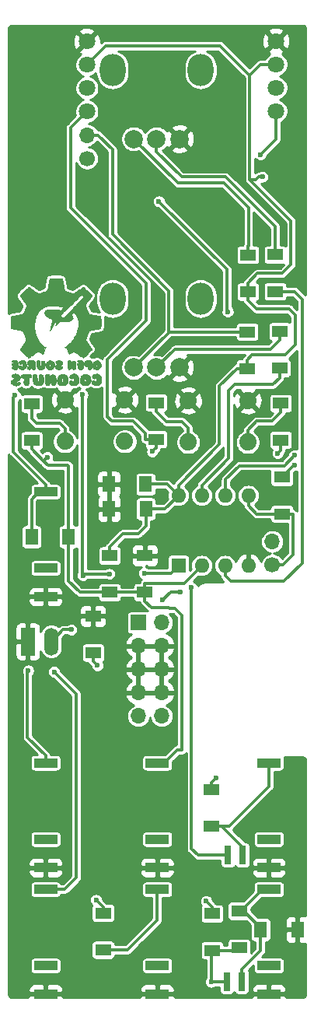
<source format=gbr>
G04 #@! TF.GenerationSoftware,KiCad,Pcbnew,5.1.2-f72e74a~84~ubuntu16.04.1*
G04 #@! TF.CreationDate,2019-05-08T01:02:17+08:00*
G04 #@! TF.ProjectId,8Bit_EuroRack_7hp,38426974-5f45-4757-926f-5261636b5f37,rev?*
G04 #@! TF.SameCoordinates,Original*
G04 #@! TF.FileFunction,Copper,L2,Bot*
G04 #@! TF.FilePolarity,Positive*
%FSLAX46Y46*%
G04 Gerber Fmt 4.6, Leading zero omitted, Abs format (unit mm)*
G04 Created by KiCad (PCBNEW 5.1.2-f72e74a~84~ubuntu16.04.1) date 2019-05-08 01:02:17*
%MOMM*%
%LPD*%
G04 APERTURE LIST*
%ADD10C,0.010000*%
%ADD11O,1.510000X3.010000*%
%ADD12R,1.510000X3.010000*%
%ADD13C,1.700000*%
%ADD14O,1.700000X1.700000*%
%ADD15R,1.400000X1.800000*%
%ADD16R,2.500000X1.000000*%
%ADD17C,1.879600*%
%ADD18C,2.000000*%
%ADD19O,2.800000X3.500000*%
%ADD20R,1.700000X1.300000*%
%ADD21R,0.800000X2.000000*%
%ADD22R,1.700000X1.700000*%
%ADD23C,1.800000*%
%ADD24O,1.600000X1.600000*%
%ADD25R,1.600000X1.600000*%
%ADD26C,0.600000*%
%ADD27C,0.300000*%
%ADD28C,0.254000*%
G04 APERTURE END LIST*
D10*
G36*
X51729355Y-78639298D02*
G01*
X51725703Y-78641964D01*
X51708753Y-78656539D01*
X51711778Y-78667678D01*
X51726450Y-78679660D01*
X51753200Y-78696637D01*
X51766666Y-78693382D01*
X51770831Y-78668297D01*
X51770900Y-78661800D01*
X51767473Y-78632427D01*
X51754814Y-78625449D01*
X51729355Y-78639298D01*
X51729355Y-78639298D01*
G37*
X51729355Y-78639298D02*
X51725703Y-78641964D01*
X51708753Y-78656539D01*
X51711778Y-78667678D01*
X51726450Y-78679660D01*
X51753200Y-78696637D01*
X51766666Y-78693382D01*
X51770831Y-78668297D01*
X51770900Y-78661800D01*
X51767473Y-78632427D01*
X51754814Y-78625449D01*
X51729355Y-78639298D01*
G36*
X50589398Y-71156171D02*
G01*
X50467327Y-71156428D01*
X50366498Y-71156934D01*
X50284832Y-71157751D01*
X50220249Y-71158943D01*
X50170670Y-71160572D01*
X50134017Y-71162702D01*
X50108210Y-71165395D01*
X50091171Y-71168715D01*
X50080820Y-71172724D01*
X50076358Y-71176057D01*
X50060575Y-71192679D01*
X50056300Y-71198282D01*
X50053971Y-71210816D01*
X50047326Y-71245935D01*
X50036814Y-71301275D01*
X50022887Y-71374472D01*
X50005993Y-71463162D01*
X49986583Y-71564982D01*
X49965106Y-71677566D01*
X49942015Y-71798553D01*
X49936163Y-71829200D01*
X49908201Y-71974981D01*
X49884351Y-72097689D01*
X49864185Y-72199241D01*
X49847275Y-72281555D01*
X49833192Y-72346548D01*
X49821510Y-72396139D01*
X49811801Y-72432245D01*
X49803636Y-72456783D01*
X49796587Y-72471671D01*
X49791392Y-72477982D01*
X49774226Y-72487199D01*
X49736249Y-72504577D01*
X49680268Y-72528928D01*
X49609089Y-72559063D01*
X49525518Y-72593795D01*
X49432362Y-72631935D01*
X49332427Y-72672296D01*
X49331778Y-72672557D01*
X49209982Y-72721109D01*
X49109748Y-72760350D01*
X49029269Y-72790924D01*
X48966738Y-72813471D01*
X48920348Y-72828636D01*
X48888293Y-72837060D01*
X48868765Y-72839386D01*
X48864310Y-72838820D01*
X48835506Y-72826768D01*
X48797398Y-72804864D01*
X48774136Y-72789171D01*
X48720478Y-72751188D01*
X48654015Y-72705197D01*
X48577236Y-72652831D01*
X48492630Y-72595726D01*
X48402687Y-72535518D01*
X48309895Y-72473841D01*
X48216745Y-72412330D01*
X48125725Y-72352622D01*
X48039324Y-72296350D01*
X47960033Y-72245151D01*
X47890341Y-72200659D01*
X47832736Y-72164510D01*
X47789708Y-72138339D01*
X47763746Y-72123780D01*
X47757408Y-72121300D01*
X47741752Y-72129642D01*
X47709982Y-72154826D01*
X47661847Y-72197083D01*
X47597095Y-72256645D01*
X47515474Y-72333744D01*
X47416731Y-72428613D01*
X47300616Y-72541484D01*
X47285832Y-72555927D01*
X47197304Y-72642663D01*
X47114174Y-72724506D01*
X47038249Y-72799652D01*
X46971334Y-72866293D01*
X46915235Y-72922624D01*
X46871758Y-72966840D01*
X46842707Y-72997135D01*
X46829890Y-73011703D01*
X46829580Y-73012207D01*
X46823757Y-73041565D01*
X46826431Y-73055851D01*
X46835211Y-73070393D01*
X46857134Y-73103614D01*
X46890751Y-73153401D01*
X46934614Y-73217643D01*
X46987276Y-73294225D01*
X47047287Y-73381038D01*
X47113199Y-73475967D01*
X47183565Y-73576900D01*
X47188335Y-73583728D01*
X47275655Y-73709116D01*
X47348914Y-73815268D01*
X47408972Y-73903502D01*
X47456687Y-73975138D01*
X47492919Y-74031494D01*
X47518528Y-74073889D01*
X47534374Y-74103642D01*
X47541315Y-74122072D01*
X47541800Y-74126108D01*
X47536817Y-74145222D01*
X47522782Y-74184295D01*
X47501071Y-74240128D01*
X47473060Y-74309517D01*
X47440125Y-74389263D01*
X47403639Y-74476163D01*
X47364979Y-74567016D01*
X47325520Y-74658621D01*
X47286637Y-74747776D01*
X47249706Y-74831281D01*
X47216101Y-74905933D01*
X47187198Y-74968531D01*
X47164373Y-75015874D01*
X47149001Y-75044761D01*
X47144190Y-75051653D01*
X47127723Y-75057942D01*
X47087816Y-75068161D01*
X47026071Y-75081982D01*
X46944088Y-75099077D01*
X46843467Y-75119117D01*
X46725811Y-75141774D01*
X46592718Y-75166718D01*
X46505500Y-75182759D01*
X46362581Y-75208968D01*
X46242634Y-75231225D01*
X46143613Y-75249975D01*
X46063475Y-75265664D01*
X46000174Y-75278738D01*
X45951666Y-75289643D01*
X45915905Y-75298826D01*
X45890848Y-75306732D01*
X45874450Y-75313808D01*
X45864665Y-75320498D01*
X45862225Y-75323069D01*
X45857104Y-75330786D01*
X45852830Y-75341936D01*
X45849329Y-75358709D01*
X45846524Y-75383295D01*
X45844340Y-75417883D01*
X45842699Y-75464663D01*
X45841527Y-75525825D01*
X45840747Y-75603556D01*
X45840284Y-75700049D01*
X45840060Y-75817490D01*
X45840001Y-75958072D01*
X45840000Y-75963050D01*
X45840053Y-76104309D01*
X45840262Y-76222366D01*
X45840704Y-76319418D01*
X45841458Y-76397661D01*
X45842601Y-76459294D01*
X45844211Y-76506513D01*
X45846365Y-76541515D01*
X45849140Y-76566498D01*
X45852615Y-76583659D01*
X45856866Y-76595195D01*
X45861971Y-76603303D01*
X45862624Y-76604124D01*
X45870114Y-76611004D01*
X45882594Y-76617884D01*
X45902167Y-76625228D01*
X45930935Y-76633498D01*
X45970998Y-76643157D01*
X46024459Y-76654668D01*
X46093419Y-76668494D01*
X46179981Y-76685098D01*
X46286245Y-76704941D01*
X46414314Y-76728487D01*
X46491310Y-76742546D01*
X46647204Y-76771287D01*
X46781881Y-76796795D01*
X46894706Y-76818937D01*
X46985042Y-76837582D01*
X47052254Y-76852599D01*
X47095705Y-76863856D01*
X47114759Y-76871221D01*
X47115164Y-76871589D01*
X47123701Y-76887116D01*
X47140564Y-76923602D01*
X47164638Y-76978427D01*
X47194805Y-77048970D01*
X47229948Y-77132610D01*
X47268952Y-77226729D01*
X47310698Y-77328705D01*
X47325176Y-77364351D01*
X47378615Y-77497066D01*
X47422318Y-77607596D01*
X47456687Y-77697045D01*
X47482127Y-77766516D01*
X47499042Y-77817110D01*
X47507837Y-77849933D01*
X47508942Y-77866001D01*
X47500107Y-77881866D01*
X47478205Y-77916297D01*
X47444742Y-77967058D01*
X47401226Y-78031912D01*
X47349165Y-78108624D01*
X47290066Y-78194957D01*
X47225437Y-78288676D01*
X47173629Y-78363350D01*
X47105588Y-78461327D01*
X47041666Y-78553681D01*
X46983407Y-78638160D01*
X46932354Y-78712510D01*
X46890051Y-78774481D01*
X46858041Y-78821818D01*
X46837868Y-78852270D01*
X46831433Y-78862676D01*
X46822765Y-78890544D01*
X46832562Y-78917139D01*
X46834940Y-78920864D01*
X46847623Y-78935359D01*
X46876633Y-78965705D01*
X46920101Y-79010027D01*
X46976160Y-79066454D01*
X47042940Y-79133114D01*
X47118572Y-79208134D01*
X47201190Y-79289640D01*
X47287161Y-79374037D01*
X47394238Y-79478582D01*
X47484725Y-79566189D01*
X47559873Y-79638004D01*
X47620931Y-79695167D01*
X47669149Y-79738823D01*
X47705779Y-79770115D01*
X47732070Y-79790185D01*
X47749273Y-79800178D01*
X47754994Y-79801766D01*
X47767926Y-79799566D01*
X47789358Y-79790531D01*
X47820882Y-79773665D01*
X47864085Y-79747976D01*
X47920558Y-79712468D01*
X47991892Y-79666147D01*
X48079675Y-79608019D01*
X48185497Y-79537090D01*
X48277885Y-79474741D01*
X48384519Y-79403032D01*
X48483033Y-79337588D01*
X48571503Y-79279639D01*
X48648006Y-79230413D01*
X48710620Y-79191139D01*
X48757420Y-79163044D01*
X48786485Y-79147359D01*
X48794932Y-79144400D01*
X48814786Y-79150177D01*
X48852908Y-79166254D01*
X48905277Y-79190749D01*
X48967874Y-79221778D01*
X49036678Y-79257459D01*
X49039018Y-79258700D01*
X49108162Y-79294539D01*
X49171451Y-79325777D01*
X49224809Y-79350525D01*
X49264158Y-79366893D01*
X49285423Y-79372995D01*
X49285716Y-79373000D01*
X49294072Y-79373361D01*
X49301127Y-79372968D01*
X49307963Y-79369601D01*
X49315659Y-79361044D01*
X49325294Y-79345077D01*
X49337949Y-79319484D01*
X49354703Y-79282045D01*
X49376635Y-79230544D01*
X49404827Y-79162763D01*
X49440357Y-79076482D01*
X49484305Y-78969485D01*
X49495928Y-78941200D01*
X49608156Y-78668150D01*
X49511603Y-78606307D01*
X49338097Y-78484751D01*
X49182619Y-78353060D01*
X49042897Y-78208526D01*
X48916659Y-78048440D01*
X48801633Y-77870096D01*
X48695549Y-77670786D01*
X48655965Y-77586471D01*
X48617440Y-77500710D01*
X48587366Y-77430682D01*
X48563450Y-77369652D01*
X48543397Y-77310886D01*
X48524914Y-77247649D01*
X48505707Y-77173206D01*
X48483481Y-77080823D01*
X48482925Y-77078471D01*
X48461165Y-76984942D01*
X48444681Y-76909082D01*
X48432443Y-76843958D01*
X48423416Y-76782635D01*
X48416570Y-76718179D01*
X48410872Y-76643657D01*
X48405740Y-76559950D01*
X48400836Y-76469213D01*
X48397944Y-76395074D01*
X48397228Y-76330386D01*
X48398855Y-76268003D01*
X48402990Y-76200778D01*
X48409800Y-76121564D01*
X48417837Y-76039250D01*
X48430106Y-75922479D01*
X48441843Y-75825529D01*
X48454130Y-75742872D01*
X48468045Y-75668980D01*
X48484670Y-75598325D01*
X48505083Y-75525379D01*
X48530365Y-75444614D01*
X48539418Y-75416950D01*
X48583338Y-75291279D01*
X48627480Y-75182650D01*
X48675806Y-75082979D01*
X48732280Y-74984186D01*
X48800865Y-74878187D01*
X48810624Y-74863828D01*
X48862157Y-74790104D01*
X48906819Y-74731268D01*
X48950691Y-74680358D01*
X48999852Y-74630413D01*
X49060383Y-74574470D01*
X49073974Y-74562319D01*
X49134106Y-74509700D01*
X49184331Y-74468792D01*
X49231488Y-74434998D01*
X49282417Y-74403721D01*
X49343956Y-74370364D01*
X49408052Y-74337774D01*
X49482059Y-74301398D01*
X49543554Y-74273353D01*
X49599959Y-74250948D01*
X49658694Y-74231496D01*
X49727178Y-74212308D01*
X49812832Y-74190695D01*
X49816359Y-74189831D01*
X50037350Y-74135701D01*
X50354850Y-74135107D01*
X50457503Y-74135247D01*
X50545389Y-74136426D01*
X50623289Y-74139159D01*
X50695982Y-74143956D01*
X50768249Y-74151331D01*
X50844870Y-74161797D01*
X50930623Y-74175865D01*
X51030290Y-74194050D01*
X51148651Y-74216863D01*
X51186700Y-74224328D01*
X51285486Y-74244509D01*
X51372312Y-74263733D01*
X51444299Y-74281277D01*
X51498566Y-74296417D01*
X51532234Y-74308429D01*
X51540863Y-74313382D01*
X51535521Y-74324612D01*
X51516388Y-74351822D01*
X51486111Y-74391629D01*
X51447338Y-74440651D01*
X51402717Y-74495505D01*
X51354895Y-74552809D01*
X51336847Y-74574039D01*
X51275748Y-74645529D01*
X51189949Y-74627442D01*
X51047097Y-74598786D01*
X50920351Y-74576998D01*
X50801882Y-74561257D01*
X50683861Y-74550742D01*
X50558456Y-74544634D01*
X50417839Y-74542111D01*
X50373900Y-74541935D01*
X50273776Y-74541885D01*
X50194678Y-74542308D01*
X50132234Y-74543532D01*
X50082071Y-74545884D01*
X50039817Y-74549694D01*
X50001098Y-74555289D01*
X49961542Y-74562997D01*
X49916777Y-74573148D01*
X49897650Y-74577675D01*
X49769730Y-74613673D01*
X49665844Y-74655415D01*
X49585133Y-74703585D01*
X49526742Y-74758868D01*
X49489813Y-74821946D01*
X49473488Y-74893504D01*
X49472479Y-74916924D01*
X49477073Y-74966085D01*
X49488822Y-75014708D01*
X49492611Y-75024874D01*
X49533612Y-75097633D01*
X49596962Y-75174511D01*
X49680367Y-75253470D01*
X49781533Y-75332470D01*
X49898166Y-75409473D01*
X49976413Y-75454861D01*
X50017068Y-75475823D01*
X50073118Y-75502774D01*
X50137773Y-75532659D01*
X50204246Y-75562420D01*
X50265750Y-75589000D01*
X50315498Y-75609343D01*
X50337631Y-75617541D01*
X50342790Y-75618614D01*
X50347159Y-75619429D01*
X50350377Y-75621947D01*
X50352083Y-75628129D01*
X50351916Y-75639936D01*
X50349516Y-75659327D01*
X50344521Y-75688265D01*
X50336571Y-75728709D01*
X50325305Y-75782621D01*
X50310361Y-75851961D01*
X50291380Y-75938690D01*
X50268001Y-76044769D01*
X50239862Y-76172158D01*
X50214064Y-76288996D01*
X50188997Y-76402975D01*
X50165716Y-76509570D01*
X50144779Y-76606166D01*
X50126747Y-76690144D01*
X50112179Y-76758889D01*
X50101636Y-76809785D01*
X50095676Y-76840214D01*
X50094525Y-76847796D01*
X50095830Y-76850586D01*
X50100333Y-76847132D01*
X50108941Y-76835931D01*
X50122559Y-76815484D01*
X50142093Y-76784289D01*
X50168449Y-76740844D01*
X50202533Y-76683648D01*
X50245251Y-76611201D01*
X50297509Y-76522000D01*
X50360212Y-76414545D01*
X50434266Y-76287334D01*
X50475137Y-76217050D01*
X50531566Y-76120116D01*
X50584210Y-76029937D01*
X50631663Y-75948902D01*
X50672521Y-75879400D01*
X50705377Y-75823821D01*
X50728825Y-75784554D01*
X50741459Y-75763987D01*
X50743112Y-75761596D01*
X50761209Y-75757043D01*
X50783588Y-75761596D01*
X50814497Y-75772550D01*
X50759948Y-76013850D01*
X50742928Y-76090699D01*
X50728063Y-76160802D01*
X50716242Y-76219723D01*
X50708351Y-76263027D01*
X50705280Y-76286278D01*
X50705268Y-76286900D01*
X50707841Y-76293943D01*
X50716822Y-76292235D01*
X50733969Y-76280198D01*
X50761041Y-76256257D01*
X50799795Y-76218834D01*
X50851991Y-76166354D01*
X50919386Y-76097240D01*
X50936394Y-76079680D01*
X51167650Y-75840711D01*
X51472450Y-75855337D01*
X51571238Y-75859900D01*
X51650041Y-75862892D01*
X51714233Y-75864181D01*
X51769190Y-75863640D01*
X51820285Y-75861138D01*
X51872892Y-75856545D01*
X51932387Y-75849731D01*
X51985852Y-75842945D01*
X52067170Y-75831979D01*
X52129755Y-75822055D01*
X52180132Y-75811551D01*
X52224829Y-75798845D01*
X52270371Y-75782315D01*
X52323284Y-75760339D01*
X52330212Y-75757356D01*
X52465972Y-75698786D01*
X52518486Y-75613684D01*
X52553654Y-75545615D01*
X52569812Y-75482863D01*
X52566360Y-75421403D01*
X52542700Y-75357207D01*
X52498229Y-75286250D01*
X52462891Y-75240687D01*
X52432071Y-75201837D01*
X52415587Y-75176458D01*
X52411000Y-75158949D01*
X52415866Y-75143713D01*
X52418593Y-75139087D01*
X52439458Y-75108920D01*
X52469939Y-75069006D01*
X52506409Y-75023624D01*
X52545238Y-74977057D01*
X52582799Y-74933582D01*
X52615463Y-74897481D01*
X52639602Y-74873033D01*
X52651367Y-74864500D01*
X52670664Y-74874234D01*
X52701718Y-74901149D01*
X52741442Y-74941812D01*
X52786750Y-74992791D01*
X52834557Y-75050652D01*
X52881779Y-75111964D01*
X52913721Y-75156372D01*
X53015774Y-75324935D01*
X53094705Y-75503993D01*
X53150448Y-75693387D01*
X53166912Y-75775871D01*
X53177710Y-75841896D01*
X53185244Y-75899178D01*
X53189902Y-75954450D01*
X53192070Y-76014445D01*
X53192138Y-76085896D01*
X53190494Y-76175535D01*
X53190334Y-76182271D01*
X53187396Y-76278552D01*
X53183269Y-76356512D01*
X53177235Y-76423224D01*
X53168579Y-76485765D01*
X53156583Y-76551207D01*
X53149509Y-76585350D01*
X53113938Y-76740523D01*
X53076101Y-76879142D01*
X53033105Y-77010045D01*
X52982059Y-77142071D01*
X52923060Y-77277500D01*
X52811779Y-77501857D01*
X52689300Y-77708650D01*
X52553246Y-77900700D01*
X52401240Y-78080832D01*
X52230906Y-78251868D01*
X52039867Y-78416632D01*
X51832188Y-78573373D01*
X51834233Y-78586452D01*
X51845035Y-78619514D01*
X51863228Y-78669245D01*
X51887446Y-78732334D01*
X51916322Y-78805468D01*
X51948490Y-78885332D01*
X51982584Y-78968616D01*
X52017238Y-79052006D01*
X52051086Y-79132189D01*
X52082762Y-79205852D01*
X52110899Y-79269683D01*
X52134131Y-79320369D01*
X52151092Y-79354597D01*
X52160281Y-79368956D01*
X52167980Y-79374694D01*
X52175960Y-79377902D01*
X52187221Y-79377332D01*
X52204766Y-79371737D01*
X52231597Y-79359869D01*
X52270713Y-79340481D01*
X52325118Y-79312327D01*
X52397813Y-79274157D01*
X52433219Y-79255525D01*
X52501484Y-79220358D01*
X52563594Y-79189771D01*
X52615484Y-79165656D01*
X52653087Y-79149903D01*
X52672150Y-79144400D01*
X52688075Y-79151331D01*
X52722760Y-79171186D01*
X52773993Y-79202552D01*
X52839566Y-79244018D01*
X52917269Y-79294172D01*
X53004891Y-79351604D01*
X53100223Y-79414901D01*
X53189132Y-79474600D01*
X53314295Y-79558612D01*
X53423957Y-79631262D01*
X53517252Y-79691998D01*
X53593311Y-79740271D01*
X53651266Y-79775529D01*
X53690248Y-79797220D01*
X53709390Y-79804796D01*
X53709588Y-79804800D01*
X53721336Y-79800636D01*
X53741171Y-79787382D01*
X53770344Y-79763895D01*
X53810103Y-79729030D01*
X53861697Y-79681644D01*
X53926376Y-79620593D01*
X54005388Y-79544733D01*
X54099982Y-79452920D01*
X54191538Y-79363475D01*
X54293990Y-79263062D01*
X54379680Y-79178771D01*
X54450070Y-79109028D01*
X54506624Y-79052264D01*
X54550802Y-79006905D01*
X54584069Y-78971381D01*
X54607887Y-78944119D01*
X54623718Y-78923549D01*
X54633024Y-78908099D01*
X54637269Y-78896196D01*
X54637915Y-78886270D01*
X54637702Y-78884050D01*
X54628903Y-78863108D01*
X54605344Y-78822304D01*
X54567384Y-78762183D01*
X54515383Y-78683294D01*
X54449700Y-78586182D01*
X54370695Y-78471395D01*
X54294216Y-78361597D01*
X54225271Y-78262542D01*
X54161032Y-78169239D01*
X54102946Y-78083860D01*
X54052456Y-78008576D01*
X54011009Y-77945559D01*
X53980051Y-77896983D01*
X53961026Y-77865018D01*
X53955300Y-77852267D01*
X53959958Y-77835511D01*
X53973092Y-77798418D01*
X53993447Y-77744112D01*
X54019766Y-77675718D01*
X54050794Y-77596358D01*
X54085275Y-77509158D01*
X54121951Y-77417241D01*
X54159568Y-77323731D01*
X54196869Y-77231753D01*
X54232598Y-77144430D01*
X54265499Y-77064887D01*
X54294316Y-76996247D01*
X54317792Y-76941636D01*
X54334671Y-76904176D01*
X54343034Y-76887938D01*
X54366118Y-76863539D01*
X54385164Y-76852664D01*
X54402254Y-76848882D01*
X54441759Y-76841046D01*
X54501105Y-76829641D01*
X54577716Y-76815151D01*
X54669016Y-76798062D01*
X54772431Y-76778858D01*
X54885384Y-76758023D01*
X54996727Y-76737608D01*
X55115982Y-76715572D01*
X55227852Y-76694450D01*
X55329795Y-76674754D01*
X55419274Y-76656996D01*
X55493749Y-76641688D01*
X55550679Y-76629340D01*
X55587526Y-76620465D01*
X55601574Y-76615752D01*
X55605723Y-76599900D01*
X55609374Y-76561618D01*
X55612525Y-76503871D01*
X55615175Y-76429624D01*
X55617320Y-76341842D01*
X55618959Y-76243488D01*
X55620090Y-76137528D01*
X55620712Y-76026926D01*
X55620821Y-75914647D01*
X55620417Y-75803655D01*
X55619496Y-75696914D01*
X55618058Y-75597390D01*
X55616100Y-75508047D01*
X55613619Y-75431850D01*
X55610615Y-75371762D01*
X55607085Y-75330750D01*
X55603028Y-75311776D01*
X55602453Y-75311077D01*
X55586958Y-75306089D01*
X55548975Y-75297128D01*
X55491017Y-75284698D01*
X55415599Y-75269302D01*
X55325234Y-75251446D01*
X55222437Y-75231633D01*
X55109721Y-75210367D01*
X54989678Y-75188168D01*
X54845865Y-75161848D01*
X54724975Y-75139711D01*
X54624956Y-75121315D01*
X54543756Y-75106221D01*
X54479323Y-75093987D01*
X54429605Y-75084175D01*
X54392549Y-75076342D01*
X54366102Y-75070048D01*
X54348213Y-75064853D01*
X54336830Y-75060317D01*
X54329900Y-75055999D01*
X54325371Y-75051458D01*
X54321191Y-75046254D01*
X54319553Y-75044332D01*
X54310434Y-75028237D01*
X54292510Y-74991501D01*
X54267003Y-74936816D01*
X54235141Y-74866876D01*
X54198148Y-74784374D01*
X54157250Y-74692004D01*
X54113672Y-74592457D01*
X54107709Y-74578750D01*
X54057422Y-74462685D01*
X54016661Y-74367579D01*
X53984579Y-74291206D01*
X53960329Y-74231339D01*
X53943065Y-74185752D01*
X53931940Y-74152218D01*
X53926108Y-74128510D01*
X53924720Y-74112402D01*
X53926597Y-74102500D01*
X53936184Y-74085919D01*
X53958934Y-74050778D01*
X53993357Y-73999261D01*
X54037962Y-73933553D01*
X54091256Y-73855840D01*
X54151749Y-73768307D01*
X54217950Y-73673138D01*
X54286310Y-73575450D01*
X54370720Y-73454832D01*
X54441277Y-73353200D01*
X54499017Y-73268960D01*
X54544976Y-73200519D01*
X54576495Y-73151972D01*
X53778247Y-73151972D01*
X53717549Y-73218341D01*
X53672991Y-73266730D01*
X53615247Y-73328904D01*
X53545626Y-73403483D01*
X53465439Y-73489086D01*
X53375995Y-73584331D01*
X53278604Y-73687837D01*
X53174576Y-73798223D01*
X53065221Y-73914106D01*
X52951849Y-74034106D01*
X52835769Y-74156842D01*
X52718292Y-74280932D01*
X52600727Y-74404994D01*
X52484385Y-74527648D01*
X52370574Y-74647512D01*
X52260606Y-74763204D01*
X52155789Y-74873343D01*
X52057434Y-74976549D01*
X51966851Y-75071439D01*
X51885349Y-75156632D01*
X51814239Y-75230747D01*
X51754829Y-75292403D01*
X51708431Y-75340217D01*
X51676354Y-75372809D01*
X51659908Y-75388798D01*
X51658058Y-75390226D01*
X51629934Y-75394037D01*
X51584350Y-75395296D01*
X51528086Y-75394348D01*
X51467920Y-75391541D01*
X51410634Y-75387221D01*
X51363007Y-75381733D01*
X51331819Y-75375426D01*
X51326400Y-75373281D01*
X51280956Y-75342427D01*
X51237758Y-75301474D01*
X51207014Y-75260193D01*
X51205704Y-75257759D01*
X51203534Y-75252805D01*
X51202787Y-75247181D01*
X51204375Y-75239956D01*
X51209213Y-75230197D01*
X51218214Y-75216972D01*
X51232290Y-75199350D01*
X51252356Y-75176398D01*
X51279324Y-75147185D01*
X51314108Y-75110778D01*
X51357622Y-75066245D01*
X51410777Y-75012655D01*
X51474489Y-74949076D01*
X51549669Y-74874575D01*
X51637232Y-74788220D01*
X51738090Y-74689081D01*
X51853157Y-74576223D01*
X51983347Y-74448717D01*
X52129572Y-74305629D01*
X52292746Y-74146028D01*
X52350691Y-74089359D01*
X52494508Y-73948793D01*
X52633367Y-73813231D01*
X52766183Y-73683725D01*
X52891869Y-73561327D01*
X53009339Y-73447091D01*
X53117507Y-73342068D01*
X53215286Y-73247311D01*
X53301590Y-73163874D01*
X53375333Y-73092808D01*
X53435427Y-73035167D01*
X53480788Y-72992002D01*
X53510328Y-72964367D01*
X53522961Y-72953314D01*
X53523314Y-72953150D01*
X53536776Y-72960748D01*
X53565626Y-72981473D01*
X53605715Y-73012220D01*
X53652894Y-73049885D01*
X53656184Y-73052561D01*
X53778247Y-73151972D01*
X54576495Y-73151972D01*
X54580189Y-73146284D01*
X54605694Y-73104662D01*
X54622527Y-73074060D01*
X54631723Y-73052884D01*
X54634329Y-73040400D01*
X54632994Y-73029884D01*
X54627801Y-73017079D01*
X54617289Y-73000411D01*
X54599992Y-72978308D01*
X54574446Y-72949197D01*
X54539189Y-72911508D01*
X54492756Y-72863666D01*
X54433683Y-72804100D01*
X54360507Y-72731237D01*
X54271763Y-72643506D01*
X54187982Y-72560975D01*
X54077550Y-72452643D01*
X53983839Y-72361503D01*
X53905804Y-72286590D01*
X53842403Y-72226941D01*
X53792591Y-72181593D01*
X53755326Y-72149582D01*
X53729562Y-72129946D01*
X53714257Y-72121719D01*
X53711732Y-72121329D01*
X53694723Y-72128413D01*
X53658384Y-72148996D01*
X53604251Y-72182095D01*
X53533860Y-72226726D01*
X53448749Y-72281908D01*
X53350453Y-72346656D01*
X53240508Y-72419988D01*
X53155200Y-72477413D01*
X53051065Y-72547528D01*
X52952631Y-72613351D01*
X52862028Y-72673491D01*
X52781385Y-72726554D01*
X52712833Y-72771149D01*
X52658499Y-72805883D01*
X52620515Y-72829364D01*
X52601009Y-72840198D01*
X52599608Y-72840702D01*
X52579694Y-72838043D01*
X52539758Y-72826463D01*
X52483026Y-72807271D01*
X52412725Y-72781775D01*
X52332081Y-72751285D01*
X52244321Y-72717108D01*
X52152673Y-72680553D01*
X52060361Y-72642929D01*
X51970614Y-72605545D01*
X51886658Y-72569709D01*
X51811719Y-72536729D01*
X51749025Y-72507914D01*
X51701801Y-72484574D01*
X51673275Y-72468015D01*
X51666814Y-72462401D01*
X51658632Y-72441387D01*
X51646422Y-72395595D01*
X51630247Y-72325317D01*
X51610170Y-72230845D01*
X51586251Y-72112469D01*
X51558553Y-71970482D01*
X51529269Y-71816500D01*
X51498024Y-71652291D01*
X51470641Y-71512125D01*
X51447157Y-71396175D01*
X51427609Y-71304613D01*
X51412035Y-71237612D01*
X51400470Y-71195346D01*
X51393290Y-71178325D01*
X51387337Y-71173303D01*
X51377892Y-71169096D01*
X51362836Y-71165632D01*
X51340049Y-71162841D01*
X51307411Y-71160649D01*
X51262804Y-71158987D01*
X51204107Y-71157782D01*
X51129200Y-71156963D01*
X51035965Y-71156458D01*
X50922282Y-71156195D01*
X50786031Y-71156104D01*
X50734789Y-71156100D01*
X50589398Y-71156171D01*
X50589398Y-71156171D01*
G37*
X50589398Y-71156171D02*
X50467327Y-71156428D01*
X50366498Y-71156934D01*
X50284832Y-71157751D01*
X50220249Y-71158943D01*
X50170670Y-71160572D01*
X50134017Y-71162702D01*
X50108210Y-71165395D01*
X50091171Y-71168715D01*
X50080820Y-71172724D01*
X50076358Y-71176057D01*
X50060575Y-71192679D01*
X50056300Y-71198282D01*
X50053971Y-71210816D01*
X50047326Y-71245935D01*
X50036814Y-71301275D01*
X50022887Y-71374472D01*
X50005993Y-71463162D01*
X49986583Y-71564982D01*
X49965106Y-71677566D01*
X49942015Y-71798553D01*
X49936163Y-71829200D01*
X49908201Y-71974981D01*
X49884351Y-72097689D01*
X49864185Y-72199241D01*
X49847275Y-72281555D01*
X49833192Y-72346548D01*
X49821510Y-72396139D01*
X49811801Y-72432245D01*
X49803636Y-72456783D01*
X49796587Y-72471671D01*
X49791392Y-72477982D01*
X49774226Y-72487199D01*
X49736249Y-72504577D01*
X49680268Y-72528928D01*
X49609089Y-72559063D01*
X49525518Y-72593795D01*
X49432362Y-72631935D01*
X49332427Y-72672296D01*
X49331778Y-72672557D01*
X49209982Y-72721109D01*
X49109748Y-72760350D01*
X49029269Y-72790924D01*
X48966738Y-72813471D01*
X48920348Y-72828636D01*
X48888293Y-72837060D01*
X48868765Y-72839386D01*
X48864310Y-72838820D01*
X48835506Y-72826768D01*
X48797398Y-72804864D01*
X48774136Y-72789171D01*
X48720478Y-72751188D01*
X48654015Y-72705197D01*
X48577236Y-72652831D01*
X48492630Y-72595726D01*
X48402687Y-72535518D01*
X48309895Y-72473841D01*
X48216745Y-72412330D01*
X48125725Y-72352622D01*
X48039324Y-72296350D01*
X47960033Y-72245151D01*
X47890341Y-72200659D01*
X47832736Y-72164510D01*
X47789708Y-72138339D01*
X47763746Y-72123780D01*
X47757408Y-72121300D01*
X47741752Y-72129642D01*
X47709982Y-72154826D01*
X47661847Y-72197083D01*
X47597095Y-72256645D01*
X47515474Y-72333744D01*
X47416731Y-72428613D01*
X47300616Y-72541484D01*
X47285832Y-72555927D01*
X47197304Y-72642663D01*
X47114174Y-72724506D01*
X47038249Y-72799652D01*
X46971334Y-72866293D01*
X46915235Y-72922624D01*
X46871758Y-72966840D01*
X46842707Y-72997135D01*
X46829890Y-73011703D01*
X46829580Y-73012207D01*
X46823757Y-73041565D01*
X46826431Y-73055851D01*
X46835211Y-73070393D01*
X46857134Y-73103614D01*
X46890751Y-73153401D01*
X46934614Y-73217643D01*
X46987276Y-73294225D01*
X47047287Y-73381038D01*
X47113199Y-73475967D01*
X47183565Y-73576900D01*
X47188335Y-73583728D01*
X47275655Y-73709116D01*
X47348914Y-73815268D01*
X47408972Y-73903502D01*
X47456687Y-73975138D01*
X47492919Y-74031494D01*
X47518528Y-74073889D01*
X47534374Y-74103642D01*
X47541315Y-74122072D01*
X47541800Y-74126108D01*
X47536817Y-74145222D01*
X47522782Y-74184295D01*
X47501071Y-74240128D01*
X47473060Y-74309517D01*
X47440125Y-74389263D01*
X47403639Y-74476163D01*
X47364979Y-74567016D01*
X47325520Y-74658621D01*
X47286637Y-74747776D01*
X47249706Y-74831281D01*
X47216101Y-74905933D01*
X47187198Y-74968531D01*
X47164373Y-75015874D01*
X47149001Y-75044761D01*
X47144190Y-75051653D01*
X47127723Y-75057942D01*
X47087816Y-75068161D01*
X47026071Y-75081982D01*
X46944088Y-75099077D01*
X46843467Y-75119117D01*
X46725811Y-75141774D01*
X46592718Y-75166718D01*
X46505500Y-75182759D01*
X46362581Y-75208968D01*
X46242634Y-75231225D01*
X46143613Y-75249975D01*
X46063475Y-75265664D01*
X46000174Y-75278738D01*
X45951666Y-75289643D01*
X45915905Y-75298826D01*
X45890848Y-75306732D01*
X45874450Y-75313808D01*
X45864665Y-75320498D01*
X45862225Y-75323069D01*
X45857104Y-75330786D01*
X45852830Y-75341936D01*
X45849329Y-75358709D01*
X45846524Y-75383295D01*
X45844340Y-75417883D01*
X45842699Y-75464663D01*
X45841527Y-75525825D01*
X45840747Y-75603556D01*
X45840284Y-75700049D01*
X45840060Y-75817490D01*
X45840001Y-75958072D01*
X45840000Y-75963050D01*
X45840053Y-76104309D01*
X45840262Y-76222366D01*
X45840704Y-76319418D01*
X45841458Y-76397661D01*
X45842601Y-76459294D01*
X45844211Y-76506513D01*
X45846365Y-76541515D01*
X45849140Y-76566498D01*
X45852615Y-76583659D01*
X45856866Y-76595195D01*
X45861971Y-76603303D01*
X45862624Y-76604124D01*
X45870114Y-76611004D01*
X45882594Y-76617884D01*
X45902167Y-76625228D01*
X45930935Y-76633498D01*
X45970998Y-76643157D01*
X46024459Y-76654668D01*
X46093419Y-76668494D01*
X46179981Y-76685098D01*
X46286245Y-76704941D01*
X46414314Y-76728487D01*
X46491310Y-76742546D01*
X46647204Y-76771287D01*
X46781881Y-76796795D01*
X46894706Y-76818937D01*
X46985042Y-76837582D01*
X47052254Y-76852599D01*
X47095705Y-76863856D01*
X47114759Y-76871221D01*
X47115164Y-76871589D01*
X47123701Y-76887116D01*
X47140564Y-76923602D01*
X47164638Y-76978427D01*
X47194805Y-77048970D01*
X47229948Y-77132610D01*
X47268952Y-77226729D01*
X47310698Y-77328705D01*
X47325176Y-77364351D01*
X47378615Y-77497066D01*
X47422318Y-77607596D01*
X47456687Y-77697045D01*
X47482127Y-77766516D01*
X47499042Y-77817110D01*
X47507837Y-77849933D01*
X47508942Y-77866001D01*
X47500107Y-77881866D01*
X47478205Y-77916297D01*
X47444742Y-77967058D01*
X47401226Y-78031912D01*
X47349165Y-78108624D01*
X47290066Y-78194957D01*
X47225437Y-78288676D01*
X47173629Y-78363350D01*
X47105588Y-78461327D01*
X47041666Y-78553681D01*
X46983407Y-78638160D01*
X46932354Y-78712510D01*
X46890051Y-78774481D01*
X46858041Y-78821818D01*
X46837868Y-78852270D01*
X46831433Y-78862676D01*
X46822765Y-78890544D01*
X46832562Y-78917139D01*
X46834940Y-78920864D01*
X46847623Y-78935359D01*
X46876633Y-78965705D01*
X46920101Y-79010027D01*
X46976160Y-79066454D01*
X47042940Y-79133114D01*
X47118572Y-79208134D01*
X47201190Y-79289640D01*
X47287161Y-79374037D01*
X47394238Y-79478582D01*
X47484725Y-79566189D01*
X47559873Y-79638004D01*
X47620931Y-79695167D01*
X47669149Y-79738823D01*
X47705779Y-79770115D01*
X47732070Y-79790185D01*
X47749273Y-79800178D01*
X47754994Y-79801766D01*
X47767926Y-79799566D01*
X47789358Y-79790531D01*
X47820882Y-79773665D01*
X47864085Y-79747976D01*
X47920558Y-79712468D01*
X47991892Y-79666147D01*
X48079675Y-79608019D01*
X48185497Y-79537090D01*
X48277885Y-79474741D01*
X48384519Y-79403032D01*
X48483033Y-79337588D01*
X48571503Y-79279639D01*
X48648006Y-79230413D01*
X48710620Y-79191139D01*
X48757420Y-79163044D01*
X48786485Y-79147359D01*
X48794932Y-79144400D01*
X48814786Y-79150177D01*
X48852908Y-79166254D01*
X48905277Y-79190749D01*
X48967874Y-79221778D01*
X49036678Y-79257459D01*
X49039018Y-79258700D01*
X49108162Y-79294539D01*
X49171451Y-79325777D01*
X49224809Y-79350525D01*
X49264158Y-79366893D01*
X49285423Y-79372995D01*
X49285716Y-79373000D01*
X49294072Y-79373361D01*
X49301127Y-79372968D01*
X49307963Y-79369601D01*
X49315659Y-79361044D01*
X49325294Y-79345077D01*
X49337949Y-79319484D01*
X49354703Y-79282045D01*
X49376635Y-79230544D01*
X49404827Y-79162763D01*
X49440357Y-79076482D01*
X49484305Y-78969485D01*
X49495928Y-78941200D01*
X49608156Y-78668150D01*
X49511603Y-78606307D01*
X49338097Y-78484751D01*
X49182619Y-78353060D01*
X49042897Y-78208526D01*
X48916659Y-78048440D01*
X48801633Y-77870096D01*
X48695549Y-77670786D01*
X48655965Y-77586471D01*
X48617440Y-77500710D01*
X48587366Y-77430682D01*
X48563450Y-77369652D01*
X48543397Y-77310886D01*
X48524914Y-77247649D01*
X48505707Y-77173206D01*
X48483481Y-77080823D01*
X48482925Y-77078471D01*
X48461165Y-76984942D01*
X48444681Y-76909082D01*
X48432443Y-76843958D01*
X48423416Y-76782635D01*
X48416570Y-76718179D01*
X48410872Y-76643657D01*
X48405740Y-76559950D01*
X48400836Y-76469213D01*
X48397944Y-76395074D01*
X48397228Y-76330386D01*
X48398855Y-76268003D01*
X48402990Y-76200778D01*
X48409800Y-76121564D01*
X48417837Y-76039250D01*
X48430106Y-75922479D01*
X48441843Y-75825529D01*
X48454130Y-75742872D01*
X48468045Y-75668980D01*
X48484670Y-75598325D01*
X48505083Y-75525379D01*
X48530365Y-75444614D01*
X48539418Y-75416950D01*
X48583338Y-75291279D01*
X48627480Y-75182650D01*
X48675806Y-75082979D01*
X48732280Y-74984186D01*
X48800865Y-74878187D01*
X48810624Y-74863828D01*
X48862157Y-74790104D01*
X48906819Y-74731268D01*
X48950691Y-74680358D01*
X48999852Y-74630413D01*
X49060383Y-74574470D01*
X49073974Y-74562319D01*
X49134106Y-74509700D01*
X49184331Y-74468792D01*
X49231488Y-74434998D01*
X49282417Y-74403721D01*
X49343956Y-74370364D01*
X49408052Y-74337774D01*
X49482059Y-74301398D01*
X49543554Y-74273353D01*
X49599959Y-74250948D01*
X49658694Y-74231496D01*
X49727178Y-74212308D01*
X49812832Y-74190695D01*
X49816359Y-74189831D01*
X50037350Y-74135701D01*
X50354850Y-74135107D01*
X50457503Y-74135247D01*
X50545389Y-74136426D01*
X50623289Y-74139159D01*
X50695982Y-74143956D01*
X50768249Y-74151331D01*
X50844870Y-74161797D01*
X50930623Y-74175865D01*
X51030290Y-74194050D01*
X51148651Y-74216863D01*
X51186700Y-74224328D01*
X51285486Y-74244509D01*
X51372312Y-74263733D01*
X51444299Y-74281277D01*
X51498566Y-74296417D01*
X51532234Y-74308429D01*
X51540863Y-74313382D01*
X51535521Y-74324612D01*
X51516388Y-74351822D01*
X51486111Y-74391629D01*
X51447338Y-74440651D01*
X51402717Y-74495505D01*
X51354895Y-74552809D01*
X51336847Y-74574039D01*
X51275748Y-74645529D01*
X51189949Y-74627442D01*
X51047097Y-74598786D01*
X50920351Y-74576998D01*
X50801882Y-74561257D01*
X50683861Y-74550742D01*
X50558456Y-74544634D01*
X50417839Y-74542111D01*
X50373900Y-74541935D01*
X50273776Y-74541885D01*
X50194678Y-74542308D01*
X50132234Y-74543532D01*
X50082071Y-74545884D01*
X50039817Y-74549694D01*
X50001098Y-74555289D01*
X49961542Y-74562997D01*
X49916777Y-74573148D01*
X49897650Y-74577675D01*
X49769730Y-74613673D01*
X49665844Y-74655415D01*
X49585133Y-74703585D01*
X49526742Y-74758868D01*
X49489813Y-74821946D01*
X49473488Y-74893504D01*
X49472479Y-74916924D01*
X49477073Y-74966085D01*
X49488822Y-75014708D01*
X49492611Y-75024874D01*
X49533612Y-75097633D01*
X49596962Y-75174511D01*
X49680367Y-75253470D01*
X49781533Y-75332470D01*
X49898166Y-75409473D01*
X49976413Y-75454861D01*
X50017068Y-75475823D01*
X50073118Y-75502774D01*
X50137773Y-75532659D01*
X50204246Y-75562420D01*
X50265750Y-75589000D01*
X50315498Y-75609343D01*
X50337631Y-75617541D01*
X50342790Y-75618614D01*
X50347159Y-75619429D01*
X50350377Y-75621947D01*
X50352083Y-75628129D01*
X50351916Y-75639936D01*
X50349516Y-75659327D01*
X50344521Y-75688265D01*
X50336571Y-75728709D01*
X50325305Y-75782621D01*
X50310361Y-75851961D01*
X50291380Y-75938690D01*
X50268001Y-76044769D01*
X50239862Y-76172158D01*
X50214064Y-76288996D01*
X50188997Y-76402975D01*
X50165716Y-76509570D01*
X50144779Y-76606166D01*
X50126747Y-76690144D01*
X50112179Y-76758889D01*
X50101636Y-76809785D01*
X50095676Y-76840214D01*
X50094525Y-76847796D01*
X50095830Y-76850586D01*
X50100333Y-76847132D01*
X50108941Y-76835931D01*
X50122559Y-76815484D01*
X50142093Y-76784289D01*
X50168449Y-76740844D01*
X50202533Y-76683648D01*
X50245251Y-76611201D01*
X50297509Y-76522000D01*
X50360212Y-76414545D01*
X50434266Y-76287334D01*
X50475137Y-76217050D01*
X50531566Y-76120116D01*
X50584210Y-76029937D01*
X50631663Y-75948902D01*
X50672521Y-75879400D01*
X50705377Y-75823821D01*
X50728825Y-75784554D01*
X50741459Y-75763987D01*
X50743112Y-75761596D01*
X50761209Y-75757043D01*
X50783588Y-75761596D01*
X50814497Y-75772550D01*
X50759948Y-76013850D01*
X50742928Y-76090699D01*
X50728063Y-76160802D01*
X50716242Y-76219723D01*
X50708351Y-76263027D01*
X50705280Y-76286278D01*
X50705268Y-76286900D01*
X50707841Y-76293943D01*
X50716822Y-76292235D01*
X50733969Y-76280198D01*
X50761041Y-76256257D01*
X50799795Y-76218834D01*
X50851991Y-76166354D01*
X50919386Y-76097240D01*
X50936394Y-76079680D01*
X51167650Y-75840711D01*
X51472450Y-75855337D01*
X51571238Y-75859900D01*
X51650041Y-75862892D01*
X51714233Y-75864181D01*
X51769190Y-75863640D01*
X51820285Y-75861138D01*
X51872892Y-75856545D01*
X51932387Y-75849731D01*
X51985852Y-75842945D01*
X52067170Y-75831979D01*
X52129755Y-75822055D01*
X52180132Y-75811551D01*
X52224829Y-75798845D01*
X52270371Y-75782315D01*
X52323284Y-75760339D01*
X52330212Y-75757356D01*
X52465972Y-75698786D01*
X52518486Y-75613684D01*
X52553654Y-75545615D01*
X52569812Y-75482863D01*
X52566360Y-75421403D01*
X52542700Y-75357207D01*
X52498229Y-75286250D01*
X52462891Y-75240687D01*
X52432071Y-75201837D01*
X52415587Y-75176458D01*
X52411000Y-75158949D01*
X52415866Y-75143713D01*
X52418593Y-75139087D01*
X52439458Y-75108920D01*
X52469939Y-75069006D01*
X52506409Y-75023624D01*
X52545238Y-74977057D01*
X52582799Y-74933582D01*
X52615463Y-74897481D01*
X52639602Y-74873033D01*
X52651367Y-74864500D01*
X52670664Y-74874234D01*
X52701718Y-74901149D01*
X52741442Y-74941812D01*
X52786750Y-74992791D01*
X52834557Y-75050652D01*
X52881779Y-75111964D01*
X52913721Y-75156372D01*
X53015774Y-75324935D01*
X53094705Y-75503993D01*
X53150448Y-75693387D01*
X53166912Y-75775871D01*
X53177710Y-75841896D01*
X53185244Y-75899178D01*
X53189902Y-75954450D01*
X53192070Y-76014445D01*
X53192138Y-76085896D01*
X53190494Y-76175535D01*
X53190334Y-76182271D01*
X53187396Y-76278552D01*
X53183269Y-76356512D01*
X53177235Y-76423224D01*
X53168579Y-76485765D01*
X53156583Y-76551207D01*
X53149509Y-76585350D01*
X53113938Y-76740523D01*
X53076101Y-76879142D01*
X53033105Y-77010045D01*
X52982059Y-77142071D01*
X52923060Y-77277500D01*
X52811779Y-77501857D01*
X52689300Y-77708650D01*
X52553246Y-77900700D01*
X52401240Y-78080832D01*
X52230906Y-78251868D01*
X52039867Y-78416632D01*
X51832188Y-78573373D01*
X51834233Y-78586452D01*
X51845035Y-78619514D01*
X51863228Y-78669245D01*
X51887446Y-78732334D01*
X51916322Y-78805468D01*
X51948490Y-78885332D01*
X51982584Y-78968616D01*
X52017238Y-79052006D01*
X52051086Y-79132189D01*
X52082762Y-79205852D01*
X52110899Y-79269683D01*
X52134131Y-79320369D01*
X52151092Y-79354597D01*
X52160281Y-79368956D01*
X52167980Y-79374694D01*
X52175960Y-79377902D01*
X52187221Y-79377332D01*
X52204766Y-79371737D01*
X52231597Y-79359869D01*
X52270713Y-79340481D01*
X52325118Y-79312327D01*
X52397813Y-79274157D01*
X52433219Y-79255525D01*
X52501484Y-79220358D01*
X52563594Y-79189771D01*
X52615484Y-79165656D01*
X52653087Y-79149903D01*
X52672150Y-79144400D01*
X52688075Y-79151331D01*
X52722760Y-79171186D01*
X52773993Y-79202552D01*
X52839566Y-79244018D01*
X52917269Y-79294172D01*
X53004891Y-79351604D01*
X53100223Y-79414901D01*
X53189132Y-79474600D01*
X53314295Y-79558612D01*
X53423957Y-79631262D01*
X53517252Y-79691998D01*
X53593311Y-79740271D01*
X53651266Y-79775529D01*
X53690248Y-79797220D01*
X53709390Y-79804796D01*
X53709588Y-79804800D01*
X53721336Y-79800636D01*
X53741171Y-79787382D01*
X53770344Y-79763895D01*
X53810103Y-79729030D01*
X53861697Y-79681644D01*
X53926376Y-79620593D01*
X54005388Y-79544733D01*
X54099982Y-79452920D01*
X54191538Y-79363475D01*
X54293990Y-79263062D01*
X54379680Y-79178771D01*
X54450070Y-79109028D01*
X54506624Y-79052264D01*
X54550802Y-79006905D01*
X54584069Y-78971381D01*
X54607887Y-78944119D01*
X54623718Y-78923549D01*
X54633024Y-78908099D01*
X54637269Y-78896196D01*
X54637915Y-78886270D01*
X54637702Y-78884050D01*
X54628903Y-78863108D01*
X54605344Y-78822304D01*
X54567384Y-78762183D01*
X54515383Y-78683294D01*
X54449700Y-78586182D01*
X54370695Y-78471395D01*
X54294216Y-78361597D01*
X54225271Y-78262542D01*
X54161032Y-78169239D01*
X54102946Y-78083860D01*
X54052456Y-78008576D01*
X54011009Y-77945559D01*
X53980051Y-77896983D01*
X53961026Y-77865018D01*
X53955300Y-77852267D01*
X53959958Y-77835511D01*
X53973092Y-77798418D01*
X53993447Y-77744112D01*
X54019766Y-77675718D01*
X54050794Y-77596358D01*
X54085275Y-77509158D01*
X54121951Y-77417241D01*
X54159568Y-77323731D01*
X54196869Y-77231753D01*
X54232598Y-77144430D01*
X54265499Y-77064887D01*
X54294316Y-76996247D01*
X54317792Y-76941636D01*
X54334671Y-76904176D01*
X54343034Y-76887938D01*
X54366118Y-76863539D01*
X54385164Y-76852664D01*
X54402254Y-76848882D01*
X54441759Y-76841046D01*
X54501105Y-76829641D01*
X54577716Y-76815151D01*
X54669016Y-76798062D01*
X54772431Y-76778858D01*
X54885384Y-76758023D01*
X54996727Y-76737608D01*
X55115982Y-76715572D01*
X55227852Y-76694450D01*
X55329795Y-76674754D01*
X55419274Y-76656996D01*
X55493749Y-76641688D01*
X55550679Y-76629340D01*
X55587526Y-76620465D01*
X55601574Y-76615752D01*
X55605723Y-76599900D01*
X55609374Y-76561618D01*
X55612525Y-76503871D01*
X55615175Y-76429624D01*
X55617320Y-76341842D01*
X55618959Y-76243488D01*
X55620090Y-76137528D01*
X55620712Y-76026926D01*
X55620821Y-75914647D01*
X55620417Y-75803655D01*
X55619496Y-75696914D01*
X55618058Y-75597390D01*
X55616100Y-75508047D01*
X55613619Y-75431850D01*
X55610615Y-75371762D01*
X55607085Y-75330750D01*
X55603028Y-75311776D01*
X55602453Y-75311077D01*
X55586958Y-75306089D01*
X55548975Y-75297128D01*
X55491017Y-75284698D01*
X55415599Y-75269302D01*
X55325234Y-75251446D01*
X55222437Y-75231633D01*
X55109721Y-75210367D01*
X54989678Y-75188168D01*
X54845865Y-75161848D01*
X54724975Y-75139711D01*
X54624956Y-75121315D01*
X54543756Y-75106221D01*
X54479323Y-75093987D01*
X54429605Y-75084175D01*
X54392549Y-75076342D01*
X54366102Y-75070048D01*
X54348213Y-75064853D01*
X54336830Y-75060317D01*
X54329900Y-75055999D01*
X54325371Y-75051458D01*
X54321191Y-75046254D01*
X54319553Y-75044332D01*
X54310434Y-75028237D01*
X54292510Y-74991501D01*
X54267003Y-74936816D01*
X54235141Y-74866876D01*
X54198148Y-74784374D01*
X54157250Y-74692004D01*
X54113672Y-74592457D01*
X54107709Y-74578750D01*
X54057422Y-74462685D01*
X54016661Y-74367579D01*
X53984579Y-74291206D01*
X53960329Y-74231339D01*
X53943065Y-74185752D01*
X53931940Y-74152218D01*
X53926108Y-74128510D01*
X53924720Y-74112402D01*
X53926597Y-74102500D01*
X53936184Y-74085919D01*
X53958934Y-74050778D01*
X53993357Y-73999261D01*
X54037962Y-73933553D01*
X54091256Y-73855840D01*
X54151749Y-73768307D01*
X54217950Y-73673138D01*
X54286310Y-73575450D01*
X54370720Y-73454832D01*
X54441277Y-73353200D01*
X54499017Y-73268960D01*
X54544976Y-73200519D01*
X54576495Y-73151972D01*
X53778247Y-73151972D01*
X53717549Y-73218341D01*
X53672991Y-73266730D01*
X53615247Y-73328904D01*
X53545626Y-73403483D01*
X53465439Y-73489086D01*
X53375995Y-73584331D01*
X53278604Y-73687837D01*
X53174576Y-73798223D01*
X53065221Y-73914106D01*
X52951849Y-74034106D01*
X52835769Y-74156842D01*
X52718292Y-74280932D01*
X52600727Y-74404994D01*
X52484385Y-74527648D01*
X52370574Y-74647512D01*
X52260606Y-74763204D01*
X52155789Y-74873343D01*
X52057434Y-74976549D01*
X51966851Y-75071439D01*
X51885349Y-75156632D01*
X51814239Y-75230747D01*
X51754829Y-75292403D01*
X51708431Y-75340217D01*
X51676354Y-75372809D01*
X51659908Y-75388798D01*
X51658058Y-75390226D01*
X51629934Y-75394037D01*
X51584350Y-75395296D01*
X51528086Y-75394348D01*
X51467920Y-75391541D01*
X51410634Y-75387221D01*
X51363007Y-75381733D01*
X51331819Y-75375426D01*
X51326400Y-75373281D01*
X51280956Y-75342427D01*
X51237758Y-75301474D01*
X51207014Y-75260193D01*
X51205704Y-75257759D01*
X51203534Y-75252805D01*
X51202787Y-75247181D01*
X51204375Y-75239956D01*
X51209213Y-75230197D01*
X51218214Y-75216972D01*
X51232290Y-75199350D01*
X51252356Y-75176398D01*
X51279324Y-75147185D01*
X51314108Y-75110778D01*
X51357622Y-75066245D01*
X51410777Y-75012655D01*
X51474489Y-74949076D01*
X51549669Y-74874575D01*
X51637232Y-74788220D01*
X51738090Y-74689081D01*
X51853157Y-74576223D01*
X51983347Y-74448717D01*
X52129572Y-74305629D01*
X52292746Y-74146028D01*
X52350691Y-74089359D01*
X52494508Y-73948793D01*
X52633367Y-73813231D01*
X52766183Y-73683725D01*
X52891869Y-73561327D01*
X53009339Y-73447091D01*
X53117507Y-73342068D01*
X53215286Y-73247311D01*
X53301590Y-73163874D01*
X53375333Y-73092808D01*
X53435427Y-73035167D01*
X53480788Y-72992002D01*
X53510328Y-72964367D01*
X53522961Y-72953314D01*
X53523314Y-72953150D01*
X53536776Y-72960748D01*
X53565626Y-72981473D01*
X53605715Y-73012220D01*
X53652894Y-73049885D01*
X53656184Y-73052561D01*
X53778247Y-73151972D01*
X54576495Y-73151972D01*
X54580189Y-73146284D01*
X54605694Y-73104662D01*
X54622527Y-73074060D01*
X54631723Y-73052884D01*
X54634329Y-73040400D01*
X54632994Y-73029884D01*
X54627801Y-73017079D01*
X54617289Y-73000411D01*
X54599992Y-72978308D01*
X54574446Y-72949197D01*
X54539189Y-72911508D01*
X54492756Y-72863666D01*
X54433683Y-72804100D01*
X54360507Y-72731237D01*
X54271763Y-72643506D01*
X54187982Y-72560975D01*
X54077550Y-72452643D01*
X53983839Y-72361503D01*
X53905804Y-72286590D01*
X53842403Y-72226941D01*
X53792591Y-72181593D01*
X53755326Y-72149582D01*
X53729562Y-72129946D01*
X53714257Y-72121719D01*
X53711732Y-72121329D01*
X53694723Y-72128413D01*
X53658384Y-72148996D01*
X53604251Y-72182095D01*
X53533860Y-72226726D01*
X53448749Y-72281908D01*
X53350453Y-72346656D01*
X53240508Y-72419988D01*
X53155200Y-72477413D01*
X53051065Y-72547528D01*
X52952631Y-72613351D01*
X52862028Y-72673491D01*
X52781385Y-72726554D01*
X52712833Y-72771149D01*
X52658499Y-72805883D01*
X52620515Y-72829364D01*
X52601009Y-72840198D01*
X52599608Y-72840702D01*
X52579694Y-72838043D01*
X52539758Y-72826463D01*
X52483026Y-72807271D01*
X52412725Y-72781775D01*
X52332081Y-72751285D01*
X52244321Y-72717108D01*
X52152673Y-72680553D01*
X52060361Y-72642929D01*
X51970614Y-72605545D01*
X51886658Y-72569709D01*
X51811719Y-72536729D01*
X51749025Y-72507914D01*
X51701801Y-72484574D01*
X51673275Y-72468015D01*
X51666814Y-72462401D01*
X51658632Y-72441387D01*
X51646422Y-72395595D01*
X51630247Y-72325317D01*
X51610170Y-72230845D01*
X51586251Y-72112469D01*
X51558553Y-71970482D01*
X51529269Y-71816500D01*
X51498024Y-71652291D01*
X51470641Y-71512125D01*
X51447157Y-71396175D01*
X51427609Y-71304613D01*
X51412035Y-71237612D01*
X51400470Y-71195346D01*
X51393290Y-71178325D01*
X51387337Y-71173303D01*
X51377892Y-71169096D01*
X51362836Y-71165632D01*
X51340049Y-71162841D01*
X51307411Y-71160649D01*
X51262804Y-71158987D01*
X51204107Y-71157782D01*
X51129200Y-71156963D01*
X51035965Y-71156458D01*
X50922282Y-71156195D01*
X50786031Y-71156104D01*
X50734789Y-71156100D01*
X50589398Y-71156171D01*
G36*
X46978286Y-80099276D02*
G01*
X46905460Y-80121236D01*
X46840882Y-80152684D01*
X46787020Y-80191862D01*
X46746342Y-80237011D01*
X46721317Y-80286374D01*
X46714413Y-80338193D01*
X46728098Y-80390710D01*
X46759775Y-80436811D01*
X46786414Y-80463705D01*
X46809634Y-80477886D01*
X46839503Y-80483386D01*
X46878180Y-80484250D01*
X46941216Y-80476715D01*
X46995126Y-80456052D01*
X47034431Y-80425174D01*
X47052693Y-80391456D01*
X47063745Y-80370725D01*
X47075544Y-80366872D01*
X47086032Y-80382792D01*
X47094934Y-80421409D01*
X47101916Y-80480051D01*
X47106644Y-80556047D01*
X47108622Y-80630935D01*
X47107357Y-80698017D01*
X47099841Y-80742326D01*
X47083497Y-80765126D01*
X47055747Y-80767683D01*
X47014014Y-80751262D01*
X46955721Y-80717128D01*
X46945830Y-80710841D01*
X46892060Y-80678658D01*
X46851693Y-80660389D01*
X46818737Y-80653549D01*
X46807281Y-80653415D01*
X46752234Y-80665717D01*
X46713150Y-80696929D01*
X46690823Y-80745591D01*
X46686044Y-80810242D01*
X46693392Y-80863414D01*
X46719214Y-80927758D01*
X46765798Y-80983949D01*
X46828750Y-81027373D01*
X46863715Y-81042405D01*
X46929141Y-81059042D01*
X47006234Y-81068639D01*
X47086088Y-81070944D01*
X47159796Y-81065707D01*
X47218454Y-81052676D01*
X47219175Y-81052420D01*
X47305080Y-81009126D01*
X47380348Y-80946784D01*
X47420208Y-80898360D01*
X47465761Y-80814798D01*
X47492139Y-80721741D01*
X47499910Y-80616108D01*
X47491779Y-80510097D01*
X47473290Y-80407056D01*
X47446838Y-80323245D01*
X47410242Y-80253162D01*
X47368501Y-80199125D01*
X47332037Y-80161977D01*
X47297579Y-80137309D01*
X47254660Y-80118619D01*
X47221573Y-80107900D01*
X47138811Y-80090850D01*
X47056893Y-80088561D01*
X46978286Y-80099276D01*
X46978286Y-80099276D01*
G37*
X46978286Y-80099276D02*
X46905460Y-80121236D01*
X46840882Y-80152684D01*
X46787020Y-80191862D01*
X46746342Y-80237011D01*
X46721317Y-80286374D01*
X46714413Y-80338193D01*
X46728098Y-80390710D01*
X46759775Y-80436811D01*
X46786414Y-80463705D01*
X46809634Y-80477886D01*
X46839503Y-80483386D01*
X46878180Y-80484250D01*
X46941216Y-80476715D01*
X46995126Y-80456052D01*
X47034431Y-80425174D01*
X47052693Y-80391456D01*
X47063745Y-80370725D01*
X47075544Y-80366872D01*
X47086032Y-80382792D01*
X47094934Y-80421409D01*
X47101916Y-80480051D01*
X47106644Y-80556047D01*
X47108622Y-80630935D01*
X47107357Y-80698017D01*
X47099841Y-80742326D01*
X47083497Y-80765126D01*
X47055747Y-80767683D01*
X47014014Y-80751262D01*
X46955721Y-80717128D01*
X46945830Y-80710841D01*
X46892060Y-80678658D01*
X46851693Y-80660389D01*
X46818737Y-80653549D01*
X46807281Y-80653415D01*
X46752234Y-80665717D01*
X46713150Y-80696929D01*
X46690823Y-80745591D01*
X46686044Y-80810242D01*
X46693392Y-80863414D01*
X46719214Y-80927758D01*
X46765798Y-80983949D01*
X46828750Y-81027373D01*
X46863715Y-81042405D01*
X46929141Y-81059042D01*
X47006234Y-81068639D01*
X47086088Y-81070944D01*
X47159796Y-81065707D01*
X47218454Y-81052676D01*
X47219175Y-81052420D01*
X47305080Y-81009126D01*
X47380348Y-80946784D01*
X47420208Y-80898360D01*
X47465761Y-80814798D01*
X47492139Y-80721741D01*
X47499910Y-80616108D01*
X47491779Y-80510097D01*
X47473290Y-80407056D01*
X47446838Y-80323245D01*
X47410242Y-80253162D01*
X47368501Y-80199125D01*
X47332037Y-80161977D01*
X47297579Y-80137309D01*
X47254660Y-80118619D01*
X47221573Y-80107900D01*
X47138811Y-80090850D01*
X47056893Y-80088561D01*
X46978286Y-80099276D01*
G36*
X47891044Y-80107650D02*
G01*
X47818987Y-80124308D01*
X47792546Y-80134758D01*
X47733307Y-80170810D01*
X47688666Y-80218498D01*
X47653504Y-80283765D01*
X47644387Y-80306728D01*
X47622105Y-80394805D01*
X47623490Y-80475461D01*
X47648284Y-80547572D01*
X47696229Y-80610012D01*
X47718374Y-80629328D01*
X47771353Y-80671288D01*
X47708964Y-80737256D01*
X47652598Y-80803064D01*
X47618228Y-80859124D01*
X47605392Y-80907556D01*
X47613627Y-80950479D01*
X47642474Y-80990013D01*
X47652002Y-80998873D01*
X47721363Y-81047727D01*
X47789421Y-81071277D01*
X47856272Y-81069506D01*
X47922014Y-81042396D01*
X47986743Y-80989931D01*
X48037100Y-80930713D01*
X48081550Y-80871168D01*
X48088091Y-80933161D01*
X48099470Y-80988523D01*
X48122618Y-81026177D01*
X48162074Y-81052766D01*
X48173218Y-81057717D01*
X48221228Y-81069525D01*
X48281670Y-81073245D01*
X48342893Y-81068866D01*
X48389116Y-81057958D01*
X48419247Y-81045938D01*
X48441425Y-81032496D01*
X48456970Y-81013749D01*
X48467200Y-80985815D01*
X48473435Y-80944810D01*
X48476993Y-80886853D01*
X48479194Y-80808060D01*
X48479539Y-80791806D01*
X48480158Y-80683007D01*
X48477706Y-80576607D01*
X48472505Y-80476561D01*
X48472413Y-80475468D01*
X48126000Y-80475468D01*
X48124960Y-80520211D01*
X48122231Y-80554200D01*
X48118400Y-80570164D01*
X48118345Y-80570222D01*
X48100121Y-80572355D01*
X48069993Y-80561465D01*
X48035388Y-80541003D01*
X48008525Y-80519165D01*
X47981895Y-80487494D01*
X47976462Y-80459328D01*
X47992606Y-80428760D01*
X48015971Y-80403715D01*
X48044299Y-80378834D01*
X48065122Y-80369960D01*
X48087416Y-80373772D01*
X48092171Y-80375509D01*
X48110062Y-80383980D01*
X48120198Y-80396604D01*
X48124770Y-80419855D01*
X48125970Y-80460209D01*
X48126000Y-80475468D01*
X48472413Y-80475468D01*
X48464878Y-80386825D01*
X48455146Y-80311356D01*
X48443631Y-80254110D01*
X48433261Y-80223900D01*
X48401318Y-80182467D01*
X48349078Y-80149760D01*
X48275126Y-80125123D01*
X48183332Y-80108582D01*
X48078619Y-80099424D01*
X47979389Y-80099234D01*
X47891044Y-80107650D01*
X47891044Y-80107650D01*
G37*
X47891044Y-80107650D02*
X47818987Y-80124308D01*
X47792546Y-80134758D01*
X47733307Y-80170810D01*
X47688666Y-80218498D01*
X47653504Y-80283765D01*
X47644387Y-80306728D01*
X47622105Y-80394805D01*
X47623490Y-80475461D01*
X47648284Y-80547572D01*
X47696229Y-80610012D01*
X47718374Y-80629328D01*
X47771353Y-80671288D01*
X47708964Y-80737256D01*
X47652598Y-80803064D01*
X47618228Y-80859124D01*
X47605392Y-80907556D01*
X47613627Y-80950479D01*
X47642474Y-80990013D01*
X47652002Y-80998873D01*
X47721363Y-81047727D01*
X47789421Y-81071277D01*
X47856272Y-81069506D01*
X47922014Y-81042396D01*
X47986743Y-80989931D01*
X48037100Y-80930713D01*
X48081550Y-80871168D01*
X48088091Y-80933161D01*
X48099470Y-80988523D01*
X48122618Y-81026177D01*
X48162074Y-81052766D01*
X48173218Y-81057717D01*
X48221228Y-81069525D01*
X48281670Y-81073245D01*
X48342893Y-81068866D01*
X48389116Y-81057958D01*
X48419247Y-81045938D01*
X48441425Y-81032496D01*
X48456970Y-81013749D01*
X48467200Y-80985815D01*
X48473435Y-80944810D01*
X48476993Y-80886853D01*
X48479194Y-80808060D01*
X48479539Y-80791806D01*
X48480158Y-80683007D01*
X48477706Y-80576607D01*
X48472505Y-80476561D01*
X48472413Y-80475468D01*
X48126000Y-80475468D01*
X48124960Y-80520211D01*
X48122231Y-80554200D01*
X48118400Y-80570164D01*
X48118345Y-80570222D01*
X48100121Y-80572355D01*
X48069993Y-80561465D01*
X48035388Y-80541003D01*
X48008525Y-80519165D01*
X47981895Y-80487494D01*
X47976462Y-80459328D01*
X47992606Y-80428760D01*
X48015971Y-80403715D01*
X48044299Y-80378834D01*
X48065122Y-80369960D01*
X48087416Y-80373772D01*
X48092171Y-80375509D01*
X48110062Y-80383980D01*
X48120198Y-80396604D01*
X48124770Y-80419855D01*
X48125970Y-80460209D01*
X48126000Y-80475468D01*
X48472413Y-80475468D01*
X48464878Y-80386825D01*
X48455146Y-80311356D01*
X48443631Y-80254110D01*
X48433261Y-80223900D01*
X48401318Y-80182467D01*
X48349078Y-80149760D01*
X48275126Y-80125123D01*
X48183332Y-80108582D01*
X48078619Y-80099424D01*
X47979389Y-80099234D01*
X47891044Y-80107650D01*
G36*
X50011979Y-80121407D02*
G01*
X49961764Y-80135861D01*
X49876238Y-80174240D01*
X49810722Y-80219514D01*
X49759948Y-80276088D01*
X49726200Y-80332847D01*
X49680103Y-80440516D01*
X49650798Y-80545675D01*
X49639574Y-80642997D01*
X49640938Y-80684802D01*
X49657959Y-80791348D01*
X49689133Y-80878360D01*
X49735964Y-80948332D01*
X49799954Y-81003756D01*
X49850738Y-81032808D01*
X49890375Y-81050306D01*
X49927842Y-81061260D01*
X49971826Y-81067380D01*
X50031014Y-81070375D01*
X50043277Y-81070698D01*
X50102455Y-81070740D01*
X50157613Y-81068363D01*
X50199964Y-81064037D01*
X50212027Y-81061699D01*
X50292422Y-81031714D01*
X50370289Y-80984896D01*
X50439479Y-80926217D01*
X50493842Y-80860651D01*
X50520091Y-80812587D01*
X50550666Y-80707881D01*
X50555822Y-80625779D01*
X50163505Y-80625779D01*
X50159506Y-80692065D01*
X50145238Y-80736763D01*
X50119468Y-80762025D01*
X50080962Y-80769999D01*
X50080817Y-80770000D01*
X50055676Y-80765633D01*
X50039918Y-80747924D01*
X50030317Y-80723479D01*
X50022442Y-80678741D01*
X50021050Y-80620033D01*
X50025499Y-80557622D01*
X50035149Y-80501778D01*
X50046224Y-80468646D01*
X50067679Y-80439033D01*
X50090737Y-80432020D01*
X50113491Y-80445049D01*
X50134031Y-80475564D01*
X50150449Y-80521008D01*
X50160838Y-80578823D01*
X50163505Y-80625779D01*
X50555822Y-80625779D01*
X50557640Y-80596847D01*
X50541145Y-80482209D01*
X50501314Y-80366691D01*
X50498124Y-80359657D01*
X50452862Y-80282668D01*
X50394149Y-80214760D01*
X50327611Y-80161455D01*
X50264139Y-80129997D01*
X50186018Y-80113339D01*
X50098164Y-80110550D01*
X50011979Y-80121407D01*
X50011979Y-80121407D01*
G37*
X50011979Y-80121407D02*
X49961764Y-80135861D01*
X49876238Y-80174240D01*
X49810722Y-80219514D01*
X49759948Y-80276088D01*
X49726200Y-80332847D01*
X49680103Y-80440516D01*
X49650798Y-80545675D01*
X49639574Y-80642997D01*
X49640938Y-80684802D01*
X49657959Y-80791348D01*
X49689133Y-80878360D01*
X49735964Y-80948332D01*
X49799954Y-81003756D01*
X49850738Y-81032808D01*
X49890375Y-81050306D01*
X49927842Y-81061260D01*
X49971826Y-81067380D01*
X50031014Y-81070375D01*
X50043277Y-81070698D01*
X50102455Y-81070740D01*
X50157613Y-81068363D01*
X50199964Y-81064037D01*
X50212027Y-81061699D01*
X50292422Y-81031714D01*
X50370289Y-80984896D01*
X50439479Y-80926217D01*
X50493842Y-80860651D01*
X50520091Y-80812587D01*
X50550666Y-80707881D01*
X50555822Y-80625779D01*
X50163505Y-80625779D01*
X50159506Y-80692065D01*
X50145238Y-80736763D01*
X50119468Y-80762025D01*
X50080962Y-80769999D01*
X50080817Y-80770000D01*
X50055676Y-80765633D01*
X50039918Y-80747924D01*
X50030317Y-80723479D01*
X50022442Y-80678741D01*
X50021050Y-80620033D01*
X50025499Y-80557622D01*
X50035149Y-80501778D01*
X50046224Y-80468646D01*
X50067679Y-80439033D01*
X50090737Y-80432020D01*
X50113491Y-80445049D01*
X50134031Y-80475564D01*
X50150449Y-80521008D01*
X50160838Y-80578823D01*
X50163505Y-80625779D01*
X50555822Y-80625779D01*
X50557640Y-80596847D01*
X50541145Y-80482209D01*
X50501314Y-80366691D01*
X50498124Y-80359657D01*
X50452862Y-80282668D01*
X50394149Y-80214760D01*
X50327611Y-80161455D01*
X50264139Y-80129997D01*
X50186018Y-80113339D01*
X50098164Y-80110550D01*
X50011979Y-80121407D01*
G36*
X52160508Y-80107561D02*
G01*
X52110796Y-80121913D01*
X52108593Y-80122980D01*
X52075758Y-80144071D01*
X52049558Y-80172990D01*
X52029322Y-80212448D01*
X52014381Y-80265155D01*
X52004064Y-80333820D01*
X51997701Y-80421152D01*
X51994621Y-80529863D01*
X51994131Y-80585850D01*
X51994889Y-80693586D01*
X51998745Y-80779790D01*
X52006537Y-80848225D01*
X52019100Y-80902659D01*
X52037269Y-80946856D01*
X52061881Y-80984583D01*
X52089455Y-81015343D01*
X52139085Y-81064972D01*
X52229353Y-81059872D01*
X52277551Y-81056299D01*
X52308332Y-81050249D01*
X52329670Y-81038629D01*
X52349539Y-81018345D01*
X52355828Y-81010810D01*
X52376632Y-80981368D01*
X52404703Y-80935965D01*
X52435986Y-80881379D01*
X52459920Y-80836950D01*
X52527805Y-80707051D01*
X52527178Y-80824250D01*
X52529351Y-80898967D01*
X52537953Y-80954045D01*
X52554722Y-80994808D01*
X52581396Y-81026579D01*
X52597500Y-81039662D01*
X52653390Y-81065964D01*
X52716168Y-81069403D01*
X52781296Y-81049805D01*
X52786900Y-81047017D01*
X52829976Y-81018663D01*
X52861325Y-80980442D01*
X52875800Y-80954150D01*
X52886872Y-80930944D01*
X52895002Y-80909211D01*
X52900627Y-80884645D01*
X52904185Y-80852941D01*
X52906114Y-80809794D01*
X52906850Y-80750899D01*
X52906834Y-80687450D01*
X52545600Y-80687450D01*
X52539250Y-80693800D01*
X52532900Y-80687450D01*
X52539250Y-80681100D01*
X52545600Y-80687450D01*
X52906834Y-80687450D01*
X52906830Y-80671952D01*
X52906761Y-80649350D01*
X52905342Y-80537528D01*
X52901557Y-80447699D01*
X52894902Y-80376521D01*
X52884871Y-80320655D01*
X52870957Y-80276760D01*
X52852656Y-80241495D01*
X52842912Y-80227628D01*
X52794515Y-80181965D01*
X52733646Y-80150602D01*
X52667366Y-80135413D01*
X52602739Y-80138271D01*
X52560722Y-80152797D01*
X52523681Y-80182096D01*
X52482909Y-80231711D01*
X52441119Y-80297388D01*
X52401021Y-80374873D01*
X52365778Y-80458701D01*
X52354037Y-80487783D01*
X52347790Y-80498526D01*
X52347940Y-80491484D01*
X52352240Y-80465271D01*
X52358626Y-80421578D01*
X52365984Y-80368122D01*
X52369084Y-80344721D01*
X52376075Y-80274328D01*
X52374704Y-80222755D01*
X52363514Y-80184377D01*
X52341047Y-80153570D01*
X52313502Y-80130245D01*
X52272123Y-80112091D01*
X52217704Y-80104409D01*
X52160508Y-80107561D01*
X52160508Y-80107561D01*
G37*
X52160508Y-80107561D02*
X52110796Y-80121913D01*
X52108593Y-80122980D01*
X52075758Y-80144071D01*
X52049558Y-80172990D01*
X52029322Y-80212448D01*
X52014381Y-80265155D01*
X52004064Y-80333820D01*
X51997701Y-80421152D01*
X51994621Y-80529863D01*
X51994131Y-80585850D01*
X51994889Y-80693586D01*
X51998745Y-80779790D01*
X52006537Y-80848225D01*
X52019100Y-80902659D01*
X52037269Y-80946856D01*
X52061881Y-80984583D01*
X52089455Y-81015343D01*
X52139085Y-81064972D01*
X52229353Y-81059872D01*
X52277551Y-81056299D01*
X52308332Y-81050249D01*
X52329670Y-81038629D01*
X52349539Y-81018345D01*
X52355828Y-81010810D01*
X52376632Y-80981368D01*
X52404703Y-80935965D01*
X52435986Y-80881379D01*
X52459920Y-80836950D01*
X52527805Y-80707051D01*
X52527178Y-80824250D01*
X52529351Y-80898967D01*
X52537953Y-80954045D01*
X52554722Y-80994808D01*
X52581396Y-81026579D01*
X52597500Y-81039662D01*
X52653390Y-81065964D01*
X52716168Y-81069403D01*
X52781296Y-81049805D01*
X52786900Y-81047017D01*
X52829976Y-81018663D01*
X52861325Y-80980442D01*
X52875800Y-80954150D01*
X52886872Y-80930944D01*
X52895002Y-80909211D01*
X52900627Y-80884645D01*
X52904185Y-80852941D01*
X52906114Y-80809794D01*
X52906850Y-80750899D01*
X52906834Y-80687450D01*
X52545600Y-80687450D01*
X52539250Y-80693800D01*
X52532900Y-80687450D01*
X52539250Y-80681100D01*
X52545600Y-80687450D01*
X52906834Y-80687450D01*
X52906830Y-80671952D01*
X52906761Y-80649350D01*
X52905342Y-80537528D01*
X52901557Y-80447699D01*
X52894902Y-80376521D01*
X52884871Y-80320655D01*
X52870957Y-80276760D01*
X52852656Y-80241495D01*
X52842912Y-80227628D01*
X52794515Y-80181965D01*
X52733646Y-80150602D01*
X52667366Y-80135413D01*
X52602739Y-80138271D01*
X52560722Y-80152797D01*
X52523681Y-80182096D01*
X52482909Y-80231711D01*
X52441119Y-80297388D01*
X52401021Y-80374873D01*
X52365778Y-80458701D01*
X52354037Y-80487783D01*
X52347790Y-80498526D01*
X52347940Y-80491484D01*
X52352240Y-80465271D01*
X52358626Y-80421578D01*
X52365984Y-80368122D01*
X52369084Y-80344721D01*
X52376075Y-80274328D01*
X52374704Y-80222755D01*
X52363514Y-80184377D01*
X52341047Y-80153570D01*
X52313502Y-80130245D01*
X52272123Y-80112091D01*
X52217704Y-80104409D01*
X52160508Y-80107561D01*
G36*
X54203948Y-80099411D02*
G01*
X54136178Y-80102976D01*
X54085962Y-80108418D01*
X54045458Y-80117212D01*
X54006821Y-80130834D01*
X53983726Y-80140827D01*
X53902549Y-80188557D01*
X53840228Y-80247780D01*
X53796716Y-80315190D01*
X53771964Y-80387481D01*
X53765923Y-80461346D01*
X53778546Y-80533481D01*
X53809785Y-80600577D01*
X53859592Y-80659331D01*
X53927918Y-80706434D01*
X53992337Y-80732448D01*
X54047224Y-80747685D01*
X54102666Y-80760789D01*
X54141479Y-80768066D01*
X54202950Y-80777054D01*
X54198580Y-80863261D01*
X54199742Y-80936600D01*
X54212587Y-80990169D01*
X54238327Y-81027340D01*
X54263949Y-81045039D01*
X54315954Y-81062245D01*
X54380170Y-81070000D01*
X54445008Y-81067727D01*
X54494564Y-81056538D01*
X54532079Y-81037786D01*
X54561652Y-81014875D01*
X54566108Y-81009699D01*
X54588073Y-80967471D01*
X54605122Y-80904936D01*
X54617405Y-80820979D01*
X54625074Y-80714483D01*
X54628279Y-80584331D01*
X54628400Y-80549694D01*
X54627326Y-80439616D01*
X54626584Y-80421375D01*
X54247140Y-80421375D01*
X54246785Y-80465463D01*
X54244764Y-80504947D01*
X54241115Y-80532596D01*
X54236649Y-80541400D01*
X54222023Y-80533229D01*
X54196694Y-80512401D01*
X54180455Y-80497267D01*
X54142452Y-80454374D01*
X54125942Y-80418605D01*
X54129576Y-80385979D01*
X54137623Y-80370956D01*
X54161302Y-80349425D01*
X54194256Y-80334450D01*
X54225440Y-80330133D01*
X54237803Y-80333767D01*
X54242689Y-80348298D01*
X54245789Y-80379910D01*
X54247140Y-80421375D01*
X54626584Y-80421375D01*
X54623753Y-80351876D01*
X54617156Y-80283485D01*
X54607008Y-80231457D01*
X54592783Y-80192807D01*
X54573957Y-80164546D01*
X54557942Y-80149490D01*
X54517769Y-80129296D01*
X54456675Y-80113665D01*
X54378825Y-80103187D01*
X54288386Y-80098451D01*
X54203948Y-80099411D01*
X54203948Y-80099411D01*
G37*
X54203948Y-80099411D02*
X54136178Y-80102976D01*
X54085962Y-80108418D01*
X54045458Y-80117212D01*
X54006821Y-80130834D01*
X53983726Y-80140827D01*
X53902549Y-80188557D01*
X53840228Y-80247780D01*
X53796716Y-80315190D01*
X53771964Y-80387481D01*
X53765923Y-80461346D01*
X53778546Y-80533481D01*
X53809785Y-80600577D01*
X53859592Y-80659331D01*
X53927918Y-80706434D01*
X53992337Y-80732448D01*
X54047224Y-80747685D01*
X54102666Y-80760789D01*
X54141479Y-80768066D01*
X54202950Y-80777054D01*
X54198580Y-80863261D01*
X54199742Y-80936600D01*
X54212587Y-80990169D01*
X54238327Y-81027340D01*
X54263949Y-81045039D01*
X54315954Y-81062245D01*
X54380170Y-81070000D01*
X54445008Y-81067727D01*
X54494564Y-81056538D01*
X54532079Y-81037786D01*
X54561652Y-81014875D01*
X54566108Y-81009699D01*
X54588073Y-80967471D01*
X54605122Y-80904936D01*
X54617405Y-80820979D01*
X54625074Y-80714483D01*
X54628279Y-80584331D01*
X54628400Y-80549694D01*
X54627326Y-80439616D01*
X54626584Y-80421375D01*
X54247140Y-80421375D01*
X54246785Y-80465463D01*
X54244764Y-80504947D01*
X54241115Y-80532596D01*
X54236649Y-80541400D01*
X54222023Y-80533229D01*
X54196694Y-80512401D01*
X54180455Y-80497267D01*
X54142452Y-80454374D01*
X54125942Y-80418605D01*
X54129576Y-80385979D01*
X54137623Y-80370956D01*
X54161302Y-80349425D01*
X54194256Y-80334450D01*
X54225440Y-80330133D01*
X54237803Y-80333767D01*
X54242689Y-80348298D01*
X54245789Y-80379910D01*
X54247140Y-80421375D01*
X54626584Y-80421375D01*
X54623753Y-80351876D01*
X54617156Y-80283485D01*
X54607008Y-80231457D01*
X54592783Y-80192807D01*
X54573957Y-80164546D01*
X54557942Y-80149490D01*
X54517769Y-80129296D01*
X54456675Y-80113665D01*
X54378825Y-80103187D01*
X54288386Y-80098451D01*
X54203948Y-80099411D01*
G36*
X55134507Y-80114357D02*
G01*
X55039390Y-80138363D01*
X54949392Y-80181972D01*
X54877764Y-80236376D01*
X54832804Y-80290856D01*
X54792019Y-80365513D01*
X54757662Y-80455199D01*
X54731986Y-80554764D01*
X54727218Y-80580417D01*
X54720586Y-80626342D01*
X54719283Y-80664599D01*
X54723925Y-80704936D01*
X54735129Y-80757099D01*
X54739541Y-80775213D01*
X54767248Y-80864145D01*
X54803155Y-80932438D01*
X54851022Y-80984461D01*
X54914614Y-81024587D01*
X54976005Y-81049894D01*
X55044454Y-81066072D01*
X55126164Y-81073487D01*
X55210466Y-81071896D01*
X55286692Y-81061053D01*
X55301500Y-81057352D01*
X55405303Y-81017257D01*
X55492295Y-80959239D01*
X55561115Y-80884402D01*
X55601660Y-80814284D01*
X55631627Y-80719922D01*
X55638667Y-80645278D01*
X55250106Y-80645278D01*
X55247159Y-80692851D01*
X55245992Y-80698132D01*
X55227199Y-80737360D01*
X55197833Y-80762385D01*
X55164188Y-80770574D01*
X55132557Y-80759290D01*
X55122702Y-80749746D01*
X55112983Y-80724081D01*
X55107609Y-80680744D01*
X55106437Y-80627062D01*
X55109324Y-80570363D01*
X55116126Y-80517975D01*
X55126700Y-80477226D01*
X55128096Y-80473747D01*
X55148965Y-80439193D01*
X55171443Y-80429930D01*
X55195152Y-80445930D01*
X55216658Y-80480732D01*
X55233377Y-80528265D01*
X55245019Y-80586765D01*
X55250106Y-80645278D01*
X55638667Y-80645278D01*
X55641314Y-80617217D01*
X55631785Y-80511593D01*
X55604106Y-80408474D01*
X55559340Y-80313283D01*
X55498554Y-80231444D01*
X55484387Y-80216981D01*
X55409682Y-80161266D01*
X55323741Y-80125678D01*
X55230653Y-80110085D01*
X55134507Y-80114357D01*
X55134507Y-80114357D01*
G37*
X55134507Y-80114357D02*
X55039390Y-80138363D01*
X54949392Y-80181972D01*
X54877764Y-80236376D01*
X54832804Y-80290856D01*
X54792019Y-80365513D01*
X54757662Y-80455199D01*
X54731986Y-80554764D01*
X54727218Y-80580417D01*
X54720586Y-80626342D01*
X54719283Y-80664599D01*
X54723925Y-80704936D01*
X54735129Y-80757099D01*
X54739541Y-80775213D01*
X54767248Y-80864145D01*
X54803155Y-80932438D01*
X54851022Y-80984461D01*
X54914614Y-81024587D01*
X54976005Y-81049894D01*
X55044454Y-81066072D01*
X55126164Y-81073487D01*
X55210466Y-81071896D01*
X55286692Y-81061053D01*
X55301500Y-81057352D01*
X55405303Y-81017257D01*
X55492295Y-80959239D01*
X55561115Y-80884402D01*
X55601660Y-80814284D01*
X55631627Y-80719922D01*
X55638667Y-80645278D01*
X55250106Y-80645278D01*
X55247159Y-80692851D01*
X55245992Y-80698132D01*
X55227199Y-80737360D01*
X55197833Y-80762385D01*
X55164188Y-80770574D01*
X55132557Y-80759290D01*
X55122702Y-80749746D01*
X55112983Y-80724081D01*
X55107609Y-80680744D01*
X55106437Y-80627062D01*
X55109324Y-80570363D01*
X55116126Y-80517975D01*
X55126700Y-80477226D01*
X55128096Y-80473747D01*
X55148965Y-80439193D01*
X55171443Y-80429930D01*
X55195152Y-80445930D01*
X55216658Y-80480732D01*
X55233377Y-80528265D01*
X55245019Y-80586765D01*
X55250106Y-80645278D01*
X55638667Y-80645278D01*
X55641314Y-80617217D01*
X55631785Y-80511593D01*
X55604106Y-80408474D01*
X55559340Y-80313283D01*
X55498554Y-80231444D01*
X55484387Y-80216981D01*
X55409682Y-80161266D01*
X55323741Y-80125678D01*
X55230653Y-80110085D01*
X55134507Y-80114357D01*
G36*
X46057165Y-80103653D02*
G01*
X46007899Y-80107962D01*
X45974252Y-80116428D01*
X45955609Y-80127443D01*
X45935531Y-80156112D01*
X45928900Y-80182253D01*
X45938713Y-80229858D01*
X45968915Y-80265879D01*
X46020652Y-80291199D01*
X46089612Y-80305985D01*
X46132526Y-80314996D01*
X46156867Y-80331521D01*
X46167685Y-80361685D01*
X46170027Y-80403516D01*
X46162541Y-80434492D01*
X46140103Y-80445023D01*
X46113050Y-80438935D01*
X46069004Y-80429512D01*
X46015177Y-80428707D01*
X45963330Y-80435888D01*
X45927685Y-80448888D01*
X45901215Y-80470422D01*
X45891489Y-80499287D01*
X45890800Y-80515912D01*
X45896021Y-80554704D01*
X45908660Y-80586610D01*
X45909411Y-80587718D01*
X45945435Y-80620240D01*
X45997718Y-80643943D01*
X46057664Y-80655235D01*
X46072033Y-80655700D01*
X46107222Y-80656886D01*
X46124910Y-80664276D01*
X46132989Y-80683613D01*
X46136375Y-80702521D01*
X46138105Y-80743566D01*
X46124760Y-80768412D01*
X46092988Y-80780312D01*
X46053768Y-80782700D01*
X45999525Y-80790488D01*
X45959162Y-80811775D01*
X45936421Y-80843440D01*
X45934894Y-80881764D01*
X45962725Y-80943600D01*
X46011886Y-80996555D01*
X46079262Y-81038628D01*
X46161731Y-81067821D01*
X46246279Y-81081429D01*
X46287342Y-81083680D01*
X46318298Y-81083496D01*
X46328950Y-81081955D01*
X46349000Y-81076674D01*
X46382328Y-81070099D01*
X46390033Y-81068772D01*
X46445716Y-81047732D01*
X46496876Y-81007326D01*
X46537316Y-80953530D01*
X46556928Y-80907835D01*
X46571818Y-80838027D01*
X46581523Y-80750328D01*
X46585722Y-80651777D01*
X46584097Y-80549412D01*
X46577284Y-80458850D01*
X46566446Y-80366557D01*
X46555827Y-80295903D01*
X46544484Y-80243152D01*
X46531474Y-80204568D01*
X46515854Y-80176417D01*
X46501767Y-80159812D01*
X46485043Y-80145048D01*
X46466087Y-80134683D01*
X46439476Y-80127357D01*
X46399787Y-80121711D01*
X46341597Y-80116386D01*
X46322398Y-80114857D01*
X46212041Y-80107182D01*
X46124421Y-80103420D01*
X46057165Y-80103653D01*
X46057165Y-80103653D01*
G37*
X46057165Y-80103653D02*
X46007899Y-80107962D01*
X45974252Y-80116428D01*
X45955609Y-80127443D01*
X45935531Y-80156112D01*
X45928900Y-80182253D01*
X45938713Y-80229858D01*
X45968915Y-80265879D01*
X46020652Y-80291199D01*
X46089612Y-80305985D01*
X46132526Y-80314996D01*
X46156867Y-80331521D01*
X46167685Y-80361685D01*
X46170027Y-80403516D01*
X46162541Y-80434492D01*
X46140103Y-80445023D01*
X46113050Y-80438935D01*
X46069004Y-80429512D01*
X46015177Y-80428707D01*
X45963330Y-80435888D01*
X45927685Y-80448888D01*
X45901215Y-80470422D01*
X45891489Y-80499287D01*
X45890800Y-80515912D01*
X45896021Y-80554704D01*
X45908660Y-80586610D01*
X45909411Y-80587718D01*
X45945435Y-80620240D01*
X45997718Y-80643943D01*
X46057664Y-80655235D01*
X46072033Y-80655700D01*
X46107222Y-80656886D01*
X46124910Y-80664276D01*
X46132989Y-80683613D01*
X46136375Y-80702521D01*
X46138105Y-80743566D01*
X46124760Y-80768412D01*
X46092988Y-80780312D01*
X46053768Y-80782700D01*
X45999525Y-80790488D01*
X45959162Y-80811775D01*
X45936421Y-80843440D01*
X45934894Y-80881764D01*
X45962725Y-80943600D01*
X46011886Y-80996555D01*
X46079262Y-81038628D01*
X46161731Y-81067821D01*
X46246279Y-81081429D01*
X46287342Y-81083680D01*
X46318298Y-81083496D01*
X46328950Y-81081955D01*
X46349000Y-81076674D01*
X46382328Y-81070099D01*
X46390033Y-81068772D01*
X46445716Y-81047732D01*
X46496876Y-81007326D01*
X46537316Y-80953530D01*
X46556928Y-80907835D01*
X46571818Y-80838027D01*
X46581523Y-80750328D01*
X46585722Y-80651777D01*
X46584097Y-80549412D01*
X46577284Y-80458850D01*
X46566446Y-80366557D01*
X46555827Y-80295903D01*
X46544484Y-80243152D01*
X46531474Y-80204568D01*
X46515854Y-80176417D01*
X46501767Y-80159812D01*
X46485043Y-80145048D01*
X46466087Y-80134683D01*
X46439476Y-80127357D01*
X46399787Y-80121711D01*
X46341597Y-80116386D01*
X46322398Y-80114857D01*
X46212041Y-80107182D01*
X46124421Y-80103420D01*
X46057165Y-80103653D01*
G36*
X48737340Y-80112447D02*
G01*
X48704136Y-80130341D01*
X48666989Y-80162102D01*
X48654745Y-80174127D01*
X48592689Y-80236183D01*
X48599288Y-80417366D01*
X48604572Y-80516899D01*
X48613431Y-80599434D01*
X48627482Y-80673299D01*
X48648340Y-80746818D01*
X48677622Y-80828320D01*
X48680518Y-80835798D01*
X48724479Y-80926058D01*
X48778607Y-80993910D01*
X48845380Y-81041152D01*
X48927278Y-81069586D01*
X49017807Y-81080667D01*
X49072288Y-81082179D01*
X49121527Y-81081949D01*
X49156421Y-81080055D01*
X49161050Y-81079456D01*
X49222289Y-81065508D01*
X49288360Y-81043485D01*
X49347265Y-81017679D01*
X49370600Y-81004496D01*
X49427665Y-80960639D01*
X49470108Y-80908083D01*
X49499303Y-80852391D01*
X49518273Y-80790610D01*
X49529961Y-80710926D01*
X49534611Y-80619697D01*
X49532465Y-80523280D01*
X49523766Y-80428032D01*
X49508757Y-80340310D01*
X49487681Y-80266472D01*
X49475847Y-80238573D01*
X49440393Y-80192451D01*
X49387670Y-80156439D01*
X49325095Y-80134672D01*
X49281274Y-80130115D01*
X49226121Y-80137994D01*
X49176273Y-80159019D01*
X49138637Y-80189266D01*
X49120916Y-80221135D01*
X49120149Y-80245464D01*
X49123841Y-80289618D01*
X49131398Y-80348533D01*
X49142226Y-80417142D01*
X49147224Y-80445527D01*
X49161189Y-80526218D01*
X49169801Y-80585836D01*
X49173414Y-80628056D01*
X49172382Y-80656557D01*
X49168895Y-80670818D01*
X49143928Y-80708031D01*
X49108853Y-80725479D01*
X49069779Y-80722947D01*
X49032812Y-80700222D01*
X49013840Y-80676244D01*
X49000881Y-80648257D01*
X48993318Y-80612283D01*
X48990034Y-80561453D01*
X48989648Y-80527188D01*
X48987226Y-80459335D01*
X48980657Y-80386384D01*
X48970907Y-80314386D01*
X48958940Y-80249392D01*
X48945722Y-80197456D01*
X48932217Y-80164628D01*
X48931713Y-80163841D01*
X48891396Y-80124321D01*
X48836885Y-80103681D01*
X48775328Y-80103294D01*
X48737340Y-80112447D01*
X48737340Y-80112447D01*
G37*
X48737340Y-80112447D02*
X48704136Y-80130341D01*
X48666989Y-80162102D01*
X48654745Y-80174127D01*
X48592689Y-80236183D01*
X48599288Y-80417366D01*
X48604572Y-80516899D01*
X48613431Y-80599434D01*
X48627482Y-80673299D01*
X48648340Y-80746818D01*
X48677622Y-80828320D01*
X48680518Y-80835798D01*
X48724479Y-80926058D01*
X48778607Y-80993910D01*
X48845380Y-81041152D01*
X48927278Y-81069586D01*
X49017807Y-81080667D01*
X49072288Y-81082179D01*
X49121527Y-81081949D01*
X49156421Y-81080055D01*
X49161050Y-81079456D01*
X49222289Y-81065508D01*
X49288360Y-81043485D01*
X49347265Y-81017679D01*
X49370600Y-81004496D01*
X49427665Y-80960639D01*
X49470108Y-80908083D01*
X49499303Y-80852391D01*
X49518273Y-80790610D01*
X49529961Y-80710926D01*
X49534611Y-80619697D01*
X49532465Y-80523280D01*
X49523766Y-80428032D01*
X49508757Y-80340310D01*
X49487681Y-80266472D01*
X49475847Y-80238573D01*
X49440393Y-80192451D01*
X49387670Y-80156439D01*
X49325095Y-80134672D01*
X49281274Y-80130115D01*
X49226121Y-80137994D01*
X49176273Y-80159019D01*
X49138637Y-80189266D01*
X49120916Y-80221135D01*
X49120149Y-80245464D01*
X49123841Y-80289618D01*
X49131398Y-80348533D01*
X49142226Y-80417142D01*
X49147224Y-80445527D01*
X49161189Y-80526218D01*
X49169801Y-80585836D01*
X49173414Y-80628056D01*
X49172382Y-80656557D01*
X49168895Y-80670818D01*
X49143928Y-80708031D01*
X49108853Y-80725479D01*
X49069779Y-80722947D01*
X49032812Y-80700222D01*
X49013840Y-80676244D01*
X49000881Y-80648257D01*
X48993318Y-80612283D01*
X48990034Y-80561453D01*
X48989648Y-80527188D01*
X48987226Y-80459335D01*
X48980657Y-80386384D01*
X48970907Y-80314386D01*
X48958940Y-80249392D01*
X48945722Y-80197456D01*
X48932217Y-80164628D01*
X48931713Y-80163841D01*
X48891396Y-80124321D01*
X48836885Y-80103681D01*
X48775328Y-80103294D01*
X48737340Y-80112447D01*
G36*
X50973321Y-80088346D02*
G01*
X50888840Y-80104756D01*
X50813550Y-80136459D01*
X50751650Y-80183117D01*
X50714501Y-80231142D01*
X50700677Y-80257912D01*
X50699288Y-80278165D01*
X50710424Y-80304617D01*
X50715079Y-80313506D01*
X50742442Y-80349438D01*
X50778699Y-80379353D01*
X50783142Y-80381939D01*
X50816410Y-80397210D01*
X50844922Y-80399445D01*
X50879197Y-80391310D01*
X50917427Y-80374713D01*
X50938589Y-80350018D01*
X50943551Y-80338046D01*
X50963517Y-80309318D01*
X50991471Y-80299148D01*
X51019748Y-80306088D01*
X51040685Y-80328692D01*
X51047000Y-80357576D01*
X51041331Y-80380622D01*
X51022439Y-80405056D01*
X50987497Y-80433350D01*
X50933680Y-80467975D01*
X50894600Y-80490847D01*
X50808184Y-80543934D01*
X50743615Y-80592898D01*
X50698391Y-80640844D01*
X50670007Y-80690874D01*
X50655962Y-80746090D01*
X50653320Y-80789884D01*
X50663426Y-80863322D01*
X50694744Y-80924193D01*
X50748849Y-80975379D01*
X50758233Y-80981871D01*
X50864110Y-81038843D01*
X50974559Y-81072099D01*
X51086983Y-81081109D01*
X51184723Y-81068737D01*
X51276794Y-81042594D01*
X51345893Y-81010337D01*
X51394019Y-80970479D01*
X51423176Y-80921532D01*
X51432875Y-80884313D01*
X51435158Y-80831258D01*
X51421519Y-80796550D01*
X51391149Y-80779761D01*
X51343238Y-80780466D01*
X51276975Y-80798240D01*
X51272292Y-80799878D01*
X51204506Y-80818912D01*
X51152051Y-80823192D01*
X51116773Y-80812866D01*
X51100521Y-80788085D01*
X51100167Y-80785971D01*
X51101895Y-80769896D01*
X51114924Y-80754299D01*
X51143426Y-80735646D01*
X51186208Y-80713097D01*
X51281648Y-80656445D01*
X51353521Y-80594093D01*
X51403279Y-80524725D01*
X51410819Y-80509650D01*
X51435539Y-80430956D01*
X51435264Y-80355562D01*
X51410304Y-80284575D01*
X51360972Y-80219105D01*
X51319128Y-80182415D01*
X51239894Y-80134265D01*
X51153048Y-80102762D01*
X51062790Y-80087569D01*
X50973321Y-80088346D01*
X50973321Y-80088346D01*
G37*
X50973321Y-80088346D02*
X50888840Y-80104756D01*
X50813550Y-80136459D01*
X50751650Y-80183117D01*
X50714501Y-80231142D01*
X50700677Y-80257912D01*
X50699288Y-80278165D01*
X50710424Y-80304617D01*
X50715079Y-80313506D01*
X50742442Y-80349438D01*
X50778699Y-80379353D01*
X50783142Y-80381939D01*
X50816410Y-80397210D01*
X50844922Y-80399445D01*
X50879197Y-80391310D01*
X50917427Y-80374713D01*
X50938589Y-80350018D01*
X50943551Y-80338046D01*
X50963517Y-80309318D01*
X50991471Y-80299148D01*
X51019748Y-80306088D01*
X51040685Y-80328692D01*
X51047000Y-80357576D01*
X51041331Y-80380622D01*
X51022439Y-80405056D01*
X50987497Y-80433350D01*
X50933680Y-80467975D01*
X50894600Y-80490847D01*
X50808184Y-80543934D01*
X50743615Y-80592898D01*
X50698391Y-80640844D01*
X50670007Y-80690874D01*
X50655962Y-80746090D01*
X50653320Y-80789884D01*
X50663426Y-80863322D01*
X50694744Y-80924193D01*
X50748849Y-80975379D01*
X50758233Y-80981871D01*
X50864110Y-81038843D01*
X50974559Y-81072099D01*
X51086983Y-81081109D01*
X51184723Y-81068737D01*
X51276794Y-81042594D01*
X51345893Y-81010337D01*
X51394019Y-80970479D01*
X51423176Y-80921532D01*
X51432875Y-80884313D01*
X51435158Y-80831258D01*
X51421519Y-80796550D01*
X51391149Y-80779761D01*
X51343238Y-80780466D01*
X51276975Y-80798240D01*
X51272292Y-80799878D01*
X51204506Y-80818912D01*
X51152051Y-80823192D01*
X51116773Y-80812866D01*
X51100521Y-80788085D01*
X51100167Y-80785971D01*
X51101895Y-80769896D01*
X51114924Y-80754299D01*
X51143426Y-80735646D01*
X51186208Y-80713097D01*
X51281648Y-80656445D01*
X51353521Y-80594093D01*
X51403279Y-80524725D01*
X51410819Y-80509650D01*
X51435539Y-80430956D01*
X51435264Y-80355562D01*
X51410304Y-80284575D01*
X51360972Y-80219105D01*
X51319128Y-80182415D01*
X51239894Y-80134265D01*
X51153048Y-80102762D01*
X51062790Y-80087569D01*
X50973321Y-80088346D01*
G36*
X53162460Y-80103578D02*
G01*
X53136300Y-80106472D01*
X53136150Y-80106515D01*
X53094657Y-80129517D01*
X53073176Y-80165463D01*
X53074027Y-80209671D01*
X53078527Y-80222756D01*
X53102896Y-80259762D01*
X53142605Y-80285201D01*
X53201661Y-80301324D01*
X53224361Y-80304763D01*
X53269442Y-80313666D01*
X53294637Y-80329269D01*
X53305439Y-80357263D01*
X53307406Y-80390816D01*
X53301381Y-80428437D01*
X53284316Y-80445628D01*
X53258321Y-80440431D01*
X53255649Y-80438819D01*
X53233550Y-80432482D01*
X53195841Y-80428283D01*
X53166438Y-80427294D01*
X53101850Y-80434369D01*
X53057046Y-80455624D01*
X53032865Y-80490492D01*
X53028604Y-80520096D01*
X53033710Y-80555437D01*
X53044704Y-80581067D01*
X53086208Y-80617942D01*
X53142109Y-80644348D01*
X53202058Y-80655550D01*
X53207762Y-80655652D01*
X53243842Y-80656807D01*
X53262353Y-80663713D01*
X53271123Y-80681647D01*
X53275193Y-80701112D01*
X53277315Y-80742815D01*
X53262851Y-80768400D01*
X53229084Y-80780619D01*
X53194571Y-80782700D01*
X53136497Y-80789408D01*
X53099032Y-80810087D01*
X53081046Y-80845571D01*
X53079000Y-80867946D01*
X53090990Y-80920042D01*
X53124298Y-80968087D01*
X53174932Y-81010167D01*
X53238901Y-81044365D01*
X53312212Y-81068768D01*
X53390873Y-81081459D01*
X53470893Y-81080524D01*
X53509520Y-81074484D01*
X53574407Y-81053584D01*
X53626659Y-81019654D01*
X53666993Y-80970935D01*
X53696127Y-80905672D01*
X53714779Y-80822105D01*
X53723666Y-80718478D01*
X53723504Y-80593032D01*
X53721952Y-80554100D01*
X53713941Y-80431219D01*
X53702284Y-80331859D01*
X53686526Y-80254341D01*
X53666213Y-80196988D01*
X53640891Y-80158122D01*
X53610104Y-80136063D01*
X53608554Y-80135427D01*
X53581911Y-80129290D01*
X53535775Y-80123086D01*
X53475733Y-80117155D01*
X53407370Y-80111840D01*
X53336275Y-80107483D01*
X53268034Y-80104426D01*
X53208233Y-80103010D01*
X53162460Y-80103578D01*
X53162460Y-80103578D01*
G37*
X53162460Y-80103578D02*
X53136300Y-80106472D01*
X53136150Y-80106515D01*
X53094657Y-80129517D01*
X53073176Y-80165463D01*
X53074027Y-80209671D01*
X53078527Y-80222756D01*
X53102896Y-80259762D01*
X53142605Y-80285201D01*
X53201661Y-80301324D01*
X53224361Y-80304763D01*
X53269442Y-80313666D01*
X53294637Y-80329269D01*
X53305439Y-80357263D01*
X53307406Y-80390816D01*
X53301381Y-80428437D01*
X53284316Y-80445628D01*
X53258321Y-80440431D01*
X53255649Y-80438819D01*
X53233550Y-80432482D01*
X53195841Y-80428283D01*
X53166438Y-80427294D01*
X53101850Y-80434369D01*
X53057046Y-80455624D01*
X53032865Y-80490492D01*
X53028604Y-80520096D01*
X53033710Y-80555437D01*
X53044704Y-80581067D01*
X53086208Y-80617942D01*
X53142109Y-80644348D01*
X53202058Y-80655550D01*
X53207762Y-80655652D01*
X53243842Y-80656807D01*
X53262353Y-80663713D01*
X53271123Y-80681647D01*
X53275193Y-80701112D01*
X53277315Y-80742815D01*
X53262851Y-80768400D01*
X53229084Y-80780619D01*
X53194571Y-80782700D01*
X53136497Y-80789408D01*
X53099032Y-80810087D01*
X53081046Y-80845571D01*
X53079000Y-80867946D01*
X53090990Y-80920042D01*
X53124298Y-80968087D01*
X53174932Y-81010167D01*
X53238901Y-81044365D01*
X53312212Y-81068768D01*
X53390873Y-81081459D01*
X53470893Y-81080524D01*
X53509520Y-81074484D01*
X53574407Y-81053584D01*
X53626659Y-81019654D01*
X53666993Y-80970935D01*
X53696127Y-80905672D01*
X53714779Y-80822105D01*
X53723666Y-80718478D01*
X53723504Y-80593032D01*
X53721952Y-80554100D01*
X53713941Y-80431219D01*
X53702284Y-80331859D01*
X53686526Y-80254341D01*
X53666213Y-80196988D01*
X53640891Y-80158122D01*
X53610104Y-80136063D01*
X53608554Y-80135427D01*
X53581911Y-80129290D01*
X53535775Y-80123086D01*
X53475733Y-80117155D01*
X53407370Y-80111840D01*
X53336275Y-80107483D01*
X53268034Y-80104426D01*
X53208233Y-80103010D01*
X53162460Y-80103578D01*
G36*
X49735332Y-81590198D02*
G01*
X49671229Y-81613467D01*
X49621984Y-81654215D01*
X49590911Y-81701061D01*
X49576588Y-81742186D01*
X49564114Y-81804215D01*
X49553677Y-81882706D01*
X49545464Y-81973218D01*
X49539663Y-82071310D01*
X49536461Y-82172538D01*
X49536045Y-82272463D01*
X49538604Y-82366642D01*
X49544324Y-82450634D01*
X49553392Y-82519996D01*
X49555816Y-82532660D01*
X49580404Y-82622239D01*
X49613642Y-82697943D01*
X49653355Y-82755467D01*
X49681103Y-82780709D01*
X49704739Y-82794694D01*
X49732090Y-82803088D01*
X49770229Y-82807202D01*
X49826227Y-82808347D01*
X49830270Y-82808350D01*
X49883833Y-82807936D01*
X49919075Y-82805365D01*
X49943072Y-82798644D01*
X49962902Y-82785780D01*
X49985643Y-82764779D01*
X49985922Y-82764508D01*
X50027075Y-82716343D01*
X50074044Y-82646755D01*
X50125100Y-82558575D01*
X50178515Y-82454635D01*
X50191231Y-82428211D01*
X50214934Y-82380347D01*
X50230633Y-82353056D01*
X50237656Y-82347380D01*
X50236915Y-82357500D01*
X50233061Y-82389132D01*
X50230021Y-82438311D01*
X50228196Y-82497185D01*
X50227850Y-82535300D01*
X50228772Y-82600815D01*
X50232163Y-82647619D01*
X50238968Y-82682351D01*
X50250128Y-82711654D01*
X50253986Y-82719450D01*
X50293095Y-82769365D01*
X50348199Y-82804702D01*
X50413236Y-82823480D01*
X50482144Y-82823715D01*
X50532650Y-82810558D01*
X50584905Y-82786826D01*
X50620851Y-82760514D01*
X50649196Y-82724632D01*
X50658254Y-82709691D01*
X50677627Y-82671442D01*
X50692553Y-82629348D01*
X50703416Y-82579946D01*
X50710604Y-82519770D01*
X50714501Y-82445357D01*
X50715495Y-82353242D01*
X50713971Y-82239962D01*
X50713403Y-82214692D01*
X50709268Y-82088800D01*
X50702742Y-81985370D01*
X50692855Y-81901501D01*
X50678639Y-81834295D01*
X50659125Y-81780851D01*
X50633343Y-81738271D01*
X50600326Y-81703656D01*
X50559105Y-81674105D01*
X50526659Y-81655825D01*
X50450482Y-81627049D01*
X50374459Y-81618649D01*
X50303866Y-81630594D01*
X50251083Y-81657430D01*
X50217107Y-81687869D01*
X50179459Y-81730295D01*
X50151132Y-81768555D01*
X50127919Y-81807110D01*
X50101099Y-81857154D01*
X50073322Y-81913009D01*
X50047236Y-81969000D01*
X50025490Y-82019449D01*
X50010733Y-82058681D01*
X50005600Y-82080421D01*
X50001368Y-82089757D01*
X49998881Y-82088313D01*
X49997932Y-82073630D01*
X50001081Y-82040044D01*
X50007679Y-81993604D01*
X50011581Y-81970233D01*
X50026036Y-81866649D01*
X50030402Y-81780829D01*
X50024689Y-81714658D01*
X50009919Y-81671681D01*
X49968776Y-81626314D01*
X49909602Y-81596347D01*
X49835615Y-81583264D01*
X49817373Y-81582800D01*
X49735332Y-81590198D01*
X49735332Y-81590198D01*
G37*
X49735332Y-81590198D02*
X49671229Y-81613467D01*
X49621984Y-81654215D01*
X49590911Y-81701061D01*
X49576588Y-81742186D01*
X49564114Y-81804215D01*
X49553677Y-81882706D01*
X49545464Y-81973218D01*
X49539663Y-82071310D01*
X49536461Y-82172538D01*
X49536045Y-82272463D01*
X49538604Y-82366642D01*
X49544324Y-82450634D01*
X49553392Y-82519996D01*
X49555816Y-82532660D01*
X49580404Y-82622239D01*
X49613642Y-82697943D01*
X49653355Y-82755467D01*
X49681103Y-82780709D01*
X49704739Y-82794694D01*
X49732090Y-82803088D01*
X49770229Y-82807202D01*
X49826227Y-82808347D01*
X49830270Y-82808350D01*
X49883833Y-82807936D01*
X49919075Y-82805365D01*
X49943072Y-82798644D01*
X49962902Y-82785780D01*
X49985643Y-82764779D01*
X49985922Y-82764508D01*
X50027075Y-82716343D01*
X50074044Y-82646755D01*
X50125100Y-82558575D01*
X50178515Y-82454635D01*
X50191231Y-82428211D01*
X50214934Y-82380347D01*
X50230633Y-82353056D01*
X50237656Y-82347380D01*
X50236915Y-82357500D01*
X50233061Y-82389132D01*
X50230021Y-82438311D01*
X50228196Y-82497185D01*
X50227850Y-82535300D01*
X50228772Y-82600815D01*
X50232163Y-82647619D01*
X50238968Y-82682351D01*
X50250128Y-82711654D01*
X50253986Y-82719450D01*
X50293095Y-82769365D01*
X50348199Y-82804702D01*
X50413236Y-82823480D01*
X50482144Y-82823715D01*
X50532650Y-82810558D01*
X50584905Y-82786826D01*
X50620851Y-82760514D01*
X50649196Y-82724632D01*
X50658254Y-82709691D01*
X50677627Y-82671442D01*
X50692553Y-82629348D01*
X50703416Y-82579946D01*
X50710604Y-82519770D01*
X50714501Y-82445357D01*
X50715495Y-82353242D01*
X50713971Y-82239962D01*
X50713403Y-82214692D01*
X50709268Y-82088800D01*
X50702742Y-81985370D01*
X50692855Y-81901501D01*
X50678639Y-81834295D01*
X50659125Y-81780851D01*
X50633343Y-81738271D01*
X50600326Y-81703656D01*
X50559105Y-81674105D01*
X50526659Y-81655825D01*
X50450482Y-81627049D01*
X50374459Y-81618649D01*
X50303866Y-81630594D01*
X50251083Y-81657430D01*
X50217107Y-81687869D01*
X50179459Y-81730295D01*
X50151132Y-81768555D01*
X50127919Y-81807110D01*
X50101099Y-81857154D01*
X50073322Y-81913009D01*
X50047236Y-81969000D01*
X50025490Y-82019449D01*
X50010733Y-82058681D01*
X50005600Y-82080421D01*
X50001368Y-82089757D01*
X49998881Y-82088313D01*
X49997932Y-82073630D01*
X50001081Y-82040044D01*
X50007679Y-81993604D01*
X50011581Y-81970233D01*
X50026036Y-81866649D01*
X50030402Y-81780829D01*
X50024689Y-81714658D01*
X50009919Y-81671681D01*
X49968776Y-81626314D01*
X49909602Y-81596347D01*
X49835615Y-81583264D01*
X49817373Y-81582800D01*
X49735332Y-81590198D01*
G36*
X52615048Y-81562759D02*
G01*
X52517711Y-81580267D01*
X52428121Y-81611890D01*
X52349358Y-81655664D01*
X52284503Y-81709626D01*
X52236638Y-81771814D01*
X52208842Y-81840264D01*
X52202979Y-81888896D01*
X52214293Y-81942905D01*
X52246102Y-81996427D01*
X52294255Y-82042830D01*
X52303306Y-82049222D01*
X52358622Y-82072352D01*
X52423129Y-82077576D01*
X52490166Y-82066701D01*
X52553075Y-82041533D01*
X52605195Y-82003879D01*
X52638615Y-81958263D01*
X52654240Y-81928677D01*
X52665743Y-81919106D01*
X52678161Y-81925873D01*
X52680229Y-81927886D01*
X52687487Y-81941223D01*
X52693329Y-81967108D01*
X52698075Y-82008565D01*
X52702048Y-82068621D01*
X52705569Y-82150304D01*
X52706406Y-82174143D01*
X52709024Y-82255583D01*
X52710356Y-82315458D01*
X52710135Y-82357586D01*
X52708092Y-82385782D01*
X52703958Y-82403861D01*
X52697466Y-82415639D01*
X52688792Y-82424535D01*
X52670363Y-82436208D01*
X52648330Y-82438453D01*
X52618893Y-82429961D01*
X52578255Y-82409419D01*
X52522615Y-82375516D01*
X52494800Y-82357591D01*
X52447835Y-82328514D01*
X52405077Y-82304654D01*
X52373609Y-82289875D01*
X52366331Y-82287503D01*
X52314387Y-82286140D01*
X52259063Y-82302408D01*
X52210788Y-82332620D01*
X52195804Y-82347765D01*
X52178342Y-82370551D01*
X52168679Y-82392084D01*
X52165172Y-82420239D01*
X52166178Y-82462890D01*
X52167373Y-82484051D01*
X52181855Y-82578306D01*
X52213957Y-82655063D01*
X52265260Y-82716413D01*
X52337342Y-82764447D01*
X52398881Y-82790517D01*
X52453395Y-82804664D01*
X52523038Y-82815295D01*
X52600589Y-82822079D01*
X52678829Y-82824686D01*
X52750538Y-82822783D01*
X52808498Y-82816042D01*
X52831350Y-82810335D01*
X52938977Y-82761841D01*
X53031678Y-82693766D01*
X53107595Y-82608311D01*
X53164870Y-82507678D01*
X53201644Y-82394066D01*
X53207175Y-82365332D01*
X53215517Y-82259341D01*
X53208180Y-82134574D01*
X53185233Y-81992185D01*
X53184834Y-81990234D01*
X53150255Y-81869569D01*
X53099963Y-81768845D01*
X53033841Y-81687955D01*
X52951774Y-81626793D01*
X52853646Y-81585253D01*
X52739340Y-81563228D01*
X52717050Y-81561328D01*
X52615048Y-81562759D01*
X52615048Y-81562759D01*
G37*
X52615048Y-81562759D02*
X52517711Y-81580267D01*
X52428121Y-81611890D01*
X52349358Y-81655664D01*
X52284503Y-81709626D01*
X52236638Y-81771814D01*
X52208842Y-81840264D01*
X52202979Y-81888896D01*
X52214293Y-81942905D01*
X52246102Y-81996427D01*
X52294255Y-82042830D01*
X52303306Y-82049222D01*
X52358622Y-82072352D01*
X52423129Y-82077576D01*
X52490166Y-82066701D01*
X52553075Y-82041533D01*
X52605195Y-82003879D01*
X52638615Y-81958263D01*
X52654240Y-81928677D01*
X52665743Y-81919106D01*
X52678161Y-81925873D01*
X52680229Y-81927886D01*
X52687487Y-81941223D01*
X52693329Y-81967108D01*
X52698075Y-82008565D01*
X52702048Y-82068621D01*
X52705569Y-82150304D01*
X52706406Y-82174143D01*
X52709024Y-82255583D01*
X52710356Y-82315458D01*
X52710135Y-82357586D01*
X52708092Y-82385782D01*
X52703958Y-82403861D01*
X52697466Y-82415639D01*
X52688792Y-82424535D01*
X52670363Y-82436208D01*
X52648330Y-82438453D01*
X52618893Y-82429961D01*
X52578255Y-82409419D01*
X52522615Y-82375516D01*
X52494800Y-82357591D01*
X52447835Y-82328514D01*
X52405077Y-82304654D01*
X52373609Y-82289875D01*
X52366331Y-82287503D01*
X52314387Y-82286140D01*
X52259063Y-82302408D01*
X52210788Y-82332620D01*
X52195804Y-82347765D01*
X52178342Y-82370551D01*
X52168679Y-82392084D01*
X52165172Y-82420239D01*
X52166178Y-82462890D01*
X52167373Y-82484051D01*
X52181855Y-82578306D01*
X52213957Y-82655063D01*
X52265260Y-82716413D01*
X52337342Y-82764447D01*
X52398881Y-82790517D01*
X52453395Y-82804664D01*
X52523038Y-82815295D01*
X52600589Y-82822079D01*
X52678829Y-82824686D01*
X52750538Y-82822783D01*
X52808498Y-82816042D01*
X52831350Y-82810335D01*
X52938977Y-82761841D01*
X53031678Y-82693766D01*
X53107595Y-82608311D01*
X53164870Y-82507678D01*
X53201644Y-82394066D01*
X53207175Y-82365332D01*
X53215517Y-82259341D01*
X53208180Y-82134574D01*
X53185233Y-81992185D01*
X53184834Y-81990234D01*
X53150255Y-81869569D01*
X53099963Y-81768845D01*
X53033841Y-81687955D01*
X52951774Y-81626793D01*
X52853646Y-81585253D01*
X52739340Y-81563228D01*
X52717050Y-81561328D01*
X52615048Y-81562759D01*
G36*
X55030767Y-81571552D02*
G01*
X54955122Y-81589322D01*
X54942315Y-81594012D01*
X54846478Y-81643167D01*
X54767053Y-81707404D01*
X54724643Y-81757966D01*
X54693048Y-81821801D01*
X54684026Y-81886502D01*
X54695451Y-81947916D01*
X54725200Y-82001891D01*
X54771151Y-82044275D01*
X54831178Y-82070914D01*
X54888351Y-82078100D01*
X54957141Y-82069194D01*
X55022134Y-82044861D01*
X55076481Y-82008672D01*
X55113331Y-81964201D01*
X55115763Y-81959491D01*
X55132528Y-81930622D01*
X55146359Y-81920205D01*
X55157754Y-81929503D01*
X55167214Y-81959776D01*
X55175240Y-82012288D01*
X55182330Y-82088299D01*
X55185716Y-82136047D01*
X55190927Y-82238495D01*
X55191199Y-82317826D01*
X55186107Y-82375916D01*
X55175225Y-82414644D01*
X55158130Y-82435886D01*
X55134397Y-82441521D01*
X55117350Y-82438356D01*
X55095640Y-82428419D01*
X55059075Y-82408158D01*
X55014035Y-82381184D01*
X54992809Y-82367885D01*
X54944055Y-82338078D01*
X54898890Y-82312517D01*
X54864643Y-82295277D01*
X54855635Y-82291620D01*
X54807760Y-82286173D01*
X54753346Y-82296501D01*
X54703033Y-82319670D01*
X54676925Y-82340906D01*
X54661513Y-82360692D01*
X54652587Y-82383978D01*
X54648480Y-82418071D01*
X54647521Y-82469682D01*
X54655639Y-82560773D01*
X54681081Y-82635855D01*
X54725693Y-82697475D01*
X54791325Y-82748179D01*
X54879822Y-82790512D01*
X54880561Y-82790798D01*
X54944015Y-82808261D01*
X55023519Y-82819758D01*
X55110770Y-82825052D01*
X55197469Y-82823905D01*
X55275312Y-82816080D01*
X55329386Y-82803650D01*
X55427885Y-82758152D01*
X55514806Y-82691999D01*
X55587514Y-82608309D01*
X55643376Y-82510201D01*
X55679760Y-82400793D01*
X55683144Y-82384781D01*
X55691845Y-82307383D01*
X55691919Y-82213659D01*
X55683727Y-82111042D01*
X55667626Y-82006964D01*
X55664032Y-81989200D01*
X55628967Y-81870219D01*
X55577867Y-81768998D01*
X55511556Y-81686643D01*
X55430858Y-81624264D01*
X55370708Y-81594806D01*
X55298149Y-81574876D01*
X55211296Y-81564346D01*
X55119164Y-81563232D01*
X55030767Y-81571552D01*
X55030767Y-81571552D01*
G37*
X55030767Y-81571552D02*
X54955122Y-81589322D01*
X54942315Y-81594012D01*
X54846478Y-81643167D01*
X54767053Y-81707404D01*
X54724643Y-81757966D01*
X54693048Y-81821801D01*
X54684026Y-81886502D01*
X54695451Y-81947916D01*
X54725200Y-82001891D01*
X54771151Y-82044275D01*
X54831178Y-82070914D01*
X54888351Y-82078100D01*
X54957141Y-82069194D01*
X55022134Y-82044861D01*
X55076481Y-82008672D01*
X55113331Y-81964201D01*
X55115763Y-81959491D01*
X55132528Y-81930622D01*
X55146359Y-81920205D01*
X55157754Y-81929503D01*
X55167214Y-81959776D01*
X55175240Y-82012288D01*
X55182330Y-82088299D01*
X55185716Y-82136047D01*
X55190927Y-82238495D01*
X55191199Y-82317826D01*
X55186107Y-82375916D01*
X55175225Y-82414644D01*
X55158130Y-82435886D01*
X55134397Y-82441521D01*
X55117350Y-82438356D01*
X55095640Y-82428419D01*
X55059075Y-82408158D01*
X55014035Y-82381184D01*
X54992809Y-82367885D01*
X54944055Y-82338078D01*
X54898890Y-82312517D01*
X54864643Y-82295277D01*
X54855635Y-82291620D01*
X54807760Y-82286173D01*
X54753346Y-82296501D01*
X54703033Y-82319670D01*
X54676925Y-82340906D01*
X54661513Y-82360692D01*
X54652587Y-82383978D01*
X54648480Y-82418071D01*
X54647521Y-82469682D01*
X54655639Y-82560773D01*
X54681081Y-82635855D01*
X54725693Y-82697475D01*
X54791325Y-82748179D01*
X54879822Y-82790512D01*
X54880561Y-82790798D01*
X54944015Y-82808261D01*
X55023519Y-82819758D01*
X55110770Y-82825052D01*
X55197469Y-82823905D01*
X55275312Y-82816080D01*
X55329386Y-82803650D01*
X55427885Y-82758152D01*
X55514806Y-82691999D01*
X55587514Y-82608309D01*
X55643376Y-82510201D01*
X55679760Y-82400793D01*
X55683144Y-82384781D01*
X55691845Y-82307383D01*
X55691919Y-82213659D01*
X55683727Y-82111042D01*
X55667626Y-82006964D01*
X55664032Y-81989200D01*
X55628967Y-81870219D01*
X55577867Y-81768998D01*
X55511556Y-81686643D01*
X55430858Y-81624264D01*
X55370708Y-81594806D01*
X55298149Y-81574876D01*
X55211296Y-81564346D01*
X55119164Y-81563232D01*
X55030767Y-81571552D01*
G36*
X46264334Y-81560936D02*
G01*
X46181185Y-81569606D01*
X46111188Y-81586087D01*
X46109182Y-81586773D01*
X46048027Y-81614257D01*
X45991202Y-81651146D01*
X45942641Y-81693523D01*
X45906279Y-81737473D01*
X45886051Y-81779077D01*
X45884632Y-81810296D01*
X45904766Y-81854159D01*
X45939421Y-81898541D01*
X45980594Y-81934614D01*
X46012667Y-81951501D01*
X46061982Y-81960006D01*
X46111176Y-81955747D01*
X46154007Y-81940884D01*
X46184230Y-81917580D01*
X46195600Y-81888171D01*
X46206634Y-81857430D01*
X46236741Y-81839713D01*
X46260733Y-81836800D01*
X46301292Y-81846884D01*
X46326743Y-81873224D01*
X46334454Y-81909950D01*
X46321791Y-81951193D01*
X46316080Y-81960189D01*
X46297950Y-81976711D01*
X46262411Y-82001901D01*
X46214451Y-82032444D01*
X46159058Y-82065026D01*
X46154155Y-82067790D01*
X46058803Y-82126289D01*
X45977253Y-82186313D01*
X45912094Y-82245511D01*
X45865914Y-82301532D01*
X45841345Y-82351875D01*
X45829352Y-82420060D01*
X45828241Y-82491603D01*
X45837595Y-82556864D01*
X45851952Y-82597333D01*
X45900028Y-82664060D01*
X45972116Y-82723030D01*
X46067998Y-82774095D01*
X46174713Y-82813253D01*
X46284113Y-82835016D01*
X46403958Y-82837182D01*
X46525800Y-82820204D01*
X46601768Y-82798918D01*
X46672638Y-82770196D01*
X46732723Y-82736965D01*
X46776335Y-82702151D01*
X46791026Y-82683735D01*
X46820198Y-82621996D01*
X46831852Y-82562831D01*
X46826287Y-82510708D01*
X46803803Y-82470098D01*
X46775326Y-82449565D01*
X46755374Y-82443145D01*
X46732360Y-82443297D01*
X46699952Y-82451069D01*
X46651814Y-82467511D01*
X46639291Y-82472098D01*
X46556236Y-82498342D01*
X46491368Y-82508782D01*
X46443063Y-82503508D01*
X46411789Y-82484788D01*
X46395583Y-82460554D01*
X46393577Y-82441693D01*
X46406939Y-82429145D01*
X46438369Y-82408000D01*
X46483271Y-82381135D01*
X46537053Y-82351430D01*
X46541009Y-82349330D01*
X46622741Y-82303091D01*
X46684997Y-82259896D01*
X46732559Y-82215257D01*
X46770209Y-82164686D01*
X46802721Y-82103710D01*
X46828413Y-82025444D01*
X46836128Y-81944338D01*
X46825614Y-81868234D01*
X46811536Y-81830450D01*
X46765065Y-81760399D01*
X46698212Y-81695889D01*
X46615896Y-81640258D01*
X46523040Y-81596844D01*
X46426712Y-81569398D01*
X46349790Y-81560669D01*
X46264334Y-81560936D01*
X46264334Y-81560936D01*
G37*
X46264334Y-81560936D02*
X46181185Y-81569606D01*
X46111188Y-81586087D01*
X46109182Y-81586773D01*
X46048027Y-81614257D01*
X45991202Y-81651146D01*
X45942641Y-81693523D01*
X45906279Y-81737473D01*
X45886051Y-81779077D01*
X45884632Y-81810296D01*
X45904766Y-81854159D01*
X45939421Y-81898541D01*
X45980594Y-81934614D01*
X46012667Y-81951501D01*
X46061982Y-81960006D01*
X46111176Y-81955747D01*
X46154007Y-81940884D01*
X46184230Y-81917580D01*
X46195600Y-81888171D01*
X46206634Y-81857430D01*
X46236741Y-81839713D01*
X46260733Y-81836800D01*
X46301292Y-81846884D01*
X46326743Y-81873224D01*
X46334454Y-81909950D01*
X46321791Y-81951193D01*
X46316080Y-81960189D01*
X46297950Y-81976711D01*
X46262411Y-82001901D01*
X46214451Y-82032444D01*
X46159058Y-82065026D01*
X46154155Y-82067790D01*
X46058803Y-82126289D01*
X45977253Y-82186313D01*
X45912094Y-82245511D01*
X45865914Y-82301532D01*
X45841345Y-82351875D01*
X45829352Y-82420060D01*
X45828241Y-82491603D01*
X45837595Y-82556864D01*
X45851952Y-82597333D01*
X45900028Y-82664060D01*
X45972116Y-82723030D01*
X46067998Y-82774095D01*
X46174713Y-82813253D01*
X46284113Y-82835016D01*
X46403958Y-82837182D01*
X46525800Y-82820204D01*
X46601768Y-82798918D01*
X46672638Y-82770196D01*
X46732723Y-82736965D01*
X46776335Y-82702151D01*
X46791026Y-82683735D01*
X46820198Y-82621996D01*
X46831852Y-82562831D01*
X46826287Y-82510708D01*
X46803803Y-82470098D01*
X46775326Y-82449565D01*
X46755374Y-82443145D01*
X46732360Y-82443297D01*
X46699952Y-82451069D01*
X46651814Y-82467511D01*
X46639291Y-82472098D01*
X46556236Y-82498342D01*
X46491368Y-82508782D01*
X46443063Y-82503508D01*
X46411789Y-82484788D01*
X46395583Y-82460554D01*
X46393577Y-82441693D01*
X46406939Y-82429145D01*
X46438369Y-82408000D01*
X46483271Y-82381135D01*
X46537053Y-82351430D01*
X46541009Y-82349330D01*
X46622741Y-82303091D01*
X46684997Y-82259896D01*
X46732559Y-82215257D01*
X46770209Y-82164686D01*
X46802721Y-82103710D01*
X46828413Y-82025444D01*
X46836128Y-81944338D01*
X46825614Y-81868234D01*
X46811536Y-81830450D01*
X46765065Y-81760399D01*
X46698212Y-81695889D01*
X46615896Y-81640258D01*
X46523040Y-81596844D01*
X46426712Y-81569398D01*
X46349790Y-81560669D01*
X46264334Y-81560936D01*
G36*
X47465600Y-81586497D02*
G01*
X47383359Y-81589895D01*
X47319972Y-81594292D01*
X47268897Y-81600570D01*
X47223589Y-81609608D01*
X47177503Y-81622287D01*
X47160800Y-81627486D01*
X47089979Y-81651002D01*
X47039135Y-81670918D01*
X47003605Y-81689788D01*
X46978723Y-81710165D01*
X46959824Y-81734603D01*
X46957086Y-81738991D01*
X46940399Y-81782287D01*
X46932676Y-81835941D01*
X46934586Y-81888669D01*
X46945923Y-81927610D01*
X46966440Y-81950644D01*
X47002800Y-81969657D01*
X47058018Y-81985750D01*
X47135108Y-82000025D01*
X47150464Y-82002330D01*
X47201721Y-82010510D01*
X47243735Y-82018493D01*
X47269845Y-82024963D01*
X47274294Y-82026801D01*
X47278246Y-82041065D01*
X47277395Y-82076719D01*
X47271653Y-82134790D01*
X47260937Y-82216300D01*
X47255097Y-82256652D01*
X47243044Y-82340738D01*
X47234949Y-82405076D01*
X47230497Y-82454957D01*
X47229372Y-82495671D01*
X47231259Y-82532508D01*
X47235844Y-82570758D01*
X47236225Y-82573400D01*
X47255498Y-82661416D01*
X47284748Y-82734527D01*
X47322155Y-82788701D01*
X47341327Y-82805949D01*
X47382961Y-82824780D01*
X47441005Y-82834677D01*
X47507839Y-82834927D01*
X47566114Y-82826971D01*
X47641713Y-82801461D01*
X47698969Y-82759590D01*
X47738712Y-82700283D01*
X47761774Y-82622464D01*
X47767993Y-82565657D01*
X47768751Y-82524563D01*
X47767792Y-82466713D01*
X47765411Y-82397350D01*
X47761908Y-82321717D01*
X47757578Y-82245058D01*
X47752718Y-82172615D01*
X47747627Y-82109633D01*
X47742601Y-82061354D01*
X47737938Y-82033021D01*
X47737770Y-82032402D01*
X47735860Y-82018104D01*
X47743360Y-82009192D01*
X47765294Y-82003445D01*
X47806687Y-81998638D01*
X47816111Y-81997746D01*
X47894413Y-81983567D01*
X47963600Y-81957906D01*
X48017623Y-81923432D01*
X48041012Y-81898575D01*
X48057970Y-81864241D01*
X48069932Y-81820525D01*
X48071607Y-81809091D01*
X48067567Y-81754491D01*
X48041412Y-81708731D01*
X47992180Y-81670632D01*
X47938148Y-81645854D01*
X47852381Y-81617973D01*
X47764319Y-81599007D01*
X47667946Y-81588200D01*
X47557250Y-81584797D01*
X47465600Y-81586497D01*
X47465600Y-81586497D01*
G37*
X47465600Y-81586497D02*
X47383359Y-81589895D01*
X47319972Y-81594292D01*
X47268897Y-81600570D01*
X47223589Y-81609608D01*
X47177503Y-81622287D01*
X47160800Y-81627486D01*
X47089979Y-81651002D01*
X47039135Y-81670918D01*
X47003605Y-81689788D01*
X46978723Y-81710165D01*
X46959824Y-81734603D01*
X46957086Y-81738991D01*
X46940399Y-81782287D01*
X46932676Y-81835941D01*
X46934586Y-81888669D01*
X46945923Y-81927610D01*
X46966440Y-81950644D01*
X47002800Y-81969657D01*
X47058018Y-81985750D01*
X47135108Y-82000025D01*
X47150464Y-82002330D01*
X47201721Y-82010510D01*
X47243735Y-82018493D01*
X47269845Y-82024963D01*
X47274294Y-82026801D01*
X47278246Y-82041065D01*
X47277395Y-82076719D01*
X47271653Y-82134790D01*
X47260937Y-82216300D01*
X47255097Y-82256652D01*
X47243044Y-82340738D01*
X47234949Y-82405076D01*
X47230497Y-82454957D01*
X47229372Y-82495671D01*
X47231259Y-82532508D01*
X47235844Y-82570758D01*
X47236225Y-82573400D01*
X47255498Y-82661416D01*
X47284748Y-82734527D01*
X47322155Y-82788701D01*
X47341327Y-82805949D01*
X47382961Y-82824780D01*
X47441005Y-82834677D01*
X47507839Y-82834927D01*
X47566114Y-82826971D01*
X47641713Y-82801461D01*
X47698969Y-82759590D01*
X47738712Y-82700283D01*
X47761774Y-82622464D01*
X47767993Y-82565657D01*
X47768751Y-82524563D01*
X47767792Y-82466713D01*
X47765411Y-82397350D01*
X47761908Y-82321717D01*
X47757578Y-82245058D01*
X47752718Y-82172615D01*
X47747627Y-82109633D01*
X47742601Y-82061354D01*
X47737938Y-82033021D01*
X47737770Y-82032402D01*
X47735860Y-82018104D01*
X47743360Y-82009192D01*
X47765294Y-82003445D01*
X47806687Y-81998638D01*
X47816111Y-81997746D01*
X47894413Y-81983567D01*
X47963600Y-81957906D01*
X48017623Y-81923432D01*
X48041012Y-81898575D01*
X48057970Y-81864241D01*
X48069932Y-81820525D01*
X48071607Y-81809091D01*
X48067567Y-81754491D01*
X48041412Y-81708731D01*
X47992180Y-81670632D01*
X47938148Y-81645854D01*
X47852381Y-81617973D01*
X47764319Y-81599007D01*
X47667946Y-81588200D01*
X47557250Y-81584797D01*
X47465600Y-81586497D01*
G36*
X48399021Y-81583205D02*
G01*
X48339522Y-81602533D01*
X48287214Y-81636618D01*
X48237356Y-81682098D01*
X48199439Y-81729985D01*
X48192922Y-81741312D01*
X48183377Y-81774365D01*
X48177067Y-81827289D01*
X48173971Y-81894767D01*
X48174068Y-81971479D01*
X48177338Y-82052105D01*
X48183761Y-82131328D01*
X48193317Y-82203828D01*
X48194722Y-82212104D01*
X48213728Y-82301412D01*
X48239675Y-82396216D01*
X48269776Y-82487640D01*
X48301243Y-82566805D01*
X48315525Y-82596887D01*
X48367857Y-82675803D01*
X48437446Y-82746281D01*
X48509688Y-82796461D01*
X48538898Y-82811808D01*
X48565015Y-82822339D01*
X48593948Y-82829071D01*
X48631607Y-82833020D01*
X48683903Y-82835202D01*
X48741950Y-82836386D01*
X48847523Y-82835740D01*
X48929680Y-82829752D01*
X48981434Y-82820576D01*
X49095794Y-82781123D01*
X49192361Y-82724893D01*
X49270136Y-82652845D01*
X49328121Y-82565936D01*
X49365315Y-82465123D01*
X49369021Y-82448949D01*
X49379830Y-82370784D01*
X49384073Y-82275388D01*
X49382225Y-82169938D01*
X49374758Y-82061610D01*
X49362147Y-81957579D01*
X49344866Y-81865019D01*
X49326079Y-81798497D01*
X49289063Y-81727802D01*
X49236132Y-81672945D01*
X49171705Y-81635205D01*
X49100201Y-81615862D01*
X49026039Y-81616195D01*
X48953637Y-81637484D01*
X48895700Y-81673897D01*
X48868221Y-81699100D01*
X48854682Y-81722542D01*
X48850265Y-81755128D01*
X48849970Y-81777399D01*
X48852500Y-81815413D01*
X48859347Y-81870934D01*
X48869479Y-81936638D01*
X48881866Y-82005201D01*
X48882463Y-82008250D01*
X48895105Y-82077967D01*
X48905670Y-82146329D01*
X48913067Y-82205558D01*
X48916201Y-82247877D01*
X48916211Y-82248427D01*
X48915607Y-82292630D01*
X48909968Y-82320405D01*
X48896481Y-82340624D01*
X48883010Y-82353202D01*
X48837425Y-82378097D01*
X48789153Y-82379794D01*
X48751054Y-82363079D01*
X48722890Y-82337764D01*
X48703571Y-82304978D01*
X48691719Y-82260022D01*
X48685956Y-82198197D01*
X48684800Y-82137142D01*
X48682499Y-82068036D01*
X48676169Y-81990113D01*
X48666674Y-81909154D01*
X48654879Y-81830939D01*
X48641644Y-81761247D01*
X48627835Y-81705858D01*
X48615420Y-81672607D01*
X48578785Y-81627630D01*
X48526301Y-81596669D01*
X48464276Y-81581327D01*
X48399021Y-81583205D01*
X48399021Y-81583205D01*
G37*
X48399021Y-81583205D02*
X48339522Y-81602533D01*
X48287214Y-81636618D01*
X48237356Y-81682098D01*
X48199439Y-81729985D01*
X48192922Y-81741312D01*
X48183377Y-81774365D01*
X48177067Y-81827289D01*
X48173971Y-81894767D01*
X48174068Y-81971479D01*
X48177338Y-82052105D01*
X48183761Y-82131328D01*
X48193317Y-82203828D01*
X48194722Y-82212104D01*
X48213728Y-82301412D01*
X48239675Y-82396216D01*
X48269776Y-82487640D01*
X48301243Y-82566805D01*
X48315525Y-82596887D01*
X48367857Y-82675803D01*
X48437446Y-82746281D01*
X48509688Y-82796461D01*
X48538898Y-82811808D01*
X48565015Y-82822339D01*
X48593948Y-82829071D01*
X48631607Y-82833020D01*
X48683903Y-82835202D01*
X48741950Y-82836386D01*
X48847523Y-82835740D01*
X48929680Y-82829752D01*
X48981434Y-82820576D01*
X49095794Y-82781123D01*
X49192361Y-82724893D01*
X49270136Y-82652845D01*
X49328121Y-82565936D01*
X49365315Y-82465123D01*
X49369021Y-82448949D01*
X49379830Y-82370784D01*
X49384073Y-82275388D01*
X49382225Y-82169938D01*
X49374758Y-82061610D01*
X49362147Y-81957579D01*
X49344866Y-81865019D01*
X49326079Y-81798497D01*
X49289063Y-81727802D01*
X49236132Y-81672945D01*
X49171705Y-81635205D01*
X49100201Y-81615862D01*
X49026039Y-81616195D01*
X48953637Y-81637484D01*
X48895700Y-81673897D01*
X48868221Y-81699100D01*
X48854682Y-81722542D01*
X48850265Y-81755128D01*
X48849970Y-81777399D01*
X48852500Y-81815413D01*
X48859347Y-81870934D01*
X48869479Y-81936638D01*
X48881866Y-82005201D01*
X48882463Y-82008250D01*
X48895105Y-82077967D01*
X48905670Y-82146329D01*
X48913067Y-82205558D01*
X48916201Y-82247877D01*
X48916211Y-82248427D01*
X48915607Y-82292630D01*
X48909968Y-82320405D01*
X48896481Y-82340624D01*
X48883010Y-82353202D01*
X48837425Y-82378097D01*
X48789153Y-82379794D01*
X48751054Y-82363079D01*
X48722890Y-82337764D01*
X48703571Y-82304978D01*
X48691719Y-82260022D01*
X48685956Y-82198197D01*
X48684800Y-82137142D01*
X48682499Y-82068036D01*
X48676169Y-81990113D01*
X48666674Y-81909154D01*
X48654879Y-81830939D01*
X48641644Y-81761247D01*
X48627835Y-81705858D01*
X48615420Y-81672607D01*
X48578785Y-81627630D01*
X48526301Y-81596669D01*
X48464276Y-81581327D01*
X48399021Y-81583205D01*
G36*
X51365712Y-81596839D02*
G01*
X51248408Y-81633331D01*
X51131513Y-81694542D01*
X51114649Y-81705467D01*
X51059231Y-81749507D01*
X51012411Y-81803965D01*
X50971467Y-81873072D01*
X50933674Y-81961057D01*
X50913726Y-82017582D01*
X50879738Y-82135483D01*
X50862118Y-82240233D01*
X50860823Y-82338069D01*
X50875812Y-82435230D01*
X50907043Y-82537951D01*
X50910165Y-82546391D01*
X50955718Y-82633425D01*
X51020744Y-82705764D01*
X51103406Y-82762536D01*
X51201869Y-82802866D01*
X51314296Y-82825884D01*
X51438852Y-82830717D01*
X51499886Y-82826577D01*
X51626694Y-82802574D01*
X51739408Y-82758407D01*
X51836600Y-82695891D01*
X51916837Y-82616840D01*
X51978690Y-82523068D01*
X52020729Y-82416391D01*
X52041522Y-82298622D01*
X52041044Y-82266343D01*
X51535716Y-82266343D01*
X51532169Y-82326001D01*
X51522906Y-82374377D01*
X51512569Y-82398031D01*
X51478619Y-82431925D01*
X51439898Y-82444787D01*
X51402022Y-82435686D01*
X51382344Y-82419636D01*
X51371258Y-82403823D01*
X51364108Y-82382262D01*
X51360088Y-82349556D01*
X51358390Y-82300312D01*
X51358150Y-82257711D01*
X51361772Y-82167407D01*
X51371988Y-82095619D01*
X51387829Y-82043355D01*
X51408323Y-82011625D01*
X51432499Y-82001437D01*
X51459387Y-82013802D01*
X51488016Y-82049727D01*
X51512169Y-82097614D01*
X51525706Y-82144357D01*
X51533559Y-82203198D01*
X51535716Y-82266343D01*
X52041044Y-82266343D01*
X52039640Y-82171577D01*
X52036505Y-82145853D01*
X52008694Y-82015845D01*
X51964036Y-81899418D01*
X51903918Y-81798736D01*
X51829726Y-81715964D01*
X51742844Y-81653263D01*
X51710428Y-81636795D01*
X51597687Y-81598460D01*
X51482460Y-81585179D01*
X51365712Y-81596839D01*
X51365712Y-81596839D01*
G37*
X51365712Y-81596839D02*
X51248408Y-81633331D01*
X51131513Y-81694542D01*
X51114649Y-81705467D01*
X51059231Y-81749507D01*
X51012411Y-81803965D01*
X50971467Y-81873072D01*
X50933674Y-81961057D01*
X50913726Y-82017582D01*
X50879738Y-82135483D01*
X50862118Y-82240233D01*
X50860823Y-82338069D01*
X50875812Y-82435230D01*
X50907043Y-82537951D01*
X50910165Y-82546391D01*
X50955718Y-82633425D01*
X51020744Y-82705764D01*
X51103406Y-82762536D01*
X51201869Y-82802866D01*
X51314296Y-82825884D01*
X51438852Y-82830717D01*
X51499886Y-82826577D01*
X51626694Y-82802574D01*
X51739408Y-82758407D01*
X51836600Y-82695891D01*
X51916837Y-82616840D01*
X51978690Y-82523068D01*
X52020729Y-82416391D01*
X52041522Y-82298622D01*
X52041044Y-82266343D01*
X51535716Y-82266343D01*
X51532169Y-82326001D01*
X51522906Y-82374377D01*
X51512569Y-82398031D01*
X51478619Y-82431925D01*
X51439898Y-82444787D01*
X51402022Y-82435686D01*
X51382344Y-82419636D01*
X51371258Y-82403823D01*
X51364108Y-82382262D01*
X51360088Y-82349556D01*
X51358390Y-82300312D01*
X51358150Y-82257711D01*
X51361772Y-82167407D01*
X51371988Y-82095619D01*
X51387829Y-82043355D01*
X51408323Y-82011625D01*
X51432499Y-82001437D01*
X51459387Y-82013802D01*
X51488016Y-82049727D01*
X51512169Y-82097614D01*
X51525706Y-82144357D01*
X51533559Y-82203198D01*
X51535716Y-82266343D01*
X52041044Y-82266343D01*
X52039640Y-82171577D01*
X52036505Y-82145853D01*
X52008694Y-82015845D01*
X51964036Y-81899418D01*
X51903918Y-81798736D01*
X51829726Y-81715964D01*
X51742844Y-81653263D01*
X51710428Y-81636795D01*
X51597687Y-81598460D01*
X51482460Y-81585179D01*
X51365712Y-81596839D01*
G36*
X53902066Y-81587408D02*
G01*
X53823628Y-81601946D01*
X53726142Y-81635214D01*
X53635669Y-81681059D01*
X53557013Y-81736203D01*
X53494980Y-81797370D01*
X53459678Y-81850131D01*
X53416733Y-81945502D01*
X53381483Y-82046078D01*
X53355462Y-82145703D01*
X53340206Y-82238218D01*
X53337249Y-82317470D01*
X53338700Y-82335278D01*
X53351618Y-82411164D01*
X53372295Y-82489048D01*
X53398211Y-82561593D01*
X53426840Y-82621462D01*
X53447911Y-82652835D01*
X53523975Y-82725175D01*
X53616612Y-82779170D01*
X53724327Y-82814330D01*
X53845627Y-82830163D01*
X53976229Y-82826457D01*
X54102555Y-82802946D01*
X54214272Y-82759943D01*
X54310392Y-82699399D01*
X54389924Y-82623263D01*
X54451878Y-82533484D01*
X54495265Y-82432011D01*
X54519096Y-82320796D01*
X54521428Y-82236227D01*
X54016253Y-82236227D01*
X54015773Y-82308474D01*
X54003714Y-82368474D01*
X54000940Y-82375660D01*
X53974579Y-82417135D01*
X53940692Y-82441019D01*
X53904678Y-82445828D01*
X53871939Y-82430081D01*
X53858881Y-82414646D01*
X53842412Y-82372828D01*
X53833337Y-82313841D01*
X53831455Y-82244758D01*
X53836566Y-82172649D01*
X53848470Y-82104585D01*
X53866966Y-82047636D01*
X53869428Y-82042285D01*
X53893247Y-82012674D01*
X53922169Y-82005040D01*
X53950216Y-82020152D01*
X53958630Y-82030822D01*
X53986641Y-82088921D01*
X54006195Y-82160216D01*
X54016253Y-82236227D01*
X54521428Y-82236227D01*
X54522379Y-82201786D01*
X54504127Y-82076931D01*
X54463347Y-81948181D01*
X54444398Y-81904347D01*
X54384615Y-81802595D01*
X54308927Y-81718630D01*
X54220082Y-81653791D01*
X54120826Y-81609416D01*
X54013905Y-81586842D01*
X53902066Y-81587408D01*
X53902066Y-81587408D01*
G37*
X53902066Y-81587408D02*
X53823628Y-81601946D01*
X53726142Y-81635214D01*
X53635669Y-81681059D01*
X53557013Y-81736203D01*
X53494980Y-81797370D01*
X53459678Y-81850131D01*
X53416733Y-81945502D01*
X53381483Y-82046078D01*
X53355462Y-82145703D01*
X53340206Y-82238218D01*
X53337249Y-82317470D01*
X53338700Y-82335278D01*
X53351618Y-82411164D01*
X53372295Y-82489048D01*
X53398211Y-82561593D01*
X53426840Y-82621462D01*
X53447911Y-82652835D01*
X53523975Y-82725175D01*
X53616612Y-82779170D01*
X53724327Y-82814330D01*
X53845627Y-82830163D01*
X53976229Y-82826457D01*
X54102555Y-82802946D01*
X54214272Y-82759943D01*
X54310392Y-82699399D01*
X54389924Y-82623263D01*
X54451878Y-82533484D01*
X54495265Y-82432011D01*
X54519096Y-82320796D01*
X54521428Y-82236227D01*
X54016253Y-82236227D01*
X54015773Y-82308474D01*
X54003714Y-82368474D01*
X54000940Y-82375660D01*
X53974579Y-82417135D01*
X53940692Y-82441019D01*
X53904678Y-82445828D01*
X53871939Y-82430081D01*
X53858881Y-82414646D01*
X53842412Y-82372828D01*
X53833337Y-82313841D01*
X53831455Y-82244758D01*
X53836566Y-82172649D01*
X53848470Y-82104585D01*
X53866966Y-82047636D01*
X53869428Y-82042285D01*
X53893247Y-82012674D01*
X53922169Y-82005040D01*
X53950216Y-82020152D01*
X53958630Y-82030822D01*
X53986641Y-82088921D01*
X54006195Y-82160216D01*
X54016253Y-82236227D01*
X54521428Y-82236227D01*
X54522379Y-82201786D01*
X54504127Y-82076931D01*
X54463347Y-81948181D01*
X54444398Y-81904347D01*
X54384615Y-81802595D01*
X54308927Y-81718630D01*
X54220082Y-81653791D01*
X54120826Y-81609416D01*
X54013905Y-81586842D01*
X53902066Y-81587408D01*
D11*
X50230000Y-110700000D03*
D12*
X47690000Y-110700000D03*
D13*
X74310000Y-102360000D03*
D14*
X74310000Y-99820000D03*
D13*
X54140000Y-58130000D03*
D14*
X54140000Y-55590000D03*
D15*
X56510000Y-93580000D03*
X60510000Y-93580000D03*
X77040000Y-142060000D03*
X73040000Y-142060000D03*
X56540000Y-96270000D03*
X60540000Y-96270000D03*
X52090000Y-99320000D03*
X48090000Y-99320000D03*
D16*
X49620000Y-135310000D03*
X49620000Y-132210000D03*
X49620000Y-123910000D03*
X49620000Y-105820000D03*
X49620000Y-102720000D03*
X49620000Y-94420000D03*
X49620000Y-149070000D03*
X49620000Y-145970000D03*
X49620000Y-137670000D03*
X61780000Y-135310000D03*
X61780000Y-132210000D03*
X61780000Y-123910000D03*
X73940000Y-149070000D03*
X73940000Y-145970000D03*
X73940000Y-137670000D03*
X73940000Y-135310000D03*
X73940000Y-132210000D03*
X73940000Y-123910000D03*
X61780000Y-149070000D03*
X61780000Y-145970000D03*
X61780000Y-137670000D03*
D17*
X58231200Y-88910600D03*
X51728800Y-88910600D03*
X58231200Y-84389400D03*
X51728800Y-84389400D03*
X71651200Y-89000600D03*
X65148800Y-89000600D03*
X71651200Y-84479400D03*
X65148800Y-84479400D03*
D18*
X59210000Y-80880000D03*
X61710000Y-80880000D03*
X64210000Y-80880000D03*
D19*
X56910000Y-73380000D03*
X66510000Y-73380000D03*
D18*
X59210000Y-56000000D03*
X61710000Y-56000000D03*
X64210000Y-56000000D03*
D19*
X56910000Y-48500000D03*
X66510000Y-48500000D03*
D20*
X75230000Y-84770000D03*
X75230000Y-88770000D03*
X74630000Y-68610000D03*
X74630000Y-72610000D03*
X67740000Y-140310000D03*
X67740000Y-144310000D03*
X54790000Y-107930000D03*
X54790000Y-111930000D03*
X71590000Y-77000000D03*
X71590000Y-81000000D03*
X71660000Y-68630000D03*
X71660000Y-72630000D03*
X75350000Y-96810000D03*
X75350000Y-92810000D03*
X70690000Y-144040000D03*
X70690000Y-140040000D03*
X75100000Y-76950000D03*
X75100000Y-80950000D03*
X61650000Y-84700000D03*
X61650000Y-88700000D03*
X48100000Y-84820000D03*
X48100000Y-88820000D03*
X60430000Y-101340000D03*
X60430000Y-105340000D03*
X56610000Y-105350000D03*
X56610000Y-101350000D03*
X55880000Y-140260000D03*
X55880000Y-144260000D03*
X67660000Y-126780000D03*
X67660000Y-130780000D03*
D21*
X69370000Y-147720000D03*
X70970000Y-147720000D03*
D14*
X62260000Y-118800000D03*
X59720000Y-118800000D03*
X62260000Y-116260000D03*
X59720000Y-116260000D03*
X62260000Y-113720000D03*
X59720000Y-113720000D03*
X62260000Y-111180000D03*
X59720000Y-111180000D03*
X62260000Y-108640000D03*
D22*
X59720000Y-108640000D03*
D23*
X74710000Y-52980000D03*
X74710000Y-50440000D03*
X74710000Y-47900000D03*
X74710000Y-45360000D03*
X54110000Y-45380000D03*
X54110000Y-47920000D03*
X54110000Y-50460000D03*
X54110000Y-53000000D03*
D21*
X69480000Y-133950000D03*
X71080000Y-133950000D03*
D24*
X64090000Y-94810000D03*
X71710000Y-102430000D03*
X66630000Y-94810000D03*
X69170000Y-102430000D03*
X69170000Y-94810000D03*
X66630000Y-102430000D03*
X71710000Y-94810000D03*
D25*
X64090000Y-102430000D03*
D26*
X46300000Y-83920000D03*
X67100000Y-138940000D03*
X73030000Y-57710000D03*
X53620000Y-83840000D03*
X53680000Y-103510000D03*
X76720000Y-90440000D03*
X67650000Y-147730000D03*
X64270331Y-105279669D03*
X62380000Y-106150000D03*
X60360000Y-103280000D03*
X65510000Y-104850000D03*
X74890000Y-90230000D03*
X49800000Y-90640000D03*
X61230000Y-90030000D03*
X52410000Y-109410000D03*
X73230000Y-60120000D03*
X47720000Y-113870000D03*
X50540000Y-114010000D03*
X61950000Y-62810000D03*
X69460000Y-74810000D03*
X76715331Y-91505331D03*
X55260000Y-113300000D03*
X55130000Y-138830000D03*
X68200000Y-125530000D03*
X56570000Y-103350000D03*
D27*
X48090000Y-95200000D02*
X48090000Y-98120000D01*
X48090000Y-98120000D02*
X48090000Y-99320000D01*
X48870000Y-94420000D02*
X48090000Y-95200000D01*
X49620000Y-94420000D02*
X48870000Y-94420000D01*
X49620000Y-94420000D02*
X49620000Y-93620000D01*
X49620000Y-93620000D02*
X46110000Y-90110000D01*
X46110000Y-84110000D02*
X46300000Y-83920000D01*
X46110000Y-90110000D02*
X46110000Y-84110000D01*
X73040000Y-141860000D02*
X73040000Y-142060000D01*
X71220000Y-140040000D02*
X73040000Y-141860000D01*
X70690000Y-140040000D02*
X71220000Y-140040000D01*
X73260000Y-137670000D02*
X73940000Y-137670000D01*
X70890000Y-140040000D02*
X73260000Y-137670000D01*
X70690000Y-140040000D02*
X70890000Y-140040000D01*
X73040000Y-143260000D02*
X73040000Y-142060000D01*
X73040000Y-144350000D02*
X73040000Y-143260000D01*
X70970000Y-146420000D02*
X73040000Y-144350000D01*
X70970000Y-147720000D02*
X70970000Y-146420000D01*
X67740000Y-139580000D02*
X67100000Y-138940000D01*
X67740000Y-140310000D02*
X67740000Y-139580000D01*
X71080000Y-133050000D02*
X71080000Y-133950000D01*
X68810000Y-130780000D02*
X71080000Y-133050000D01*
X67660000Y-130780000D02*
X68810000Y-130780000D01*
X73940000Y-126460000D02*
X73940000Y-123910000D01*
X69620000Y-130780000D02*
X73940000Y-126460000D01*
X68810000Y-130780000D02*
X69620000Y-130780000D01*
X74710000Y-52980000D02*
X74710000Y-55010000D01*
X74710000Y-55010000D02*
X74710000Y-56030000D01*
X74710000Y-56030000D02*
X73030000Y-57710000D01*
X53620000Y-103450000D02*
X53680000Y-103510000D01*
X53620000Y-83840000D02*
X53620000Y-103450000D01*
X51728800Y-87508800D02*
X51728800Y-88910600D01*
X51180000Y-86960000D02*
X51728800Y-87508800D01*
X48610000Y-86960000D02*
X51180000Y-86960000D01*
X48100000Y-85770000D02*
X48110000Y-85780000D01*
X48100000Y-84820000D02*
X48100000Y-85770000D01*
X48110000Y-86460000D02*
X48610000Y-86960000D01*
X48110000Y-85780000D02*
X48110000Y-86460000D01*
X71651200Y-89000600D02*
X71651200Y-87671523D01*
X71651200Y-87671523D02*
X72592723Y-86730000D01*
X72592723Y-86730000D02*
X74290000Y-86730000D01*
X75230000Y-85790000D02*
X75230000Y-84770000D01*
X74290000Y-86730000D02*
X75230000Y-85790000D01*
X61650000Y-85650000D02*
X62760000Y-86760000D01*
X61650000Y-84700000D02*
X61650000Y-85650000D01*
X62760000Y-86760000D02*
X64470000Y-86760000D01*
X65148800Y-87438800D02*
X65148800Y-89000600D01*
X64470000Y-86760000D02*
X65148800Y-87438800D01*
X69170000Y-103561370D02*
X69767821Y-104159191D01*
X69170000Y-102430000D02*
X69170000Y-103561370D01*
X69767821Y-104159191D02*
X75560809Y-104159191D01*
X75560809Y-104159191D02*
X77570000Y-102150000D01*
X77570000Y-102150000D02*
X77570000Y-73440000D01*
X76740000Y-72610000D02*
X74630000Y-72610000D01*
X77570000Y-73440000D02*
X76740000Y-72610000D01*
X66630000Y-93678630D02*
X69570000Y-90738630D01*
X66630000Y-94810000D02*
X66630000Y-93678630D01*
X69570000Y-90738630D02*
X69570000Y-83360000D01*
X69570000Y-83360000D02*
X70220000Y-82710000D01*
X70220000Y-82710000D02*
X74400000Y-82710000D01*
X75100000Y-82010000D02*
X75100000Y-80950000D01*
X74400000Y-82710000D02*
X75100000Y-82010000D01*
X69170000Y-93678630D02*
X69230000Y-93618630D01*
X69170000Y-94810000D02*
X69170000Y-93678630D01*
X69230000Y-93618630D02*
X69230000Y-93070000D01*
X69230000Y-93070000D02*
X70740000Y-91560000D01*
X75600000Y-91560000D02*
X76720000Y-90440000D01*
X70740000Y-91560000D02*
X75600000Y-91560000D01*
X69360000Y-147730000D02*
X69370000Y-147720000D01*
X67650000Y-147730000D02*
X69360000Y-147730000D01*
X67650000Y-144400000D02*
X67740000Y-144310000D01*
X67650000Y-147730000D02*
X67650000Y-144400000D01*
X70420000Y-144310000D02*
X70690000Y-144040000D01*
X67740000Y-144310000D02*
X70420000Y-144310000D01*
X63250331Y-105279669D02*
X62380000Y-106150000D01*
X64270331Y-105279669D02*
X63250331Y-105279669D01*
X61780000Y-138470000D02*
X61760000Y-138490000D01*
X61780000Y-137670000D02*
X61780000Y-138470000D01*
X61760000Y-138490000D02*
X61760000Y-141010000D01*
X58510000Y-144260000D02*
X55880000Y-144260000D01*
X61760000Y-141010000D02*
X58510000Y-144260000D01*
X72578630Y-96810000D02*
X74200000Y-96810000D01*
X74200000Y-96810000D02*
X75350000Y-96810000D01*
X71710000Y-95941370D02*
X72578630Y-96810000D01*
X71710000Y-94810000D02*
X71710000Y-95941370D01*
X75350000Y-96810000D02*
X75550000Y-96810000D01*
X76500000Y-96810000D02*
X76570000Y-96880000D01*
X75350000Y-96810000D02*
X76500000Y-96810000D01*
X75460000Y-102360000D02*
X74310000Y-102360000D01*
X76570000Y-101250000D02*
X75460000Y-102360000D01*
X76570000Y-96880000D02*
X76570000Y-101250000D01*
X75100000Y-77900000D02*
X74080000Y-78920000D01*
X75100000Y-76950000D02*
X75100000Y-77900000D01*
X63670000Y-78920000D02*
X61710000Y-80880000D01*
X74080000Y-78920000D02*
X63670000Y-78920000D01*
X74630000Y-65541458D02*
X74630000Y-68610000D01*
X61710000Y-56000000D02*
X61710000Y-57414213D01*
X61710000Y-57414213D02*
X64435787Y-60140000D01*
X64435787Y-60140000D02*
X69228542Y-60140000D01*
X69228542Y-60140000D02*
X74630000Y-65541458D01*
X63240000Y-103280000D02*
X64090000Y-102430000D01*
X60360000Y-103280000D02*
X63240000Y-103280000D01*
X65510000Y-133250000D02*
X66210000Y-133950000D01*
X66210000Y-133950000D02*
X69480000Y-133950000D01*
X65510000Y-104850000D02*
X65510000Y-133250000D01*
X60420000Y-105350000D02*
X60430000Y-105340000D01*
X56610000Y-105350000D02*
X60420000Y-105350000D01*
X52090000Y-100520000D02*
X52100000Y-100530000D01*
X52090000Y-99320000D02*
X52090000Y-100520000D01*
X52100000Y-100530000D02*
X52100000Y-104110000D01*
X53340000Y-105350000D02*
X56610000Y-105350000D01*
X52100000Y-104110000D02*
X53340000Y-105350000D01*
X48100000Y-88820000D02*
X48100000Y-89770000D01*
X49860000Y-91530000D02*
X51770000Y-91530000D01*
X61650000Y-88700000D02*
X61650000Y-89650000D01*
X52090000Y-91560000D02*
X52060000Y-91530000D01*
X52090000Y-99320000D02*
X52090000Y-91560000D01*
X52060000Y-91530000D02*
X51770000Y-91530000D01*
X75230000Y-88770000D02*
X75230000Y-89720000D01*
X75230000Y-89890000D02*
X74890000Y-90230000D01*
X75230000Y-89720000D02*
X75230000Y-89890000D01*
X49435000Y-91005000D02*
X49435000Y-91105000D01*
X49800000Y-90640000D02*
X49435000Y-91005000D01*
X49435000Y-91105000D02*
X49860000Y-91530000D01*
X48100000Y-89770000D02*
X49435000Y-91105000D01*
X61610000Y-89650000D02*
X61230000Y-90030000D01*
X61650000Y-89650000D02*
X61610000Y-89650000D01*
X60430000Y-104390000D02*
X60450000Y-104370000D01*
X60430000Y-105340000D02*
X60430000Y-104390000D01*
X64690000Y-104370000D02*
X66630000Y-102430000D01*
X60450000Y-104370000D02*
X64690000Y-104370000D01*
X60430000Y-106290000D02*
X61170000Y-107030000D01*
X60430000Y-105340000D02*
X60430000Y-106290000D01*
X63020000Y-107030000D02*
X63110000Y-107120000D01*
X61170000Y-107030000D02*
X63020000Y-107030000D01*
X63110000Y-107120000D02*
X63740000Y-107120000D01*
X63740000Y-107120000D02*
X64480000Y-107860000D01*
X64480000Y-107860000D02*
X64480000Y-122510000D01*
X62530000Y-123910000D02*
X61780000Y-123910000D01*
X63930000Y-122510000D02*
X62530000Y-123910000D01*
X64480000Y-122510000D02*
X63930000Y-122510000D01*
X60484894Y-88700000D02*
X60500000Y-88700000D01*
X60500000Y-88700000D02*
X61650000Y-88700000D01*
X52370000Y-54740000D02*
X54110000Y-53000000D01*
X60580000Y-71740000D02*
X52370000Y-63530000D01*
X60580000Y-75750000D02*
X60580000Y-71740000D01*
X56360000Y-79970000D02*
X60580000Y-75750000D01*
X56360000Y-86250000D02*
X56360000Y-79970000D01*
X52370000Y-63530000D02*
X52370000Y-54740000D01*
X60500000Y-88050000D02*
X59170000Y-86720000D01*
X60500000Y-88700000D02*
X60500000Y-88050000D01*
X59170000Y-86720000D02*
X56830000Y-86720000D01*
X56830000Y-86720000D02*
X56360000Y-86250000D01*
X56610000Y-100400000D02*
X58070000Y-98940000D01*
X56610000Y-101350000D02*
X56610000Y-100400000D01*
X58070000Y-98940000D02*
X59760000Y-98940000D01*
X60540000Y-98160000D02*
X60540000Y-96270000D01*
X59760000Y-98940000D02*
X60540000Y-98160000D01*
X62860000Y-93580000D02*
X64090000Y-94810000D01*
X60510000Y-93580000D02*
X62860000Y-93580000D01*
X62630000Y-96270000D02*
X64090000Y-94810000D01*
X60540000Y-96270000D02*
X62630000Y-96270000D01*
X71590000Y-81000000D02*
X70440000Y-81000000D01*
X70440000Y-81000000D02*
X68560000Y-82880000D01*
X64090000Y-93678630D02*
X64090000Y-94810000D01*
X68560000Y-82880000D02*
X68560000Y-89208630D01*
X68560000Y-89208630D02*
X64090000Y-93678630D01*
X71590000Y-80050000D02*
X71590000Y-81000000D01*
X76800000Y-78420000D02*
X75699990Y-79520010D01*
X76800000Y-75180000D02*
X76800000Y-78420000D01*
X71660000Y-72630000D02*
X71660000Y-73580000D01*
X71660000Y-73580000D02*
X72590000Y-74510000D01*
X72119990Y-79520010D02*
X71590000Y-80050000D01*
X76130000Y-74510000D02*
X76800000Y-75180000D01*
X72590000Y-74510000D02*
X76130000Y-74510000D01*
X73030000Y-47900000D02*
X74710000Y-47900000D01*
X71870000Y-60430000D02*
X71870000Y-49060000D01*
X76360000Y-69690000D02*
X76360000Y-64920000D01*
X71870000Y-49060000D02*
X73030000Y-47900000D01*
X71660000Y-72630000D02*
X71660000Y-71680000D01*
X71660000Y-71680000D02*
X72710000Y-70630000D01*
X76360000Y-64920000D02*
X71870000Y-60430000D01*
X75420000Y-70630000D02*
X76360000Y-69690000D01*
X72710000Y-70630000D02*
X75420000Y-70630000D01*
X71870000Y-49060000D02*
X71830000Y-49060000D01*
X71830000Y-49060000D02*
X68630000Y-45860000D01*
X56170000Y-45860000D02*
X54110000Y-47920000D01*
X68630000Y-45860000D02*
X56170000Y-45860000D01*
X51520000Y-109410000D02*
X50230000Y-110700000D01*
X52410000Y-109410000D02*
X51520000Y-109410000D01*
X72495736Y-60430000D02*
X71870000Y-60430000D01*
X72805736Y-60120000D02*
X72495736Y-60430000D01*
X73230000Y-60120000D02*
X72805736Y-60120000D01*
X75699990Y-79520010D02*
X72119990Y-79520010D01*
X71660000Y-67680000D02*
X71710000Y-67630000D01*
X71660000Y-68630000D02*
X71660000Y-67680000D01*
X71710000Y-67630000D02*
X71710000Y-63470000D01*
X71710000Y-63470000D02*
X69060000Y-60820000D01*
X64030000Y-60820000D02*
X59210000Y-56000000D01*
X69060000Y-60820000D02*
X64030000Y-60820000D01*
X49620000Y-123110000D02*
X47650000Y-121140000D01*
X49620000Y-123910000D02*
X49620000Y-123110000D01*
X47650000Y-113940000D02*
X47720000Y-113870000D01*
X47650000Y-121140000D02*
X47650000Y-113940000D01*
X63090000Y-77000000D02*
X59210000Y-80880000D01*
X71590000Y-77000000D02*
X63090000Y-77000000D01*
X50540000Y-114010000D02*
X52970000Y-116440000D01*
X52970000Y-116440000D02*
X52970000Y-136420000D01*
X51720000Y-137670000D02*
X49620000Y-137670000D01*
X52970000Y-136420000D02*
X51720000Y-137670000D01*
X55342081Y-55590000D02*
X56910000Y-57157919D01*
X54140000Y-55590000D02*
X55342081Y-55590000D01*
X56910000Y-57157919D02*
X56910000Y-66400000D01*
X56910000Y-66400000D02*
X63060000Y-72550000D01*
X63060000Y-76970000D02*
X63090000Y-77000000D01*
X63060000Y-72550000D02*
X63060000Y-76970000D01*
X61950000Y-62810000D02*
X69360000Y-70220000D01*
X69360000Y-74710000D02*
X69460000Y-74810000D01*
X69360000Y-70220000D02*
X69360000Y-74710000D01*
X76654669Y-91505331D02*
X75350000Y-92810000D01*
X76715331Y-91505331D02*
X76654669Y-91505331D01*
X54790000Y-112830000D02*
X55260000Y-113300000D01*
X54790000Y-111930000D02*
X54790000Y-112830000D01*
X55880000Y-139580000D02*
X55130000Y-138830000D01*
X55880000Y-140260000D02*
X55880000Y-139580000D01*
X67660000Y-126070000D02*
X68200000Y-125530000D01*
X67660000Y-126780000D02*
X67660000Y-126070000D01*
X53840000Y-103350000D02*
X53680000Y-103510000D01*
X56570000Y-103350000D02*
X53840000Y-103350000D01*
D28*
G36*
X46820934Y-85470000D02*
G01*
X46829178Y-85553707D01*
X46853595Y-85634196D01*
X46893245Y-85708376D01*
X46946605Y-85773395D01*
X47011624Y-85826755D01*
X47085804Y-85866405D01*
X47166293Y-85890822D01*
X47250000Y-85899066D01*
X47533000Y-85899066D01*
X47533000Y-86431669D01*
X47530210Y-86460000D01*
X47541349Y-86573111D01*
X47551596Y-86606888D01*
X47574343Y-86681876D01*
X47627922Y-86782115D01*
X47657906Y-86818650D01*
X47681963Y-86847964D01*
X47681966Y-86847967D01*
X47700027Y-86869974D01*
X47722034Y-86888035D01*
X48181961Y-87347962D01*
X48200026Y-87369974D01*
X48287885Y-87442079D01*
X48388124Y-87495657D01*
X48431448Y-87508799D01*
X48496888Y-87528651D01*
X48554886Y-87534363D01*
X48581664Y-87537000D01*
X48581669Y-87537000D01*
X48610000Y-87539790D01*
X48638331Y-87537000D01*
X50940999Y-87537000D01*
X51096919Y-87692920D01*
X51081378Y-87699358D01*
X50857516Y-87848937D01*
X50667137Y-88039316D01*
X50517558Y-88263178D01*
X50414526Y-88511919D01*
X50362000Y-88775982D01*
X50362000Y-89045218D01*
X50414526Y-89309281D01*
X50517558Y-89558022D01*
X50667137Y-89781884D01*
X50857516Y-89972263D01*
X51081378Y-90121842D01*
X51330119Y-90224874D01*
X51594182Y-90277400D01*
X51863418Y-90277400D01*
X52127481Y-90224874D01*
X52376222Y-90121842D01*
X52600084Y-89972263D01*
X52790463Y-89781884D01*
X52940042Y-89558022D01*
X53043000Y-89309459D01*
X53043001Y-98075247D01*
X53028376Y-98063245D01*
X52954196Y-98023595D01*
X52873707Y-97999178D01*
X52790000Y-97990934D01*
X52667000Y-97990934D01*
X52667000Y-91588328D01*
X52669790Y-91559999D01*
X52667000Y-91531671D01*
X52667000Y-91531664D01*
X52658650Y-91446888D01*
X52625657Y-91338124D01*
X52572079Y-91237885D01*
X52499974Y-91150026D01*
X52483497Y-91136503D01*
X52469974Y-91120026D01*
X52382115Y-91047921D01*
X52281876Y-90994343D01*
X52217770Y-90974897D01*
X52173111Y-90961349D01*
X52118045Y-90955926D01*
X52088336Y-90953000D01*
X52088331Y-90953000D01*
X52060000Y-90950210D01*
X52031669Y-90953000D01*
X50457250Y-90953000D01*
X50499062Y-90852058D01*
X50527000Y-90711603D01*
X50527000Y-90568397D01*
X50499062Y-90427942D01*
X50444259Y-90295636D01*
X50364698Y-90176564D01*
X50263436Y-90075302D01*
X50144364Y-89995741D01*
X50012058Y-89940938D01*
X49871603Y-89913000D01*
X49728397Y-89913000D01*
X49587942Y-89940938D01*
X49455636Y-89995741D01*
X49336564Y-90075302D01*
X49278934Y-90132932D01*
X49036098Y-89890097D01*
X49114196Y-89866405D01*
X49188376Y-89826755D01*
X49253395Y-89773395D01*
X49306755Y-89708376D01*
X49346405Y-89634196D01*
X49370822Y-89553707D01*
X49379066Y-89470000D01*
X49379066Y-88170000D01*
X49370822Y-88086293D01*
X49346405Y-88005804D01*
X49306755Y-87931624D01*
X49253395Y-87866605D01*
X49188376Y-87813245D01*
X49114196Y-87773595D01*
X49033707Y-87749178D01*
X48950000Y-87740934D01*
X47250000Y-87740934D01*
X47166293Y-87749178D01*
X47085804Y-87773595D01*
X47011624Y-87813245D01*
X46946605Y-87866605D01*
X46893245Y-87931624D01*
X46853595Y-88005804D01*
X46829178Y-88086293D01*
X46820934Y-88170000D01*
X46820934Y-89470000D01*
X46829178Y-89553707D01*
X46853595Y-89634196D01*
X46893245Y-89708376D01*
X46946605Y-89773395D01*
X47011624Y-89826755D01*
X47085804Y-89866405D01*
X47166293Y-89890822D01*
X47250000Y-89899066D01*
X47536189Y-89899066D01*
X47558394Y-89972263D01*
X47564344Y-89991876D01*
X47617922Y-90092115D01*
X47638254Y-90116889D01*
X47671963Y-90157964D01*
X47671966Y-90157967D01*
X47690027Y-90179974D01*
X47712033Y-90198034D01*
X49006969Y-91492971D01*
X49025027Y-91514974D01*
X49047028Y-91533030D01*
X49047035Y-91533037D01*
X49047041Y-91533042D01*
X49431961Y-91917962D01*
X49450026Y-91939974D01*
X49537885Y-92012079D01*
X49638124Y-92065657D01*
X49682782Y-92079204D01*
X49746888Y-92098651D01*
X49804886Y-92104363D01*
X49831664Y-92107000D01*
X49831669Y-92107000D01*
X49860000Y-92109790D01*
X49888331Y-92107000D01*
X51513001Y-92107000D01*
X51513000Y-97990934D01*
X51390000Y-97990934D01*
X51306293Y-97999178D01*
X51225804Y-98023595D01*
X51151624Y-98063245D01*
X51086605Y-98116605D01*
X51033245Y-98181624D01*
X50993595Y-98255804D01*
X50969178Y-98336293D01*
X50960934Y-98420000D01*
X50960934Y-100220000D01*
X50969178Y-100303707D01*
X50993595Y-100384196D01*
X51033245Y-100458376D01*
X51086605Y-100523395D01*
X51151624Y-100576755D01*
X51225804Y-100616405D01*
X51306293Y-100640822D01*
X51390000Y-100649066D01*
X51523000Y-100649066D01*
X51523001Y-104081656D01*
X51520210Y-104110000D01*
X51531349Y-104223111D01*
X51560424Y-104318954D01*
X51564344Y-104331876D01*
X51617922Y-104432115D01*
X51640921Y-104460139D01*
X51671963Y-104497964D01*
X51671966Y-104497967D01*
X51690027Y-104519974D01*
X51712034Y-104538035D01*
X52911961Y-105737962D01*
X52930026Y-105759974D01*
X53017885Y-105832079D01*
X53118124Y-105885657D01*
X53162782Y-105899204D01*
X53226888Y-105918651D01*
X53284886Y-105924363D01*
X53311664Y-105927000D01*
X53311669Y-105927000D01*
X53340000Y-105929790D01*
X53368331Y-105927000D01*
X55330934Y-105927000D01*
X55330934Y-106000000D01*
X55339178Y-106083707D01*
X55363595Y-106164196D01*
X55403245Y-106238376D01*
X55456605Y-106303395D01*
X55521624Y-106356755D01*
X55595804Y-106396405D01*
X55676293Y-106420822D01*
X55760000Y-106429066D01*
X57460000Y-106429066D01*
X57543707Y-106420822D01*
X57624196Y-106396405D01*
X57698376Y-106356755D01*
X57763395Y-106303395D01*
X57816755Y-106238376D01*
X57856405Y-106164196D01*
X57880822Y-106083707D01*
X57889066Y-106000000D01*
X57889066Y-105927000D01*
X59150934Y-105927000D01*
X59150934Y-105990000D01*
X59159178Y-106073707D01*
X59183595Y-106154196D01*
X59223245Y-106228376D01*
X59276605Y-106293395D01*
X59341624Y-106346755D01*
X59415804Y-106386405D01*
X59496293Y-106410822D01*
X59580000Y-106419066D01*
X59866189Y-106419066D01*
X59889032Y-106494364D01*
X59894344Y-106511876D01*
X59947922Y-106612115D01*
X59969101Y-106637921D01*
X60001963Y-106677964D01*
X60001966Y-106677967D01*
X60020027Y-106699974D01*
X60042033Y-106718034D01*
X60710363Y-107386365D01*
X60653707Y-107369178D01*
X60570000Y-107360934D01*
X58870000Y-107360934D01*
X58786293Y-107369178D01*
X58705804Y-107393595D01*
X58631624Y-107433245D01*
X58566605Y-107486605D01*
X58513245Y-107551624D01*
X58473595Y-107625804D01*
X58449178Y-107706293D01*
X58440934Y-107790000D01*
X58440934Y-109490000D01*
X58449178Y-109573707D01*
X58473595Y-109654196D01*
X58513245Y-109728376D01*
X58566605Y-109793395D01*
X58631624Y-109846755D01*
X58705804Y-109886405D01*
X58786293Y-109910822D01*
X58870000Y-109919066D01*
X58949035Y-109919066D01*
X58838645Y-109984822D01*
X58622412Y-110179731D01*
X58448359Y-110413080D01*
X58323175Y-110675901D01*
X58278524Y-110823110D01*
X58399845Y-111053000D01*
X59593000Y-111053000D01*
X59593000Y-111033000D01*
X59847000Y-111033000D01*
X59847000Y-111053000D01*
X62133000Y-111053000D01*
X62133000Y-111033000D01*
X62387000Y-111033000D01*
X62387000Y-111053000D01*
X63580155Y-111053000D01*
X63701476Y-110823110D01*
X63656825Y-110675901D01*
X63531641Y-110413080D01*
X63357588Y-110179731D01*
X63141355Y-109984822D01*
X62891252Y-109835843D01*
X62795350Y-109801824D01*
X62972896Y-109706924D01*
X63167344Y-109547344D01*
X63326924Y-109352896D01*
X63445502Y-109131051D01*
X63518522Y-108890336D01*
X63543178Y-108640000D01*
X63518522Y-108389664D01*
X63445502Y-108148949D01*
X63326924Y-107927104D01*
X63167344Y-107732656D01*
X63125443Y-107698269D01*
X63138328Y-107697000D01*
X63500999Y-107697000D01*
X63903000Y-108099002D01*
X63903001Y-121932869D01*
X63901669Y-121933000D01*
X63901664Y-121933000D01*
X63874886Y-121935637D01*
X63816888Y-121941349D01*
X63752782Y-121960796D01*
X63708124Y-121974343D01*
X63607885Y-122027921D01*
X63554722Y-122071552D01*
X63542035Y-122081963D01*
X63542033Y-122081965D01*
X63520026Y-122100026D01*
X63501965Y-122122033D01*
X62643065Y-122980934D01*
X60530000Y-122980934D01*
X60446293Y-122989178D01*
X60365804Y-123013595D01*
X60291624Y-123053245D01*
X60226605Y-123106605D01*
X60173245Y-123171624D01*
X60133595Y-123245804D01*
X60109178Y-123326293D01*
X60100934Y-123410000D01*
X60100934Y-124410000D01*
X60109178Y-124493707D01*
X60133595Y-124574196D01*
X60173245Y-124648376D01*
X60226605Y-124713395D01*
X60291624Y-124766755D01*
X60365804Y-124806405D01*
X60446293Y-124830822D01*
X60530000Y-124839066D01*
X63030000Y-124839066D01*
X63113707Y-124830822D01*
X63194196Y-124806405D01*
X63268376Y-124766755D01*
X63333395Y-124713395D01*
X63386755Y-124648376D01*
X63426405Y-124574196D01*
X63450822Y-124493707D01*
X63459066Y-124410000D01*
X63459066Y-123796935D01*
X64169002Y-123087000D01*
X64451664Y-123087000D01*
X64480000Y-123089791D01*
X64508336Y-123087000D01*
X64562512Y-123081664D01*
X64593112Y-123078650D01*
X64701876Y-123045657D01*
X64802115Y-122992079D01*
X64889974Y-122919974D01*
X64933001Y-122867547D01*
X64933001Y-133221659D01*
X64930210Y-133250000D01*
X64941349Y-133363111D01*
X64973144Y-133467921D01*
X64974344Y-133471876D01*
X65027922Y-133572115D01*
X65039035Y-133585656D01*
X65081963Y-133637964D01*
X65081966Y-133637967D01*
X65100027Y-133659974D01*
X65122034Y-133678035D01*
X65781961Y-134337962D01*
X65800026Y-134359974D01*
X65887885Y-134432079D01*
X65988124Y-134485657D01*
X66096888Y-134518650D01*
X66181664Y-134527000D01*
X66181670Y-134527000D01*
X66209999Y-134529790D01*
X66238328Y-134527000D01*
X68650934Y-134527000D01*
X68650934Y-134950000D01*
X68659178Y-135033707D01*
X68683595Y-135114196D01*
X68723245Y-135188376D01*
X68776605Y-135253395D01*
X68841624Y-135306755D01*
X68915804Y-135346405D01*
X68996293Y-135370822D01*
X69080000Y-135379066D01*
X69880000Y-135379066D01*
X69963707Y-135370822D01*
X70044196Y-135346405D01*
X70118376Y-135306755D01*
X70183395Y-135253395D01*
X70236755Y-135188376D01*
X70276405Y-135114196D01*
X70280000Y-135102345D01*
X70283595Y-135114196D01*
X70323245Y-135188376D01*
X70376605Y-135253395D01*
X70441624Y-135306755D01*
X70515804Y-135346405D01*
X70596293Y-135370822D01*
X70680000Y-135379066D01*
X71480000Y-135379066D01*
X71563707Y-135370822D01*
X71644196Y-135346405D01*
X71718376Y-135306755D01*
X71783395Y-135253395D01*
X71836755Y-135188376D01*
X71876405Y-135114196D01*
X71900822Y-135033707D01*
X71909066Y-134950000D01*
X71909066Y-134810000D01*
X72051928Y-134810000D01*
X72055000Y-135024250D01*
X72213750Y-135183000D01*
X73813000Y-135183000D01*
X73813000Y-134333750D01*
X74067000Y-134333750D01*
X74067000Y-135183000D01*
X75666250Y-135183000D01*
X75825000Y-135024250D01*
X75828072Y-134810000D01*
X75815812Y-134685518D01*
X75779502Y-134565820D01*
X75720537Y-134455506D01*
X75641185Y-134358815D01*
X75544494Y-134279463D01*
X75434180Y-134220498D01*
X75314482Y-134184188D01*
X75190000Y-134171928D01*
X74225750Y-134175000D01*
X74067000Y-134333750D01*
X73813000Y-134333750D01*
X73654250Y-134175000D01*
X72690000Y-134171928D01*
X72565518Y-134184188D01*
X72445820Y-134220498D01*
X72335506Y-134279463D01*
X72238815Y-134358815D01*
X72159463Y-134455506D01*
X72100498Y-134565820D01*
X72064188Y-134685518D01*
X72051928Y-134810000D01*
X71909066Y-134810000D01*
X71909066Y-132950000D01*
X71900822Y-132866293D01*
X71876405Y-132785804D01*
X71836755Y-132711624D01*
X71783395Y-132646605D01*
X71718376Y-132593245D01*
X71644196Y-132553595D01*
X71563707Y-132529178D01*
X71480000Y-132520934D01*
X71366935Y-132520934D01*
X70556001Y-131710000D01*
X72260934Y-131710000D01*
X72260934Y-132710000D01*
X72269178Y-132793707D01*
X72293595Y-132874196D01*
X72333245Y-132948376D01*
X72386605Y-133013395D01*
X72451624Y-133066755D01*
X72525804Y-133106405D01*
X72606293Y-133130822D01*
X72690000Y-133139066D01*
X75190000Y-133139066D01*
X75273707Y-133130822D01*
X75354196Y-133106405D01*
X75428376Y-133066755D01*
X75493395Y-133013395D01*
X75546755Y-132948376D01*
X75586405Y-132874196D01*
X75610822Y-132793707D01*
X75619066Y-132710000D01*
X75619066Y-131710000D01*
X75610822Y-131626293D01*
X75586405Y-131545804D01*
X75546755Y-131471624D01*
X75493395Y-131406605D01*
X75428376Y-131353245D01*
X75354196Y-131313595D01*
X75273707Y-131289178D01*
X75190000Y-131280934D01*
X72690000Y-131280934D01*
X72606293Y-131289178D01*
X72525804Y-131313595D01*
X72451624Y-131353245D01*
X72386605Y-131406605D01*
X72333245Y-131471624D01*
X72293595Y-131545804D01*
X72269178Y-131626293D01*
X72260934Y-131710000D01*
X70556001Y-131710000D01*
X70032679Y-131186678D01*
X70048039Y-131167962D01*
X74327963Y-126888038D01*
X74349974Y-126869974D01*
X74422079Y-126782115D01*
X74461816Y-126707772D01*
X74475657Y-126681877D01*
X74508651Y-126573112D01*
X74519791Y-126460000D01*
X74517000Y-126431661D01*
X74517000Y-124839066D01*
X75190000Y-124839066D01*
X75273707Y-124830822D01*
X75354196Y-124806405D01*
X75428376Y-124766755D01*
X75493395Y-124713395D01*
X75546755Y-124648376D01*
X75586405Y-124574196D01*
X75610822Y-124493707D01*
X75619066Y-124410000D01*
X75619066Y-123410000D01*
X75610822Y-123326293D01*
X75603218Y-123301227D01*
X77596442Y-123301227D01*
X77686061Y-123310261D01*
X77745549Y-123328727D01*
X77799669Y-123358102D01*
X77847270Y-123397377D01*
X77886544Y-123444977D01*
X77915919Y-123499097D01*
X77934385Y-123558585D01*
X77943420Y-123648213D01*
X77943419Y-140558133D01*
X77864482Y-140534188D01*
X77740000Y-140521928D01*
X77325750Y-140525000D01*
X77167000Y-140683750D01*
X77167000Y-141933000D01*
X77187000Y-141933000D01*
X77187000Y-142187000D01*
X77167000Y-142187000D01*
X77167000Y-143436250D01*
X77325750Y-143595000D01*
X77740000Y-143598072D01*
X77864482Y-143585812D01*
X77943419Y-143561867D01*
X77943419Y-149050414D01*
X77934385Y-149140032D01*
X77915919Y-149199520D01*
X77886544Y-149253640D01*
X77847270Y-149301240D01*
X77799669Y-149340515D01*
X77745549Y-149369890D01*
X77686061Y-149388356D01*
X77596442Y-149397390D01*
X75825597Y-149397390D01*
X75825000Y-149355750D01*
X75666250Y-149197000D01*
X74067000Y-149197000D01*
X74067000Y-149217000D01*
X73813000Y-149217000D01*
X73813000Y-149197000D01*
X72213750Y-149197000D01*
X72055000Y-149355750D01*
X72054403Y-149397390D01*
X63665597Y-149397390D01*
X63665000Y-149355750D01*
X63506250Y-149197000D01*
X61907000Y-149197000D01*
X61907000Y-149217000D01*
X61653000Y-149217000D01*
X61653000Y-149197000D01*
X60053750Y-149197000D01*
X59895000Y-149355750D01*
X59894403Y-149397390D01*
X51505597Y-149397390D01*
X51505000Y-149355750D01*
X51346250Y-149197000D01*
X49747000Y-149197000D01*
X49747000Y-149217000D01*
X49493000Y-149217000D01*
X49493000Y-149197000D01*
X47893750Y-149197000D01*
X47735000Y-149355750D01*
X47734403Y-149397390D01*
X45941864Y-149397390D01*
X45855259Y-149388821D01*
X45795600Y-149370692D01*
X45740600Y-149341328D01*
X45691587Y-149301141D01*
X45651397Y-149252124D01*
X45622033Y-149197124D01*
X45603903Y-149137464D01*
X45595334Y-149050852D01*
X45595334Y-148570000D01*
X47731928Y-148570000D01*
X47735000Y-148784250D01*
X47893750Y-148943000D01*
X49493000Y-148943000D01*
X49493000Y-148093750D01*
X49747000Y-148093750D01*
X49747000Y-148943000D01*
X51346250Y-148943000D01*
X51505000Y-148784250D01*
X51508072Y-148570000D01*
X59891928Y-148570000D01*
X59895000Y-148784250D01*
X60053750Y-148943000D01*
X61653000Y-148943000D01*
X61653000Y-148093750D01*
X61907000Y-148093750D01*
X61907000Y-148943000D01*
X63506250Y-148943000D01*
X63665000Y-148784250D01*
X63668072Y-148570000D01*
X63655812Y-148445518D01*
X63619502Y-148325820D01*
X63560537Y-148215506D01*
X63481185Y-148118815D01*
X63384494Y-148039463D01*
X63274180Y-147980498D01*
X63154482Y-147944188D01*
X63030000Y-147931928D01*
X62065750Y-147935000D01*
X61907000Y-148093750D01*
X61653000Y-148093750D01*
X61494250Y-147935000D01*
X60530000Y-147931928D01*
X60405518Y-147944188D01*
X60285820Y-147980498D01*
X60175506Y-148039463D01*
X60078815Y-148118815D01*
X59999463Y-148215506D01*
X59940498Y-148325820D01*
X59904188Y-148445518D01*
X59891928Y-148570000D01*
X51508072Y-148570000D01*
X51495812Y-148445518D01*
X51459502Y-148325820D01*
X51400537Y-148215506D01*
X51321185Y-148118815D01*
X51224494Y-148039463D01*
X51114180Y-147980498D01*
X50994482Y-147944188D01*
X50870000Y-147931928D01*
X49905750Y-147935000D01*
X49747000Y-148093750D01*
X49493000Y-148093750D01*
X49334250Y-147935000D01*
X48370000Y-147931928D01*
X48245518Y-147944188D01*
X48125820Y-147980498D01*
X48015506Y-148039463D01*
X47918815Y-148118815D01*
X47839463Y-148215506D01*
X47780498Y-148325820D01*
X47744188Y-148445518D01*
X47731928Y-148570000D01*
X45595334Y-148570000D01*
X45595334Y-145470000D01*
X47940934Y-145470000D01*
X47940934Y-146470000D01*
X47949178Y-146553707D01*
X47973595Y-146634196D01*
X48013245Y-146708376D01*
X48066605Y-146773395D01*
X48131624Y-146826755D01*
X48205804Y-146866405D01*
X48286293Y-146890822D01*
X48370000Y-146899066D01*
X50870000Y-146899066D01*
X50953707Y-146890822D01*
X51034196Y-146866405D01*
X51108376Y-146826755D01*
X51173395Y-146773395D01*
X51226755Y-146708376D01*
X51266405Y-146634196D01*
X51290822Y-146553707D01*
X51299066Y-146470000D01*
X51299066Y-145470000D01*
X60100934Y-145470000D01*
X60100934Y-146470000D01*
X60109178Y-146553707D01*
X60133595Y-146634196D01*
X60173245Y-146708376D01*
X60226605Y-146773395D01*
X60291624Y-146826755D01*
X60365804Y-146866405D01*
X60446293Y-146890822D01*
X60530000Y-146899066D01*
X63030000Y-146899066D01*
X63113707Y-146890822D01*
X63194196Y-146866405D01*
X63268376Y-146826755D01*
X63333395Y-146773395D01*
X63386755Y-146708376D01*
X63426405Y-146634196D01*
X63450822Y-146553707D01*
X63459066Y-146470000D01*
X63459066Y-145470000D01*
X63450822Y-145386293D01*
X63426405Y-145305804D01*
X63386755Y-145231624D01*
X63333395Y-145166605D01*
X63268376Y-145113245D01*
X63194196Y-145073595D01*
X63113707Y-145049178D01*
X63030000Y-145040934D01*
X60530000Y-145040934D01*
X60446293Y-145049178D01*
X60365804Y-145073595D01*
X60291624Y-145113245D01*
X60226605Y-145166605D01*
X60173245Y-145231624D01*
X60133595Y-145305804D01*
X60109178Y-145386293D01*
X60100934Y-145470000D01*
X51299066Y-145470000D01*
X51290822Y-145386293D01*
X51266405Y-145305804D01*
X51226755Y-145231624D01*
X51173395Y-145166605D01*
X51108376Y-145113245D01*
X51034196Y-145073595D01*
X50953707Y-145049178D01*
X50870000Y-145040934D01*
X48370000Y-145040934D01*
X48286293Y-145049178D01*
X48205804Y-145073595D01*
X48131624Y-145113245D01*
X48066605Y-145166605D01*
X48013245Y-145231624D01*
X47973595Y-145305804D01*
X47949178Y-145386293D01*
X47940934Y-145470000D01*
X45595334Y-145470000D01*
X45595334Y-143610000D01*
X54600934Y-143610000D01*
X54600934Y-144910000D01*
X54609178Y-144993707D01*
X54633595Y-145074196D01*
X54673245Y-145148376D01*
X54726605Y-145213395D01*
X54791624Y-145266755D01*
X54865804Y-145306405D01*
X54946293Y-145330822D01*
X55030000Y-145339066D01*
X56730000Y-145339066D01*
X56813707Y-145330822D01*
X56894196Y-145306405D01*
X56968376Y-145266755D01*
X57033395Y-145213395D01*
X57086755Y-145148376D01*
X57126405Y-145074196D01*
X57150822Y-144993707D01*
X57159066Y-144910000D01*
X57159066Y-144837000D01*
X58481669Y-144837000D01*
X58510000Y-144839790D01*
X58538331Y-144837000D01*
X58538336Y-144837000D01*
X58568045Y-144834074D01*
X58623111Y-144828651D01*
X58667770Y-144815103D01*
X58731876Y-144795657D01*
X58832115Y-144742079D01*
X58919974Y-144669974D01*
X58938039Y-144647962D01*
X59926001Y-143660000D01*
X66460934Y-143660000D01*
X66460934Y-144960000D01*
X66469178Y-145043707D01*
X66493595Y-145124196D01*
X66533245Y-145198376D01*
X66586605Y-145263395D01*
X66651624Y-145316755D01*
X66725804Y-145356405D01*
X66806293Y-145380822D01*
X66890000Y-145389066D01*
X67073001Y-145389066D01*
X67073000Y-147284975D01*
X67005741Y-147385636D01*
X66950938Y-147517942D01*
X66923000Y-147658397D01*
X66923000Y-147801603D01*
X66950938Y-147942058D01*
X67005741Y-148074364D01*
X67085302Y-148193436D01*
X67186564Y-148294698D01*
X67305636Y-148374259D01*
X67437942Y-148429062D01*
X67578397Y-148457000D01*
X67721603Y-148457000D01*
X67862058Y-148429062D01*
X67994364Y-148374259D01*
X68095025Y-148307000D01*
X68540934Y-148307000D01*
X68540934Y-148720000D01*
X68549178Y-148803707D01*
X68573595Y-148884196D01*
X68613245Y-148958376D01*
X68666605Y-149023395D01*
X68731624Y-149076755D01*
X68805804Y-149116405D01*
X68886293Y-149140822D01*
X68970000Y-149149066D01*
X69770000Y-149149066D01*
X69853707Y-149140822D01*
X69934196Y-149116405D01*
X70008376Y-149076755D01*
X70073395Y-149023395D01*
X70126755Y-148958376D01*
X70166405Y-148884196D01*
X70170000Y-148872345D01*
X70173595Y-148884196D01*
X70213245Y-148958376D01*
X70266605Y-149023395D01*
X70331624Y-149076755D01*
X70405804Y-149116405D01*
X70486293Y-149140822D01*
X70570000Y-149149066D01*
X71370000Y-149149066D01*
X71453707Y-149140822D01*
X71534196Y-149116405D01*
X71608376Y-149076755D01*
X71673395Y-149023395D01*
X71726755Y-148958376D01*
X71766405Y-148884196D01*
X71790822Y-148803707D01*
X71799066Y-148720000D01*
X71799066Y-148570000D01*
X72051928Y-148570000D01*
X72055000Y-148784250D01*
X72213750Y-148943000D01*
X73813000Y-148943000D01*
X73813000Y-148093750D01*
X74067000Y-148093750D01*
X74067000Y-148943000D01*
X75666250Y-148943000D01*
X75825000Y-148784250D01*
X75828072Y-148570000D01*
X75815812Y-148445518D01*
X75779502Y-148325820D01*
X75720537Y-148215506D01*
X75641185Y-148118815D01*
X75544494Y-148039463D01*
X75434180Y-147980498D01*
X75314482Y-147944188D01*
X75190000Y-147931928D01*
X74225750Y-147935000D01*
X74067000Y-148093750D01*
X73813000Y-148093750D01*
X73654250Y-147935000D01*
X72690000Y-147931928D01*
X72565518Y-147944188D01*
X72445820Y-147980498D01*
X72335506Y-148039463D01*
X72238815Y-148118815D01*
X72159463Y-148215506D01*
X72100498Y-148325820D01*
X72064188Y-148445518D01*
X72051928Y-148570000D01*
X71799066Y-148570000D01*
X71799066Y-146720000D01*
X71790822Y-146636293D01*
X71766405Y-146555804D01*
X71726755Y-146481624D01*
X71725683Y-146480318D01*
X72260934Y-145945067D01*
X72260934Y-146470000D01*
X72269178Y-146553707D01*
X72293595Y-146634196D01*
X72333245Y-146708376D01*
X72386605Y-146773395D01*
X72451624Y-146826755D01*
X72525804Y-146866405D01*
X72606293Y-146890822D01*
X72690000Y-146899066D01*
X75190000Y-146899066D01*
X75273707Y-146890822D01*
X75354196Y-146866405D01*
X75428376Y-146826755D01*
X75493395Y-146773395D01*
X75546755Y-146708376D01*
X75586405Y-146634196D01*
X75610822Y-146553707D01*
X75619066Y-146470000D01*
X75619066Y-145470000D01*
X75610822Y-145386293D01*
X75586405Y-145305804D01*
X75546755Y-145231624D01*
X75493395Y-145166605D01*
X75428376Y-145113245D01*
X75354196Y-145073595D01*
X75273707Y-145049178D01*
X75190000Y-145040934D01*
X73165068Y-145040934D01*
X73427968Y-144778034D01*
X73449974Y-144759974D01*
X73522079Y-144672115D01*
X73575657Y-144571876D01*
X73608650Y-144463112D01*
X73617000Y-144378336D01*
X73617000Y-144378330D01*
X73619790Y-144350001D01*
X73617000Y-144321672D01*
X73617000Y-143389066D01*
X73740000Y-143389066D01*
X73823707Y-143380822D01*
X73904196Y-143356405D01*
X73978376Y-143316755D01*
X74043395Y-143263395D01*
X74096755Y-143198376D01*
X74136405Y-143124196D01*
X74160822Y-143043707D01*
X74169066Y-142960000D01*
X75701928Y-142960000D01*
X75714188Y-143084482D01*
X75750498Y-143204180D01*
X75809463Y-143314494D01*
X75888815Y-143411185D01*
X75985506Y-143490537D01*
X76095820Y-143549502D01*
X76215518Y-143585812D01*
X76340000Y-143598072D01*
X76754250Y-143595000D01*
X76913000Y-143436250D01*
X76913000Y-142187000D01*
X75863750Y-142187000D01*
X75705000Y-142345750D01*
X75701928Y-142960000D01*
X74169066Y-142960000D01*
X74169066Y-141160000D01*
X75701928Y-141160000D01*
X75705000Y-141774250D01*
X75863750Y-141933000D01*
X76913000Y-141933000D01*
X76913000Y-140683750D01*
X76754250Y-140525000D01*
X76340000Y-140521928D01*
X76215518Y-140534188D01*
X76095820Y-140570498D01*
X75985506Y-140629463D01*
X75888815Y-140708815D01*
X75809463Y-140805506D01*
X75750498Y-140915820D01*
X75714188Y-141035518D01*
X75701928Y-141160000D01*
X74169066Y-141160000D01*
X74160822Y-141076293D01*
X74136405Y-140995804D01*
X74096755Y-140921624D01*
X74043395Y-140856605D01*
X73978376Y-140803245D01*
X73904196Y-140763595D01*
X73823707Y-140739178D01*
X73740000Y-140730934D01*
X72726935Y-140730934D01*
X71969066Y-139973065D01*
X71969066Y-139776935D01*
X73146936Y-138599066D01*
X75190000Y-138599066D01*
X75273707Y-138590822D01*
X75354196Y-138566405D01*
X75428376Y-138526755D01*
X75493395Y-138473395D01*
X75546755Y-138408376D01*
X75586405Y-138334196D01*
X75610822Y-138253707D01*
X75619066Y-138170000D01*
X75619066Y-137170000D01*
X75610822Y-137086293D01*
X75586405Y-137005804D01*
X75546755Y-136931624D01*
X75493395Y-136866605D01*
X75428376Y-136813245D01*
X75354196Y-136773595D01*
X75273707Y-136749178D01*
X75190000Y-136740934D01*
X72690000Y-136740934D01*
X72606293Y-136749178D01*
X72525804Y-136773595D01*
X72451624Y-136813245D01*
X72386605Y-136866605D01*
X72333245Y-136931624D01*
X72293595Y-137005804D01*
X72269178Y-137086293D01*
X72260934Y-137170000D01*
X72260934Y-137853064D01*
X71153065Y-138960934D01*
X69840000Y-138960934D01*
X69756293Y-138969178D01*
X69675804Y-138993595D01*
X69601624Y-139033245D01*
X69536605Y-139086605D01*
X69483245Y-139151624D01*
X69443595Y-139225804D01*
X69419178Y-139306293D01*
X69410934Y-139390000D01*
X69410934Y-140690000D01*
X69419178Y-140773707D01*
X69443595Y-140854196D01*
X69483245Y-140928376D01*
X69536605Y-140993395D01*
X69601624Y-141046755D01*
X69675804Y-141086405D01*
X69756293Y-141110822D01*
X69840000Y-141119066D01*
X71483065Y-141119066D01*
X71910934Y-141546935D01*
X71910934Y-142960000D01*
X71919178Y-143043707D01*
X71943595Y-143124196D01*
X71983245Y-143198376D01*
X72036605Y-143263395D01*
X72101624Y-143316755D01*
X72175804Y-143356405D01*
X72256293Y-143380822D01*
X72340000Y-143389066D01*
X72463001Y-143389066D01*
X72463000Y-144110998D01*
X71969066Y-144604932D01*
X71969066Y-143390000D01*
X71960822Y-143306293D01*
X71936405Y-143225804D01*
X71896755Y-143151624D01*
X71843395Y-143086605D01*
X71778376Y-143033245D01*
X71704196Y-142993595D01*
X71623707Y-142969178D01*
X71540000Y-142960934D01*
X69840000Y-142960934D01*
X69756293Y-142969178D01*
X69675804Y-142993595D01*
X69601624Y-143033245D01*
X69536605Y-143086605D01*
X69483245Y-143151624D01*
X69443595Y-143225804D01*
X69419178Y-143306293D01*
X69410934Y-143390000D01*
X69410934Y-143733000D01*
X69019066Y-143733000D01*
X69019066Y-143660000D01*
X69010822Y-143576293D01*
X68986405Y-143495804D01*
X68946755Y-143421624D01*
X68893395Y-143356605D01*
X68828376Y-143303245D01*
X68754196Y-143263595D01*
X68673707Y-143239178D01*
X68590000Y-143230934D01*
X66890000Y-143230934D01*
X66806293Y-143239178D01*
X66725804Y-143263595D01*
X66651624Y-143303245D01*
X66586605Y-143356605D01*
X66533245Y-143421624D01*
X66493595Y-143495804D01*
X66469178Y-143576293D01*
X66460934Y-143660000D01*
X59926001Y-143660000D01*
X62147967Y-141438035D01*
X62169974Y-141419974D01*
X62242079Y-141332115D01*
X62295657Y-141231876D01*
X62328650Y-141123112D01*
X62337000Y-141038336D01*
X62337000Y-141038330D01*
X62339790Y-141010001D01*
X62337000Y-140981672D01*
X62337000Y-138868397D01*
X66373000Y-138868397D01*
X66373000Y-139011603D01*
X66400938Y-139152058D01*
X66455741Y-139284364D01*
X66535302Y-139403436D01*
X66542371Y-139410505D01*
X66533245Y-139421624D01*
X66493595Y-139495804D01*
X66469178Y-139576293D01*
X66460934Y-139660000D01*
X66460934Y-140960000D01*
X66469178Y-141043707D01*
X66493595Y-141124196D01*
X66533245Y-141198376D01*
X66586605Y-141263395D01*
X66651624Y-141316755D01*
X66725804Y-141356405D01*
X66806293Y-141380822D01*
X66890000Y-141389066D01*
X68590000Y-141389066D01*
X68673707Y-141380822D01*
X68754196Y-141356405D01*
X68828376Y-141316755D01*
X68893395Y-141263395D01*
X68946755Y-141198376D01*
X68986405Y-141124196D01*
X69010822Y-141043707D01*
X69019066Y-140960000D01*
X69019066Y-139660000D01*
X69010822Y-139576293D01*
X68986405Y-139495804D01*
X68946755Y-139421624D01*
X68893395Y-139356605D01*
X68828376Y-139303245D01*
X68754196Y-139263595D01*
X68673707Y-139239178D01*
X68590000Y-139230934D01*
X68199961Y-139230934D01*
X68149974Y-139170026D01*
X68127962Y-139151961D01*
X67822680Y-138846679D01*
X67799062Y-138727942D01*
X67744259Y-138595636D01*
X67664698Y-138476564D01*
X67563436Y-138375302D01*
X67444364Y-138295741D01*
X67312058Y-138240938D01*
X67171603Y-138213000D01*
X67028397Y-138213000D01*
X66887942Y-138240938D01*
X66755636Y-138295741D01*
X66636564Y-138375302D01*
X66535302Y-138476564D01*
X66455741Y-138595636D01*
X66400938Y-138727942D01*
X66373000Y-138868397D01*
X62337000Y-138868397D01*
X62337000Y-138621517D01*
X62343810Y-138599066D01*
X63030000Y-138599066D01*
X63113707Y-138590822D01*
X63194196Y-138566405D01*
X63268376Y-138526755D01*
X63333395Y-138473395D01*
X63386755Y-138408376D01*
X63426405Y-138334196D01*
X63450822Y-138253707D01*
X63459066Y-138170000D01*
X63459066Y-137170000D01*
X63450822Y-137086293D01*
X63426405Y-137005804D01*
X63386755Y-136931624D01*
X63333395Y-136866605D01*
X63268376Y-136813245D01*
X63194196Y-136773595D01*
X63113707Y-136749178D01*
X63030000Y-136740934D01*
X60530000Y-136740934D01*
X60446293Y-136749178D01*
X60365804Y-136773595D01*
X60291624Y-136813245D01*
X60226605Y-136866605D01*
X60173245Y-136931624D01*
X60133595Y-137005804D01*
X60109178Y-137086293D01*
X60100934Y-137170000D01*
X60100934Y-138170000D01*
X60109178Y-138253707D01*
X60133595Y-138334196D01*
X60173245Y-138408376D01*
X60226605Y-138473395D01*
X60291624Y-138526755D01*
X60365804Y-138566405D01*
X60446293Y-138590822D01*
X60530000Y-138599066D01*
X61183000Y-138599066D01*
X61183001Y-140770997D01*
X58270999Y-143683000D01*
X57159066Y-143683000D01*
X57159066Y-143610000D01*
X57150822Y-143526293D01*
X57126405Y-143445804D01*
X57086755Y-143371624D01*
X57033395Y-143306605D01*
X56968376Y-143253245D01*
X56894196Y-143213595D01*
X56813707Y-143189178D01*
X56730000Y-143180934D01*
X55030000Y-143180934D01*
X54946293Y-143189178D01*
X54865804Y-143213595D01*
X54791624Y-143253245D01*
X54726605Y-143306605D01*
X54673245Y-143371624D01*
X54633595Y-143445804D01*
X54609178Y-143526293D01*
X54600934Y-143610000D01*
X45595334Y-143610000D01*
X45595334Y-138758397D01*
X54403000Y-138758397D01*
X54403000Y-138901603D01*
X54430938Y-139042058D01*
X54485741Y-139174364D01*
X54565302Y-139293436D01*
X54662881Y-139391015D01*
X54633595Y-139445804D01*
X54609178Y-139526293D01*
X54600934Y-139610000D01*
X54600934Y-140910000D01*
X54609178Y-140993707D01*
X54633595Y-141074196D01*
X54673245Y-141148376D01*
X54726605Y-141213395D01*
X54791624Y-141266755D01*
X54865804Y-141306405D01*
X54946293Y-141330822D01*
X55030000Y-141339066D01*
X56730000Y-141339066D01*
X56813707Y-141330822D01*
X56894196Y-141306405D01*
X56968376Y-141266755D01*
X57033395Y-141213395D01*
X57086755Y-141148376D01*
X57126405Y-141074196D01*
X57150822Y-140993707D01*
X57159066Y-140910000D01*
X57159066Y-139610000D01*
X57150822Y-139526293D01*
X57126405Y-139445804D01*
X57086755Y-139371624D01*
X57033395Y-139306605D01*
X56968376Y-139253245D01*
X56894196Y-139213595D01*
X56813707Y-139189178D01*
X56730000Y-139180934D01*
X56298926Y-139180934D01*
X56289974Y-139170026D01*
X56267967Y-139151965D01*
X55852680Y-138736679D01*
X55829062Y-138617942D01*
X55774259Y-138485636D01*
X55694698Y-138366564D01*
X55593436Y-138265302D01*
X55474364Y-138185741D01*
X55342058Y-138130938D01*
X55201603Y-138103000D01*
X55058397Y-138103000D01*
X54917942Y-138130938D01*
X54785636Y-138185741D01*
X54666564Y-138265302D01*
X54565302Y-138366564D01*
X54485741Y-138485636D01*
X54430938Y-138617942D01*
X54403000Y-138758397D01*
X45595334Y-138758397D01*
X45595334Y-137170000D01*
X47940934Y-137170000D01*
X47940934Y-138170000D01*
X47949178Y-138253707D01*
X47973595Y-138334196D01*
X48013245Y-138408376D01*
X48066605Y-138473395D01*
X48131624Y-138526755D01*
X48205804Y-138566405D01*
X48286293Y-138590822D01*
X48370000Y-138599066D01*
X50870000Y-138599066D01*
X50953707Y-138590822D01*
X51034196Y-138566405D01*
X51108376Y-138526755D01*
X51173395Y-138473395D01*
X51226755Y-138408376D01*
X51266405Y-138334196D01*
X51290822Y-138253707D01*
X51291483Y-138247000D01*
X51691669Y-138247000D01*
X51720000Y-138249790D01*
X51748331Y-138247000D01*
X51748336Y-138247000D01*
X51778045Y-138244074D01*
X51833111Y-138238651D01*
X51877770Y-138225103D01*
X51941876Y-138205657D01*
X52042115Y-138152079D01*
X52129974Y-138079974D01*
X52148039Y-138057962D01*
X53357967Y-136848035D01*
X53379974Y-136829974D01*
X53452079Y-136742115D01*
X53505657Y-136641876D01*
X53519204Y-136597218D01*
X53538651Y-136533112D01*
X53549790Y-136420000D01*
X53547000Y-136391669D01*
X53547000Y-135810000D01*
X59891928Y-135810000D01*
X59904188Y-135934482D01*
X59940498Y-136054180D01*
X59999463Y-136164494D01*
X60078815Y-136261185D01*
X60175506Y-136340537D01*
X60285820Y-136399502D01*
X60405518Y-136435812D01*
X60530000Y-136448072D01*
X61494250Y-136445000D01*
X61653000Y-136286250D01*
X61653000Y-135437000D01*
X61907000Y-135437000D01*
X61907000Y-136286250D01*
X62065750Y-136445000D01*
X63030000Y-136448072D01*
X63154482Y-136435812D01*
X63274180Y-136399502D01*
X63384494Y-136340537D01*
X63481185Y-136261185D01*
X63560537Y-136164494D01*
X63619502Y-136054180D01*
X63655812Y-135934482D01*
X63668072Y-135810000D01*
X72051928Y-135810000D01*
X72064188Y-135934482D01*
X72100498Y-136054180D01*
X72159463Y-136164494D01*
X72238815Y-136261185D01*
X72335506Y-136340537D01*
X72445820Y-136399502D01*
X72565518Y-136435812D01*
X72690000Y-136448072D01*
X73654250Y-136445000D01*
X73813000Y-136286250D01*
X73813000Y-135437000D01*
X74067000Y-135437000D01*
X74067000Y-136286250D01*
X74225750Y-136445000D01*
X75190000Y-136448072D01*
X75314482Y-136435812D01*
X75434180Y-136399502D01*
X75544494Y-136340537D01*
X75641185Y-136261185D01*
X75720537Y-136164494D01*
X75779502Y-136054180D01*
X75815812Y-135934482D01*
X75828072Y-135810000D01*
X75825000Y-135595750D01*
X75666250Y-135437000D01*
X74067000Y-135437000D01*
X73813000Y-135437000D01*
X72213750Y-135437000D01*
X72055000Y-135595750D01*
X72051928Y-135810000D01*
X63668072Y-135810000D01*
X63665000Y-135595750D01*
X63506250Y-135437000D01*
X61907000Y-135437000D01*
X61653000Y-135437000D01*
X60053750Y-135437000D01*
X59895000Y-135595750D01*
X59891928Y-135810000D01*
X53547000Y-135810000D01*
X53547000Y-134810000D01*
X59891928Y-134810000D01*
X59895000Y-135024250D01*
X60053750Y-135183000D01*
X61653000Y-135183000D01*
X61653000Y-134333750D01*
X61907000Y-134333750D01*
X61907000Y-135183000D01*
X63506250Y-135183000D01*
X63665000Y-135024250D01*
X63668072Y-134810000D01*
X63655812Y-134685518D01*
X63619502Y-134565820D01*
X63560537Y-134455506D01*
X63481185Y-134358815D01*
X63384494Y-134279463D01*
X63274180Y-134220498D01*
X63154482Y-134184188D01*
X63030000Y-134171928D01*
X62065750Y-134175000D01*
X61907000Y-134333750D01*
X61653000Y-134333750D01*
X61494250Y-134175000D01*
X60530000Y-134171928D01*
X60405518Y-134184188D01*
X60285820Y-134220498D01*
X60175506Y-134279463D01*
X60078815Y-134358815D01*
X59999463Y-134455506D01*
X59940498Y-134565820D01*
X59904188Y-134685518D01*
X59891928Y-134810000D01*
X53547000Y-134810000D01*
X53547000Y-131710000D01*
X60100934Y-131710000D01*
X60100934Y-132710000D01*
X60109178Y-132793707D01*
X60133595Y-132874196D01*
X60173245Y-132948376D01*
X60226605Y-133013395D01*
X60291624Y-133066755D01*
X60365804Y-133106405D01*
X60446293Y-133130822D01*
X60530000Y-133139066D01*
X63030000Y-133139066D01*
X63113707Y-133130822D01*
X63194196Y-133106405D01*
X63268376Y-133066755D01*
X63333395Y-133013395D01*
X63386755Y-132948376D01*
X63426405Y-132874196D01*
X63450822Y-132793707D01*
X63459066Y-132710000D01*
X63459066Y-131710000D01*
X63450822Y-131626293D01*
X63426405Y-131545804D01*
X63386755Y-131471624D01*
X63333395Y-131406605D01*
X63268376Y-131353245D01*
X63194196Y-131313595D01*
X63113707Y-131289178D01*
X63030000Y-131280934D01*
X60530000Y-131280934D01*
X60446293Y-131289178D01*
X60365804Y-131313595D01*
X60291624Y-131353245D01*
X60226605Y-131406605D01*
X60173245Y-131471624D01*
X60133595Y-131545804D01*
X60109178Y-131626293D01*
X60100934Y-131710000D01*
X53547000Y-131710000D01*
X53547000Y-116616890D01*
X58278524Y-116616890D01*
X58323175Y-116764099D01*
X58448359Y-117026920D01*
X58622412Y-117260269D01*
X58838645Y-117455178D01*
X59088748Y-117604157D01*
X59184650Y-117638176D01*
X59007104Y-117733076D01*
X58812656Y-117892656D01*
X58653076Y-118087104D01*
X58534498Y-118308949D01*
X58461478Y-118549664D01*
X58436822Y-118800000D01*
X58461478Y-119050336D01*
X58534498Y-119291051D01*
X58653076Y-119512896D01*
X58812656Y-119707344D01*
X59007104Y-119866924D01*
X59228949Y-119985502D01*
X59469664Y-120058522D01*
X59657274Y-120077000D01*
X59782726Y-120077000D01*
X59970336Y-120058522D01*
X60211051Y-119985502D01*
X60432896Y-119866924D01*
X60627344Y-119707344D01*
X60786924Y-119512896D01*
X60905502Y-119291051D01*
X60978522Y-119050336D01*
X60990000Y-118933798D01*
X61001478Y-119050336D01*
X61074498Y-119291051D01*
X61193076Y-119512896D01*
X61352656Y-119707344D01*
X61547104Y-119866924D01*
X61768949Y-119985502D01*
X62009664Y-120058522D01*
X62197274Y-120077000D01*
X62322726Y-120077000D01*
X62510336Y-120058522D01*
X62751051Y-119985502D01*
X62972896Y-119866924D01*
X63167344Y-119707344D01*
X63326924Y-119512896D01*
X63445502Y-119291051D01*
X63518522Y-119050336D01*
X63543178Y-118800000D01*
X63518522Y-118549664D01*
X63445502Y-118308949D01*
X63326924Y-118087104D01*
X63167344Y-117892656D01*
X62972896Y-117733076D01*
X62795350Y-117638176D01*
X62891252Y-117604157D01*
X63141355Y-117455178D01*
X63357588Y-117260269D01*
X63531641Y-117026920D01*
X63656825Y-116764099D01*
X63701476Y-116616890D01*
X63580155Y-116387000D01*
X62387000Y-116387000D01*
X62387000Y-116407000D01*
X62133000Y-116407000D01*
X62133000Y-116387000D01*
X59847000Y-116387000D01*
X59847000Y-116407000D01*
X59593000Y-116407000D01*
X59593000Y-116387000D01*
X58399845Y-116387000D01*
X58278524Y-116616890D01*
X53547000Y-116616890D01*
X53547000Y-116468331D01*
X53549790Y-116440000D01*
X53538651Y-116326888D01*
X53505657Y-116218125D01*
X53505657Y-116218124D01*
X53452079Y-116117885D01*
X53379974Y-116030026D01*
X53357968Y-116011966D01*
X51422892Y-114076890D01*
X58278524Y-114076890D01*
X58323175Y-114224099D01*
X58448359Y-114486920D01*
X58622412Y-114720269D01*
X58838645Y-114915178D01*
X58964255Y-114990000D01*
X58838645Y-115064822D01*
X58622412Y-115259731D01*
X58448359Y-115493080D01*
X58323175Y-115755901D01*
X58278524Y-115903110D01*
X58399845Y-116133000D01*
X59593000Y-116133000D01*
X59593000Y-113847000D01*
X59847000Y-113847000D01*
X59847000Y-116133000D01*
X62133000Y-116133000D01*
X62133000Y-113847000D01*
X62387000Y-113847000D01*
X62387000Y-116133000D01*
X63580155Y-116133000D01*
X63701476Y-115903110D01*
X63656825Y-115755901D01*
X63531641Y-115493080D01*
X63357588Y-115259731D01*
X63141355Y-115064822D01*
X63015745Y-114990000D01*
X63141355Y-114915178D01*
X63357588Y-114720269D01*
X63531641Y-114486920D01*
X63656825Y-114224099D01*
X63701476Y-114076890D01*
X63580155Y-113847000D01*
X62387000Y-113847000D01*
X62133000Y-113847000D01*
X59847000Y-113847000D01*
X59593000Y-113847000D01*
X58399845Y-113847000D01*
X58278524Y-114076890D01*
X51422892Y-114076890D01*
X51262680Y-113916679D01*
X51239062Y-113797942D01*
X51184259Y-113665636D01*
X51104698Y-113546564D01*
X51003436Y-113445302D01*
X50884364Y-113365741D01*
X50752058Y-113310938D01*
X50611603Y-113283000D01*
X50468397Y-113283000D01*
X50327942Y-113310938D01*
X50195636Y-113365741D01*
X50076564Y-113445302D01*
X49975302Y-113546564D01*
X49895741Y-113665636D01*
X49840938Y-113797942D01*
X49813000Y-113938397D01*
X49813000Y-114081603D01*
X49840938Y-114222058D01*
X49895741Y-114354364D01*
X49975302Y-114473436D01*
X50076564Y-114574698D01*
X50195636Y-114654259D01*
X50327942Y-114709062D01*
X50446679Y-114732680D01*
X52393000Y-116679002D01*
X52393001Y-136180997D01*
X51480999Y-137093000D01*
X51291483Y-137093000D01*
X51290822Y-137086293D01*
X51266405Y-137005804D01*
X51226755Y-136931624D01*
X51173395Y-136866605D01*
X51108376Y-136813245D01*
X51034196Y-136773595D01*
X50953707Y-136749178D01*
X50870000Y-136740934D01*
X48370000Y-136740934D01*
X48286293Y-136749178D01*
X48205804Y-136773595D01*
X48131624Y-136813245D01*
X48066605Y-136866605D01*
X48013245Y-136931624D01*
X47973595Y-137005804D01*
X47949178Y-137086293D01*
X47940934Y-137170000D01*
X45595334Y-137170000D01*
X45595334Y-135810000D01*
X47731928Y-135810000D01*
X47744188Y-135934482D01*
X47780498Y-136054180D01*
X47839463Y-136164494D01*
X47918815Y-136261185D01*
X48015506Y-136340537D01*
X48125820Y-136399502D01*
X48245518Y-136435812D01*
X48370000Y-136448072D01*
X49334250Y-136445000D01*
X49493000Y-136286250D01*
X49493000Y-135437000D01*
X49747000Y-135437000D01*
X49747000Y-136286250D01*
X49905750Y-136445000D01*
X50870000Y-136448072D01*
X50994482Y-136435812D01*
X51114180Y-136399502D01*
X51224494Y-136340537D01*
X51321185Y-136261185D01*
X51400537Y-136164494D01*
X51459502Y-136054180D01*
X51495812Y-135934482D01*
X51508072Y-135810000D01*
X51505000Y-135595750D01*
X51346250Y-135437000D01*
X49747000Y-135437000D01*
X49493000Y-135437000D01*
X47893750Y-135437000D01*
X47735000Y-135595750D01*
X47731928Y-135810000D01*
X45595334Y-135810000D01*
X45595334Y-134810000D01*
X47731928Y-134810000D01*
X47735000Y-135024250D01*
X47893750Y-135183000D01*
X49493000Y-135183000D01*
X49493000Y-134333750D01*
X49747000Y-134333750D01*
X49747000Y-135183000D01*
X51346250Y-135183000D01*
X51505000Y-135024250D01*
X51508072Y-134810000D01*
X51495812Y-134685518D01*
X51459502Y-134565820D01*
X51400537Y-134455506D01*
X51321185Y-134358815D01*
X51224494Y-134279463D01*
X51114180Y-134220498D01*
X50994482Y-134184188D01*
X50870000Y-134171928D01*
X49905750Y-134175000D01*
X49747000Y-134333750D01*
X49493000Y-134333750D01*
X49334250Y-134175000D01*
X48370000Y-134171928D01*
X48245518Y-134184188D01*
X48125820Y-134220498D01*
X48015506Y-134279463D01*
X47918815Y-134358815D01*
X47839463Y-134455506D01*
X47780498Y-134565820D01*
X47744188Y-134685518D01*
X47731928Y-134810000D01*
X45595334Y-134810000D01*
X45595334Y-131710000D01*
X47940934Y-131710000D01*
X47940934Y-132710000D01*
X47949178Y-132793707D01*
X47973595Y-132874196D01*
X48013245Y-132948376D01*
X48066605Y-133013395D01*
X48131624Y-133066755D01*
X48205804Y-133106405D01*
X48286293Y-133130822D01*
X48370000Y-133139066D01*
X50870000Y-133139066D01*
X50953707Y-133130822D01*
X51034196Y-133106405D01*
X51108376Y-133066755D01*
X51173395Y-133013395D01*
X51226755Y-132948376D01*
X51266405Y-132874196D01*
X51290822Y-132793707D01*
X51299066Y-132710000D01*
X51299066Y-131710000D01*
X51290822Y-131626293D01*
X51266405Y-131545804D01*
X51226755Y-131471624D01*
X51173395Y-131406605D01*
X51108376Y-131353245D01*
X51034196Y-131313595D01*
X50953707Y-131289178D01*
X50870000Y-131280934D01*
X48370000Y-131280934D01*
X48286293Y-131289178D01*
X48205804Y-131313595D01*
X48131624Y-131353245D01*
X48066605Y-131406605D01*
X48013245Y-131471624D01*
X47973595Y-131545804D01*
X47949178Y-131626293D01*
X47940934Y-131710000D01*
X45595334Y-131710000D01*
X45595334Y-113798397D01*
X46993000Y-113798397D01*
X46993000Y-113941603D01*
X47020938Y-114082058D01*
X47073001Y-114207749D01*
X47073000Y-121111669D01*
X47070210Y-121140000D01*
X47081349Y-121253111D01*
X47100796Y-121317217D01*
X47114343Y-121361875D01*
X47167921Y-121462114D01*
X47240026Y-121549974D01*
X47262038Y-121568039D01*
X48674933Y-122980934D01*
X48370000Y-122980934D01*
X48286293Y-122989178D01*
X48205804Y-123013595D01*
X48131624Y-123053245D01*
X48066605Y-123106605D01*
X48013245Y-123171624D01*
X47973595Y-123245804D01*
X47949178Y-123326293D01*
X47940934Y-123410000D01*
X47940934Y-124410000D01*
X47949178Y-124493707D01*
X47973595Y-124574196D01*
X48013245Y-124648376D01*
X48066605Y-124713395D01*
X48131624Y-124766755D01*
X48205804Y-124806405D01*
X48286293Y-124830822D01*
X48370000Y-124839066D01*
X50870000Y-124839066D01*
X50953707Y-124830822D01*
X51034196Y-124806405D01*
X51108376Y-124766755D01*
X51173395Y-124713395D01*
X51226755Y-124648376D01*
X51266405Y-124574196D01*
X51290822Y-124493707D01*
X51299066Y-124410000D01*
X51299066Y-123410000D01*
X51290822Y-123326293D01*
X51266405Y-123245804D01*
X51226755Y-123171624D01*
X51173395Y-123106605D01*
X51108376Y-123053245D01*
X51034196Y-123013595D01*
X50953707Y-122989178D01*
X50870000Y-122980934D01*
X50183811Y-122980934D01*
X50165512Y-122920612D01*
X50155657Y-122888124D01*
X50102079Y-122787885D01*
X50029974Y-122700026D01*
X50007962Y-122681961D01*
X48227000Y-120900999D01*
X48227000Y-114391134D01*
X48284698Y-114333436D01*
X48364259Y-114214364D01*
X48419062Y-114082058D01*
X48447000Y-113941603D01*
X48447000Y-113798397D01*
X48419062Y-113657942D01*
X48364259Y-113525636D01*
X48284698Y-113406564D01*
X48183436Y-113305302D01*
X48064364Y-113225741D01*
X47932058Y-113170938D01*
X47791603Y-113143000D01*
X47648397Y-113143000D01*
X47507942Y-113170938D01*
X47375636Y-113225741D01*
X47256564Y-113305302D01*
X47155302Y-113406564D01*
X47075741Y-113525636D01*
X47020938Y-113657942D01*
X46993000Y-113798397D01*
X45595334Y-113798397D01*
X45595334Y-112205000D01*
X46296928Y-112205000D01*
X46309188Y-112329482D01*
X46345498Y-112449180D01*
X46404463Y-112559494D01*
X46483815Y-112656185D01*
X46580506Y-112735537D01*
X46690820Y-112794502D01*
X46810518Y-112830812D01*
X46935000Y-112843072D01*
X47404250Y-112840000D01*
X47563000Y-112681250D01*
X47563000Y-110827000D01*
X46458750Y-110827000D01*
X46300000Y-110985750D01*
X46296928Y-112205000D01*
X45595334Y-112205000D01*
X45595334Y-109195000D01*
X46296928Y-109195000D01*
X46300000Y-110414250D01*
X46458750Y-110573000D01*
X47563000Y-110573000D01*
X47563000Y-108718750D01*
X47817000Y-108718750D01*
X47817000Y-110573000D01*
X47837000Y-110573000D01*
X47837000Y-110827000D01*
X47817000Y-110827000D01*
X47817000Y-112681250D01*
X47975750Y-112840000D01*
X48445000Y-112843072D01*
X48569482Y-112830812D01*
X48689180Y-112794502D01*
X48799494Y-112735537D01*
X48896185Y-112656185D01*
X48975537Y-112559494D01*
X49034502Y-112449180D01*
X49070812Y-112329482D01*
X49083072Y-112205000D01*
X49081893Y-111737060D01*
X49132692Y-111904520D01*
X49242449Y-112109861D01*
X49390157Y-112289844D01*
X49570140Y-112437552D01*
X49775481Y-112547309D01*
X49998289Y-112614897D01*
X50230000Y-112637719D01*
X50461712Y-112614897D01*
X50684520Y-112547309D01*
X50889861Y-112437552D01*
X51069844Y-112289844D01*
X51217552Y-112109861D01*
X51327309Y-111904520D01*
X51394897Y-111681712D01*
X51412000Y-111508065D01*
X51412000Y-111280000D01*
X53510934Y-111280000D01*
X53510934Y-112580000D01*
X53519178Y-112663707D01*
X53543595Y-112744196D01*
X53583245Y-112818376D01*
X53636605Y-112883395D01*
X53701624Y-112936755D01*
X53775804Y-112976405D01*
X53856293Y-113000822D01*
X53940000Y-113009066D01*
X54241357Y-113009066D01*
X54254344Y-113051876D01*
X54307922Y-113152115D01*
X54323370Y-113170938D01*
X54361963Y-113217964D01*
X54361966Y-113217967D01*
X54380027Y-113239974D01*
X54402034Y-113258035D01*
X54537320Y-113393321D01*
X54560938Y-113512058D01*
X54615741Y-113644364D01*
X54695302Y-113763436D01*
X54796564Y-113864698D01*
X54915636Y-113944259D01*
X55047942Y-113999062D01*
X55188397Y-114027000D01*
X55331603Y-114027000D01*
X55472058Y-113999062D01*
X55604364Y-113944259D01*
X55723436Y-113864698D01*
X55824698Y-113763436D01*
X55904259Y-113644364D01*
X55959062Y-113512058D01*
X55987000Y-113371603D01*
X55987000Y-113228397D01*
X55959062Y-113087942D01*
X55904259Y-112955636D01*
X55886945Y-112929723D01*
X55943395Y-112883395D01*
X55996755Y-112818376D01*
X56036405Y-112744196D01*
X56060822Y-112663707D01*
X56069066Y-112580000D01*
X56069066Y-111536890D01*
X58278524Y-111536890D01*
X58323175Y-111684099D01*
X58448359Y-111946920D01*
X58622412Y-112180269D01*
X58838645Y-112375178D01*
X58964255Y-112450000D01*
X58838645Y-112524822D01*
X58622412Y-112719731D01*
X58448359Y-112953080D01*
X58323175Y-113215901D01*
X58278524Y-113363110D01*
X58399845Y-113593000D01*
X59593000Y-113593000D01*
X59593000Y-111307000D01*
X59847000Y-111307000D01*
X59847000Y-113593000D01*
X62133000Y-113593000D01*
X62133000Y-111307000D01*
X62387000Y-111307000D01*
X62387000Y-113593000D01*
X63580155Y-113593000D01*
X63701476Y-113363110D01*
X63656825Y-113215901D01*
X63531641Y-112953080D01*
X63357588Y-112719731D01*
X63141355Y-112524822D01*
X63015745Y-112450000D01*
X63141355Y-112375178D01*
X63357588Y-112180269D01*
X63531641Y-111946920D01*
X63656825Y-111684099D01*
X63701476Y-111536890D01*
X63580155Y-111307000D01*
X62387000Y-111307000D01*
X62133000Y-111307000D01*
X59847000Y-111307000D01*
X59593000Y-111307000D01*
X58399845Y-111307000D01*
X58278524Y-111536890D01*
X56069066Y-111536890D01*
X56069066Y-111280000D01*
X56060822Y-111196293D01*
X56036405Y-111115804D01*
X55996755Y-111041624D01*
X55943395Y-110976605D01*
X55878376Y-110923245D01*
X55804196Y-110883595D01*
X55723707Y-110859178D01*
X55640000Y-110850934D01*
X53940000Y-110850934D01*
X53856293Y-110859178D01*
X53775804Y-110883595D01*
X53701624Y-110923245D01*
X53636605Y-110976605D01*
X53583245Y-111041624D01*
X53543595Y-111115804D01*
X53519178Y-111196293D01*
X53510934Y-111280000D01*
X51412000Y-111280000D01*
X51412000Y-110334001D01*
X51759001Y-109987000D01*
X51964975Y-109987000D01*
X52065636Y-110054259D01*
X52197942Y-110109062D01*
X52338397Y-110137000D01*
X52481603Y-110137000D01*
X52622058Y-110109062D01*
X52754364Y-110054259D01*
X52873436Y-109974698D01*
X52974698Y-109873436D01*
X53054259Y-109754364D01*
X53109062Y-109622058D01*
X53137000Y-109481603D01*
X53137000Y-109338397D01*
X53109062Y-109197942D01*
X53054259Y-109065636D01*
X52974698Y-108946564D01*
X52873436Y-108845302D01*
X52754364Y-108765741D01*
X52622058Y-108710938D01*
X52481603Y-108683000D01*
X52338397Y-108683000D01*
X52197942Y-108710938D01*
X52065636Y-108765741D01*
X51964975Y-108833000D01*
X51548328Y-108833000D01*
X51519999Y-108830210D01*
X51491670Y-108833000D01*
X51491664Y-108833000D01*
X51406888Y-108841350D01*
X51298124Y-108874343D01*
X51197885Y-108927921D01*
X51110026Y-109000026D01*
X51091961Y-109022038D01*
X51033593Y-109080406D01*
X50889860Y-108962448D01*
X50684519Y-108852691D01*
X50461711Y-108785103D01*
X50230000Y-108762281D01*
X49998288Y-108785103D01*
X49775480Y-108852691D01*
X49570139Y-108962448D01*
X49390156Y-109110156D01*
X49242448Y-109290140D01*
X49132691Y-109495481D01*
X49081893Y-109662940D01*
X49083072Y-109195000D01*
X49070812Y-109070518D01*
X49034502Y-108950820D01*
X48975537Y-108840506D01*
X48896185Y-108743815D01*
X48799494Y-108664463D01*
X48689180Y-108605498D01*
X48605125Y-108580000D01*
X53301928Y-108580000D01*
X53314188Y-108704482D01*
X53350498Y-108824180D01*
X53409463Y-108934494D01*
X53488815Y-109031185D01*
X53585506Y-109110537D01*
X53695820Y-109169502D01*
X53815518Y-109205812D01*
X53940000Y-109218072D01*
X54504250Y-109215000D01*
X54663000Y-109056250D01*
X54663000Y-108057000D01*
X54917000Y-108057000D01*
X54917000Y-109056250D01*
X55075750Y-109215000D01*
X55640000Y-109218072D01*
X55764482Y-109205812D01*
X55884180Y-109169502D01*
X55994494Y-109110537D01*
X56091185Y-109031185D01*
X56170537Y-108934494D01*
X56229502Y-108824180D01*
X56265812Y-108704482D01*
X56278072Y-108580000D01*
X56275000Y-108215750D01*
X56116250Y-108057000D01*
X54917000Y-108057000D01*
X54663000Y-108057000D01*
X53463750Y-108057000D01*
X53305000Y-108215750D01*
X53301928Y-108580000D01*
X48605125Y-108580000D01*
X48569482Y-108569188D01*
X48445000Y-108556928D01*
X47975750Y-108560000D01*
X47817000Y-108718750D01*
X47563000Y-108718750D01*
X47404250Y-108560000D01*
X46935000Y-108556928D01*
X46810518Y-108569188D01*
X46690820Y-108605498D01*
X46580506Y-108664463D01*
X46483815Y-108743815D01*
X46404463Y-108840506D01*
X46345498Y-108950820D01*
X46309188Y-109070518D01*
X46296928Y-109195000D01*
X45595334Y-109195000D01*
X45595334Y-107280000D01*
X53301928Y-107280000D01*
X53305000Y-107644250D01*
X53463750Y-107803000D01*
X54663000Y-107803000D01*
X54663000Y-106803750D01*
X54917000Y-106803750D01*
X54917000Y-107803000D01*
X56116250Y-107803000D01*
X56275000Y-107644250D01*
X56278072Y-107280000D01*
X56265812Y-107155518D01*
X56229502Y-107035820D01*
X56170537Y-106925506D01*
X56091185Y-106828815D01*
X55994494Y-106749463D01*
X55884180Y-106690498D01*
X55764482Y-106654188D01*
X55640000Y-106641928D01*
X55075750Y-106645000D01*
X54917000Y-106803750D01*
X54663000Y-106803750D01*
X54504250Y-106645000D01*
X53940000Y-106641928D01*
X53815518Y-106654188D01*
X53695820Y-106690498D01*
X53585506Y-106749463D01*
X53488815Y-106828815D01*
X53409463Y-106925506D01*
X53350498Y-107035820D01*
X53314188Y-107155518D01*
X53301928Y-107280000D01*
X45595334Y-107280000D01*
X45595334Y-106320000D01*
X47731928Y-106320000D01*
X47744188Y-106444482D01*
X47780498Y-106564180D01*
X47839463Y-106674494D01*
X47918815Y-106771185D01*
X48015506Y-106850537D01*
X48125820Y-106909502D01*
X48245518Y-106945812D01*
X48370000Y-106958072D01*
X49334250Y-106955000D01*
X49493000Y-106796250D01*
X49493000Y-105947000D01*
X49747000Y-105947000D01*
X49747000Y-106796250D01*
X49905750Y-106955000D01*
X50870000Y-106958072D01*
X50994482Y-106945812D01*
X51114180Y-106909502D01*
X51224494Y-106850537D01*
X51321185Y-106771185D01*
X51400537Y-106674494D01*
X51459502Y-106564180D01*
X51495812Y-106444482D01*
X51508072Y-106320000D01*
X51505000Y-106105750D01*
X51346250Y-105947000D01*
X49747000Y-105947000D01*
X49493000Y-105947000D01*
X47893750Y-105947000D01*
X47735000Y-106105750D01*
X47731928Y-106320000D01*
X45595334Y-106320000D01*
X45595334Y-105320000D01*
X47731928Y-105320000D01*
X47735000Y-105534250D01*
X47893750Y-105693000D01*
X49493000Y-105693000D01*
X49493000Y-104843750D01*
X49747000Y-104843750D01*
X49747000Y-105693000D01*
X51346250Y-105693000D01*
X51505000Y-105534250D01*
X51508072Y-105320000D01*
X51495812Y-105195518D01*
X51459502Y-105075820D01*
X51400537Y-104965506D01*
X51321185Y-104868815D01*
X51224494Y-104789463D01*
X51114180Y-104730498D01*
X50994482Y-104694188D01*
X50870000Y-104681928D01*
X49905750Y-104685000D01*
X49747000Y-104843750D01*
X49493000Y-104843750D01*
X49334250Y-104685000D01*
X48370000Y-104681928D01*
X48245518Y-104694188D01*
X48125820Y-104730498D01*
X48015506Y-104789463D01*
X47918815Y-104868815D01*
X47839463Y-104965506D01*
X47780498Y-105075820D01*
X47744188Y-105195518D01*
X47731928Y-105320000D01*
X45595334Y-105320000D01*
X45595334Y-102220000D01*
X47940934Y-102220000D01*
X47940934Y-103220000D01*
X47949178Y-103303707D01*
X47973595Y-103384196D01*
X48013245Y-103458376D01*
X48066605Y-103523395D01*
X48131624Y-103576755D01*
X48205804Y-103616405D01*
X48286293Y-103640822D01*
X48370000Y-103649066D01*
X50870000Y-103649066D01*
X50953707Y-103640822D01*
X51034196Y-103616405D01*
X51108376Y-103576755D01*
X51173395Y-103523395D01*
X51226755Y-103458376D01*
X51266405Y-103384196D01*
X51290822Y-103303707D01*
X51299066Y-103220000D01*
X51299066Y-102220000D01*
X51290822Y-102136293D01*
X51266405Y-102055804D01*
X51226755Y-101981624D01*
X51173395Y-101916605D01*
X51108376Y-101863245D01*
X51034196Y-101823595D01*
X50953707Y-101799178D01*
X50870000Y-101790934D01*
X48370000Y-101790934D01*
X48286293Y-101799178D01*
X48205804Y-101823595D01*
X48131624Y-101863245D01*
X48066605Y-101916605D01*
X48013245Y-101981624D01*
X47973595Y-102055804D01*
X47949178Y-102136293D01*
X47940934Y-102220000D01*
X45595334Y-102220000D01*
X45595334Y-90371147D01*
X45627921Y-90432114D01*
X45700026Y-90519974D01*
X45722038Y-90538039D01*
X48674933Y-93490934D01*
X48370000Y-93490934D01*
X48286293Y-93499178D01*
X48205804Y-93523595D01*
X48131624Y-93563245D01*
X48066605Y-93616605D01*
X48013245Y-93681624D01*
X47973595Y-93755804D01*
X47949178Y-93836293D01*
X47940934Y-93920000D01*
X47940934Y-94533065D01*
X47702038Y-94771961D01*
X47680026Y-94790026D01*
X47607921Y-94877886D01*
X47554343Y-94978125D01*
X47547771Y-94999791D01*
X47521349Y-95086889D01*
X47510210Y-95200000D01*
X47513000Y-95228331D01*
X47513001Y-97990934D01*
X47390000Y-97990934D01*
X47306293Y-97999178D01*
X47225804Y-98023595D01*
X47151624Y-98063245D01*
X47086605Y-98116605D01*
X47033245Y-98181624D01*
X46993595Y-98255804D01*
X46969178Y-98336293D01*
X46960934Y-98420000D01*
X46960934Y-100220000D01*
X46969178Y-100303707D01*
X46993595Y-100384196D01*
X47033245Y-100458376D01*
X47086605Y-100523395D01*
X47151624Y-100576755D01*
X47225804Y-100616405D01*
X47306293Y-100640822D01*
X47390000Y-100649066D01*
X48790000Y-100649066D01*
X48873707Y-100640822D01*
X48954196Y-100616405D01*
X49028376Y-100576755D01*
X49093395Y-100523395D01*
X49146755Y-100458376D01*
X49186405Y-100384196D01*
X49210822Y-100303707D01*
X49219066Y-100220000D01*
X49219066Y-98420000D01*
X49210822Y-98336293D01*
X49186405Y-98255804D01*
X49146755Y-98181624D01*
X49093395Y-98116605D01*
X49028376Y-98063245D01*
X48954196Y-98023595D01*
X48873707Y-97999178D01*
X48790000Y-97990934D01*
X48667000Y-97990934D01*
X48667000Y-95439001D01*
X48756935Y-95349066D01*
X50870000Y-95349066D01*
X50953707Y-95340822D01*
X51034196Y-95316405D01*
X51108376Y-95276755D01*
X51173395Y-95223395D01*
X51226755Y-95158376D01*
X51266405Y-95084196D01*
X51290822Y-95003707D01*
X51299066Y-94920000D01*
X51299066Y-93920000D01*
X51290822Y-93836293D01*
X51266405Y-93755804D01*
X51226755Y-93681624D01*
X51173395Y-93616605D01*
X51108376Y-93563245D01*
X51034196Y-93523595D01*
X50953707Y-93499178D01*
X50870000Y-93490934D01*
X50183811Y-93490934D01*
X50155657Y-93398123D01*
X50133417Y-93356515D01*
X50102079Y-93297885D01*
X50029974Y-93210026D01*
X50007962Y-93191961D01*
X46687000Y-89870999D01*
X46687000Y-84535771D01*
X46763436Y-84484698D01*
X46820934Y-84427200D01*
X46820934Y-85470000D01*
X46820934Y-85470000D01*
G37*
X46820934Y-85470000D02*
X46829178Y-85553707D01*
X46853595Y-85634196D01*
X46893245Y-85708376D01*
X46946605Y-85773395D01*
X47011624Y-85826755D01*
X47085804Y-85866405D01*
X47166293Y-85890822D01*
X47250000Y-85899066D01*
X47533000Y-85899066D01*
X47533000Y-86431669D01*
X47530210Y-86460000D01*
X47541349Y-86573111D01*
X47551596Y-86606888D01*
X47574343Y-86681876D01*
X47627922Y-86782115D01*
X47657906Y-86818650D01*
X47681963Y-86847964D01*
X47681966Y-86847967D01*
X47700027Y-86869974D01*
X47722034Y-86888035D01*
X48181961Y-87347962D01*
X48200026Y-87369974D01*
X48287885Y-87442079D01*
X48388124Y-87495657D01*
X48431448Y-87508799D01*
X48496888Y-87528651D01*
X48554886Y-87534363D01*
X48581664Y-87537000D01*
X48581669Y-87537000D01*
X48610000Y-87539790D01*
X48638331Y-87537000D01*
X50940999Y-87537000D01*
X51096919Y-87692920D01*
X51081378Y-87699358D01*
X50857516Y-87848937D01*
X50667137Y-88039316D01*
X50517558Y-88263178D01*
X50414526Y-88511919D01*
X50362000Y-88775982D01*
X50362000Y-89045218D01*
X50414526Y-89309281D01*
X50517558Y-89558022D01*
X50667137Y-89781884D01*
X50857516Y-89972263D01*
X51081378Y-90121842D01*
X51330119Y-90224874D01*
X51594182Y-90277400D01*
X51863418Y-90277400D01*
X52127481Y-90224874D01*
X52376222Y-90121842D01*
X52600084Y-89972263D01*
X52790463Y-89781884D01*
X52940042Y-89558022D01*
X53043000Y-89309459D01*
X53043001Y-98075247D01*
X53028376Y-98063245D01*
X52954196Y-98023595D01*
X52873707Y-97999178D01*
X52790000Y-97990934D01*
X52667000Y-97990934D01*
X52667000Y-91588328D01*
X52669790Y-91559999D01*
X52667000Y-91531671D01*
X52667000Y-91531664D01*
X52658650Y-91446888D01*
X52625657Y-91338124D01*
X52572079Y-91237885D01*
X52499974Y-91150026D01*
X52483497Y-91136503D01*
X52469974Y-91120026D01*
X52382115Y-91047921D01*
X52281876Y-90994343D01*
X52217770Y-90974897D01*
X52173111Y-90961349D01*
X52118045Y-90955926D01*
X52088336Y-90953000D01*
X52088331Y-90953000D01*
X52060000Y-90950210D01*
X52031669Y-90953000D01*
X50457250Y-90953000D01*
X50499062Y-90852058D01*
X50527000Y-90711603D01*
X50527000Y-90568397D01*
X50499062Y-90427942D01*
X50444259Y-90295636D01*
X50364698Y-90176564D01*
X50263436Y-90075302D01*
X50144364Y-89995741D01*
X50012058Y-89940938D01*
X49871603Y-89913000D01*
X49728397Y-89913000D01*
X49587942Y-89940938D01*
X49455636Y-89995741D01*
X49336564Y-90075302D01*
X49278934Y-90132932D01*
X49036098Y-89890097D01*
X49114196Y-89866405D01*
X49188376Y-89826755D01*
X49253395Y-89773395D01*
X49306755Y-89708376D01*
X49346405Y-89634196D01*
X49370822Y-89553707D01*
X49379066Y-89470000D01*
X49379066Y-88170000D01*
X49370822Y-88086293D01*
X49346405Y-88005804D01*
X49306755Y-87931624D01*
X49253395Y-87866605D01*
X49188376Y-87813245D01*
X49114196Y-87773595D01*
X49033707Y-87749178D01*
X48950000Y-87740934D01*
X47250000Y-87740934D01*
X47166293Y-87749178D01*
X47085804Y-87773595D01*
X47011624Y-87813245D01*
X46946605Y-87866605D01*
X46893245Y-87931624D01*
X46853595Y-88005804D01*
X46829178Y-88086293D01*
X46820934Y-88170000D01*
X46820934Y-89470000D01*
X46829178Y-89553707D01*
X46853595Y-89634196D01*
X46893245Y-89708376D01*
X46946605Y-89773395D01*
X47011624Y-89826755D01*
X47085804Y-89866405D01*
X47166293Y-89890822D01*
X47250000Y-89899066D01*
X47536189Y-89899066D01*
X47558394Y-89972263D01*
X47564344Y-89991876D01*
X47617922Y-90092115D01*
X47638254Y-90116889D01*
X47671963Y-90157964D01*
X47671966Y-90157967D01*
X47690027Y-90179974D01*
X47712033Y-90198034D01*
X49006969Y-91492971D01*
X49025027Y-91514974D01*
X49047028Y-91533030D01*
X49047035Y-91533037D01*
X49047041Y-91533042D01*
X49431961Y-91917962D01*
X49450026Y-91939974D01*
X49537885Y-92012079D01*
X49638124Y-92065657D01*
X49682782Y-92079204D01*
X49746888Y-92098651D01*
X49804886Y-92104363D01*
X49831664Y-92107000D01*
X49831669Y-92107000D01*
X49860000Y-92109790D01*
X49888331Y-92107000D01*
X51513001Y-92107000D01*
X51513000Y-97990934D01*
X51390000Y-97990934D01*
X51306293Y-97999178D01*
X51225804Y-98023595D01*
X51151624Y-98063245D01*
X51086605Y-98116605D01*
X51033245Y-98181624D01*
X50993595Y-98255804D01*
X50969178Y-98336293D01*
X50960934Y-98420000D01*
X50960934Y-100220000D01*
X50969178Y-100303707D01*
X50993595Y-100384196D01*
X51033245Y-100458376D01*
X51086605Y-100523395D01*
X51151624Y-100576755D01*
X51225804Y-100616405D01*
X51306293Y-100640822D01*
X51390000Y-100649066D01*
X51523000Y-100649066D01*
X51523001Y-104081656D01*
X51520210Y-104110000D01*
X51531349Y-104223111D01*
X51560424Y-104318954D01*
X51564344Y-104331876D01*
X51617922Y-104432115D01*
X51640921Y-104460139D01*
X51671963Y-104497964D01*
X51671966Y-104497967D01*
X51690027Y-104519974D01*
X51712034Y-104538035D01*
X52911961Y-105737962D01*
X52930026Y-105759974D01*
X53017885Y-105832079D01*
X53118124Y-105885657D01*
X53162782Y-105899204D01*
X53226888Y-105918651D01*
X53284886Y-105924363D01*
X53311664Y-105927000D01*
X53311669Y-105927000D01*
X53340000Y-105929790D01*
X53368331Y-105927000D01*
X55330934Y-105927000D01*
X55330934Y-106000000D01*
X55339178Y-106083707D01*
X55363595Y-106164196D01*
X55403245Y-106238376D01*
X55456605Y-106303395D01*
X55521624Y-106356755D01*
X55595804Y-106396405D01*
X55676293Y-106420822D01*
X55760000Y-106429066D01*
X57460000Y-106429066D01*
X57543707Y-106420822D01*
X57624196Y-106396405D01*
X57698376Y-106356755D01*
X57763395Y-106303395D01*
X57816755Y-106238376D01*
X57856405Y-106164196D01*
X57880822Y-106083707D01*
X57889066Y-106000000D01*
X57889066Y-105927000D01*
X59150934Y-105927000D01*
X59150934Y-105990000D01*
X59159178Y-106073707D01*
X59183595Y-106154196D01*
X59223245Y-106228376D01*
X59276605Y-106293395D01*
X59341624Y-106346755D01*
X59415804Y-106386405D01*
X59496293Y-106410822D01*
X59580000Y-106419066D01*
X59866189Y-106419066D01*
X59889032Y-106494364D01*
X59894344Y-106511876D01*
X59947922Y-106612115D01*
X59969101Y-106637921D01*
X60001963Y-106677964D01*
X60001966Y-106677967D01*
X60020027Y-106699974D01*
X60042033Y-106718034D01*
X60710363Y-107386365D01*
X60653707Y-107369178D01*
X60570000Y-107360934D01*
X58870000Y-107360934D01*
X58786293Y-107369178D01*
X58705804Y-107393595D01*
X58631624Y-107433245D01*
X58566605Y-107486605D01*
X58513245Y-107551624D01*
X58473595Y-107625804D01*
X58449178Y-107706293D01*
X58440934Y-107790000D01*
X58440934Y-109490000D01*
X58449178Y-109573707D01*
X58473595Y-109654196D01*
X58513245Y-109728376D01*
X58566605Y-109793395D01*
X58631624Y-109846755D01*
X58705804Y-109886405D01*
X58786293Y-109910822D01*
X58870000Y-109919066D01*
X58949035Y-109919066D01*
X58838645Y-109984822D01*
X58622412Y-110179731D01*
X58448359Y-110413080D01*
X58323175Y-110675901D01*
X58278524Y-110823110D01*
X58399845Y-111053000D01*
X59593000Y-111053000D01*
X59593000Y-111033000D01*
X59847000Y-111033000D01*
X59847000Y-111053000D01*
X62133000Y-111053000D01*
X62133000Y-111033000D01*
X62387000Y-111033000D01*
X62387000Y-111053000D01*
X63580155Y-111053000D01*
X63701476Y-110823110D01*
X63656825Y-110675901D01*
X63531641Y-110413080D01*
X63357588Y-110179731D01*
X63141355Y-109984822D01*
X62891252Y-109835843D01*
X62795350Y-109801824D01*
X62972896Y-109706924D01*
X63167344Y-109547344D01*
X63326924Y-109352896D01*
X63445502Y-109131051D01*
X63518522Y-108890336D01*
X63543178Y-108640000D01*
X63518522Y-108389664D01*
X63445502Y-108148949D01*
X63326924Y-107927104D01*
X63167344Y-107732656D01*
X63125443Y-107698269D01*
X63138328Y-107697000D01*
X63500999Y-107697000D01*
X63903000Y-108099002D01*
X63903001Y-121932869D01*
X63901669Y-121933000D01*
X63901664Y-121933000D01*
X63874886Y-121935637D01*
X63816888Y-121941349D01*
X63752782Y-121960796D01*
X63708124Y-121974343D01*
X63607885Y-122027921D01*
X63554722Y-122071552D01*
X63542035Y-122081963D01*
X63542033Y-122081965D01*
X63520026Y-122100026D01*
X63501965Y-122122033D01*
X62643065Y-122980934D01*
X60530000Y-122980934D01*
X60446293Y-122989178D01*
X60365804Y-123013595D01*
X60291624Y-123053245D01*
X60226605Y-123106605D01*
X60173245Y-123171624D01*
X60133595Y-123245804D01*
X60109178Y-123326293D01*
X60100934Y-123410000D01*
X60100934Y-124410000D01*
X60109178Y-124493707D01*
X60133595Y-124574196D01*
X60173245Y-124648376D01*
X60226605Y-124713395D01*
X60291624Y-124766755D01*
X60365804Y-124806405D01*
X60446293Y-124830822D01*
X60530000Y-124839066D01*
X63030000Y-124839066D01*
X63113707Y-124830822D01*
X63194196Y-124806405D01*
X63268376Y-124766755D01*
X63333395Y-124713395D01*
X63386755Y-124648376D01*
X63426405Y-124574196D01*
X63450822Y-124493707D01*
X63459066Y-124410000D01*
X63459066Y-123796935D01*
X64169002Y-123087000D01*
X64451664Y-123087000D01*
X64480000Y-123089791D01*
X64508336Y-123087000D01*
X64562512Y-123081664D01*
X64593112Y-123078650D01*
X64701876Y-123045657D01*
X64802115Y-122992079D01*
X64889974Y-122919974D01*
X64933001Y-122867547D01*
X64933001Y-133221659D01*
X64930210Y-133250000D01*
X64941349Y-133363111D01*
X64973144Y-133467921D01*
X64974344Y-133471876D01*
X65027922Y-133572115D01*
X65039035Y-133585656D01*
X65081963Y-133637964D01*
X65081966Y-133637967D01*
X65100027Y-133659974D01*
X65122034Y-133678035D01*
X65781961Y-134337962D01*
X65800026Y-134359974D01*
X65887885Y-134432079D01*
X65988124Y-134485657D01*
X66096888Y-134518650D01*
X66181664Y-134527000D01*
X66181670Y-134527000D01*
X66209999Y-134529790D01*
X66238328Y-134527000D01*
X68650934Y-134527000D01*
X68650934Y-134950000D01*
X68659178Y-135033707D01*
X68683595Y-135114196D01*
X68723245Y-135188376D01*
X68776605Y-135253395D01*
X68841624Y-135306755D01*
X68915804Y-135346405D01*
X68996293Y-135370822D01*
X69080000Y-135379066D01*
X69880000Y-135379066D01*
X69963707Y-135370822D01*
X70044196Y-135346405D01*
X70118376Y-135306755D01*
X70183395Y-135253395D01*
X70236755Y-135188376D01*
X70276405Y-135114196D01*
X70280000Y-135102345D01*
X70283595Y-135114196D01*
X70323245Y-135188376D01*
X70376605Y-135253395D01*
X70441624Y-135306755D01*
X70515804Y-135346405D01*
X70596293Y-135370822D01*
X70680000Y-135379066D01*
X71480000Y-135379066D01*
X71563707Y-135370822D01*
X71644196Y-135346405D01*
X71718376Y-135306755D01*
X71783395Y-135253395D01*
X71836755Y-135188376D01*
X71876405Y-135114196D01*
X71900822Y-135033707D01*
X71909066Y-134950000D01*
X71909066Y-134810000D01*
X72051928Y-134810000D01*
X72055000Y-135024250D01*
X72213750Y-135183000D01*
X73813000Y-135183000D01*
X73813000Y-134333750D01*
X74067000Y-134333750D01*
X74067000Y-135183000D01*
X75666250Y-135183000D01*
X75825000Y-135024250D01*
X75828072Y-134810000D01*
X75815812Y-134685518D01*
X75779502Y-134565820D01*
X75720537Y-134455506D01*
X75641185Y-134358815D01*
X75544494Y-134279463D01*
X75434180Y-134220498D01*
X75314482Y-134184188D01*
X75190000Y-134171928D01*
X74225750Y-134175000D01*
X74067000Y-134333750D01*
X73813000Y-134333750D01*
X73654250Y-134175000D01*
X72690000Y-134171928D01*
X72565518Y-134184188D01*
X72445820Y-134220498D01*
X72335506Y-134279463D01*
X72238815Y-134358815D01*
X72159463Y-134455506D01*
X72100498Y-134565820D01*
X72064188Y-134685518D01*
X72051928Y-134810000D01*
X71909066Y-134810000D01*
X71909066Y-132950000D01*
X71900822Y-132866293D01*
X71876405Y-132785804D01*
X71836755Y-132711624D01*
X71783395Y-132646605D01*
X71718376Y-132593245D01*
X71644196Y-132553595D01*
X71563707Y-132529178D01*
X71480000Y-132520934D01*
X71366935Y-132520934D01*
X70556001Y-131710000D01*
X72260934Y-131710000D01*
X72260934Y-132710000D01*
X72269178Y-132793707D01*
X72293595Y-132874196D01*
X72333245Y-132948376D01*
X72386605Y-133013395D01*
X72451624Y-133066755D01*
X72525804Y-133106405D01*
X72606293Y-133130822D01*
X72690000Y-133139066D01*
X75190000Y-133139066D01*
X75273707Y-133130822D01*
X75354196Y-133106405D01*
X75428376Y-133066755D01*
X75493395Y-133013395D01*
X75546755Y-132948376D01*
X75586405Y-132874196D01*
X75610822Y-132793707D01*
X75619066Y-132710000D01*
X75619066Y-131710000D01*
X75610822Y-131626293D01*
X75586405Y-131545804D01*
X75546755Y-131471624D01*
X75493395Y-131406605D01*
X75428376Y-131353245D01*
X75354196Y-131313595D01*
X75273707Y-131289178D01*
X75190000Y-131280934D01*
X72690000Y-131280934D01*
X72606293Y-131289178D01*
X72525804Y-131313595D01*
X72451624Y-131353245D01*
X72386605Y-131406605D01*
X72333245Y-131471624D01*
X72293595Y-131545804D01*
X72269178Y-131626293D01*
X72260934Y-131710000D01*
X70556001Y-131710000D01*
X70032679Y-131186678D01*
X70048039Y-131167962D01*
X74327963Y-126888038D01*
X74349974Y-126869974D01*
X74422079Y-126782115D01*
X74461816Y-126707772D01*
X74475657Y-126681877D01*
X74508651Y-126573112D01*
X74519791Y-126460000D01*
X74517000Y-126431661D01*
X74517000Y-124839066D01*
X75190000Y-124839066D01*
X75273707Y-124830822D01*
X75354196Y-124806405D01*
X75428376Y-124766755D01*
X75493395Y-124713395D01*
X75546755Y-124648376D01*
X75586405Y-124574196D01*
X75610822Y-124493707D01*
X75619066Y-124410000D01*
X75619066Y-123410000D01*
X75610822Y-123326293D01*
X75603218Y-123301227D01*
X77596442Y-123301227D01*
X77686061Y-123310261D01*
X77745549Y-123328727D01*
X77799669Y-123358102D01*
X77847270Y-123397377D01*
X77886544Y-123444977D01*
X77915919Y-123499097D01*
X77934385Y-123558585D01*
X77943420Y-123648213D01*
X77943419Y-140558133D01*
X77864482Y-140534188D01*
X77740000Y-140521928D01*
X77325750Y-140525000D01*
X77167000Y-140683750D01*
X77167000Y-141933000D01*
X77187000Y-141933000D01*
X77187000Y-142187000D01*
X77167000Y-142187000D01*
X77167000Y-143436250D01*
X77325750Y-143595000D01*
X77740000Y-143598072D01*
X77864482Y-143585812D01*
X77943419Y-143561867D01*
X77943419Y-149050414D01*
X77934385Y-149140032D01*
X77915919Y-149199520D01*
X77886544Y-149253640D01*
X77847270Y-149301240D01*
X77799669Y-149340515D01*
X77745549Y-149369890D01*
X77686061Y-149388356D01*
X77596442Y-149397390D01*
X75825597Y-149397390D01*
X75825000Y-149355750D01*
X75666250Y-149197000D01*
X74067000Y-149197000D01*
X74067000Y-149217000D01*
X73813000Y-149217000D01*
X73813000Y-149197000D01*
X72213750Y-149197000D01*
X72055000Y-149355750D01*
X72054403Y-149397390D01*
X63665597Y-149397390D01*
X63665000Y-149355750D01*
X63506250Y-149197000D01*
X61907000Y-149197000D01*
X61907000Y-149217000D01*
X61653000Y-149217000D01*
X61653000Y-149197000D01*
X60053750Y-149197000D01*
X59895000Y-149355750D01*
X59894403Y-149397390D01*
X51505597Y-149397390D01*
X51505000Y-149355750D01*
X51346250Y-149197000D01*
X49747000Y-149197000D01*
X49747000Y-149217000D01*
X49493000Y-149217000D01*
X49493000Y-149197000D01*
X47893750Y-149197000D01*
X47735000Y-149355750D01*
X47734403Y-149397390D01*
X45941864Y-149397390D01*
X45855259Y-149388821D01*
X45795600Y-149370692D01*
X45740600Y-149341328D01*
X45691587Y-149301141D01*
X45651397Y-149252124D01*
X45622033Y-149197124D01*
X45603903Y-149137464D01*
X45595334Y-149050852D01*
X45595334Y-148570000D01*
X47731928Y-148570000D01*
X47735000Y-148784250D01*
X47893750Y-148943000D01*
X49493000Y-148943000D01*
X49493000Y-148093750D01*
X49747000Y-148093750D01*
X49747000Y-148943000D01*
X51346250Y-148943000D01*
X51505000Y-148784250D01*
X51508072Y-148570000D01*
X59891928Y-148570000D01*
X59895000Y-148784250D01*
X60053750Y-148943000D01*
X61653000Y-148943000D01*
X61653000Y-148093750D01*
X61907000Y-148093750D01*
X61907000Y-148943000D01*
X63506250Y-148943000D01*
X63665000Y-148784250D01*
X63668072Y-148570000D01*
X63655812Y-148445518D01*
X63619502Y-148325820D01*
X63560537Y-148215506D01*
X63481185Y-148118815D01*
X63384494Y-148039463D01*
X63274180Y-147980498D01*
X63154482Y-147944188D01*
X63030000Y-147931928D01*
X62065750Y-147935000D01*
X61907000Y-148093750D01*
X61653000Y-148093750D01*
X61494250Y-147935000D01*
X60530000Y-147931928D01*
X60405518Y-147944188D01*
X60285820Y-147980498D01*
X60175506Y-148039463D01*
X60078815Y-148118815D01*
X59999463Y-148215506D01*
X59940498Y-148325820D01*
X59904188Y-148445518D01*
X59891928Y-148570000D01*
X51508072Y-148570000D01*
X51495812Y-148445518D01*
X51459502Y-148325820D01*
X51400537Y-148215506D01*
X51321185Y-148118815D01*
X51224494Y-148039463D01*
X51114180Y-147980498D01*
X50994482Y-147944188D01*
X50870000Y-147931928D01*
X49905750Y-147935000D01*
X49747000Y-148093750D01*
X49493000Y-148093750D01*
X49334250Y-147935000D01*
X48370000Y-147931928D01*
X48245518Y-147944188D01*
X48125820Y-147980498D01*
X48015506Y-148039463D01*
X47918815Y-148118815D01*
X47839463Y-148215506D01*
X47780498Y-148325820D01*
X47744188Y-148445518D01*
X47731928Y-148570000D01*
X45595334Y-148570000D01*
X45595334Y-145470000D01*
X47940934Y-145470000D01*
X47940934Y-146470000D01*
X47949178Y-146553707D01*
X47973595Y-146634196D01*
X48013245Y-146708376D01*
X48066605Y-146773395D01*
X48131624Y-146826755D01*
X48205804Y-146866405D01*
X48286293Y-146890822D01*
X48370000Y-146899066D01*
X50870000Y-146899066D01*
X50953707Y-146890822D01*
X51034196Y-146866405D01*
X51108376Y-146826755D01*
X51173395Y-146773395D01*
X51226755Y-146708376D01*
X51266405Y-146634196D01*
X51290822Y-146553707D01*
X51299066Y-146470000D01*
X51299066Y-145470000D01*
X60100934Y-145470000D01*
X60100934Y-146470000D01*
X60109178Y-146553707D01*
X60133595Y-146634196D01*
X60173245Y-146708376D01*
X60226605Y-146773395D01*
X60291624Y-146826755D01*
X60365804Y-146866405D01*
X60446293Y-146890822D01*
X60530000Y-146899066D01*
X63030000Y-146899066D01*
X63113707Y-146890822D01*
X63194196Y-146866405D01*
X63268376Y-146826755D01*
X63333395Y-146773395D01*
X63386755Y-146708376D01*
X63426405Y-146634196D01*
X63450822Y-146553707D01*
X63459066Y-146470000D01*
X63459066Y-145470000D01*
X63450822Y-145386293D01*
X63426405Y-145305804D01*
X63386755Y-145231624D01*
X63333395Y-145166605D01*
X63268376Y-145113245D01*
X63194196Y-145073595D01*
X63113707Y-145049178D01*
X63030000Y-145040934D01*
X60530000Y-145040934D01*
X60446293Y-145049178D01*
X60365804Y-145073595D01*
X60291624Y-145113245D01*
X60226605Y-145166605D01*
X60173245Y-145231624D01*
X60133595Y-145305804D01*
X60109178Y-145386293D01*
X60100934Y-145470000D01*
X51299066Y-145470000D01*
X51290822Y-145386293D01*
X51266405Y-145305804D01*
X51226755Y-145231624D01*
X51173
... [231429 chars truncated]
</source>
